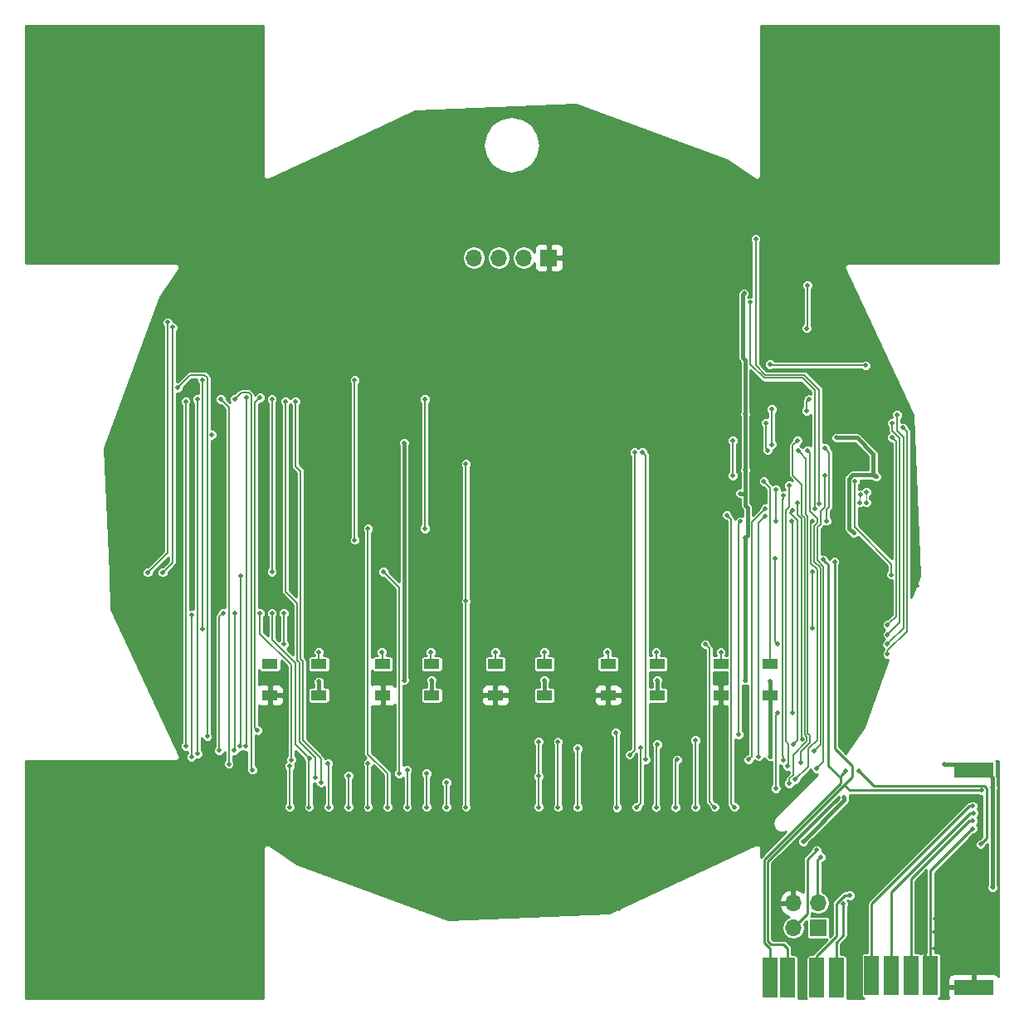
<source format=gtl>
G04 #@! TF.FileFunction,Copper,L1,Top,Signal*
%FSLAX46Y46*%
G04 Gerber Fmt 4.6, Leading zero omitted, Abs format (unit mm)*
G04 Created by KiCad (PCBNEW 4.0.7) date Thu Dec  7 16:12:30 2017*
%MOMM*%
%LPD*%
G01*
G04 APERTURE LIST*
%ADD10C,0.100000*%
%ADD11C,0.350000*%
%ADD12C,0.600000*%
%ADD13R,1.600000X1.000000*%
%ADD14R,1.700000X1.700000*%
%ADD15O,1.700000X1.700000*%
%ADD16C,0.500000*%
%ADD17C,0.400000*%
%ADD18C,0.200000*%
%ADD19C,0.250000*%
%ADD20C,0.125000*%
%ADD21C,0.254000*%
G04 APERTURE END LIST*
D10*
D11*
X173000000Y-121500000D03*
X173000000Y-119000000D03*
X175400000Y-119000000D03*
X178000000Y-116400000D03*
X175400000Y-116500000D03*
X173000000Y-116500000D03*
X176900000Y-114600000D03*
X182100000Y-123300000D03*
X177800000Y-127000000D03*
X177800000Y-127000000D03*
X177700000Y-128300000D03*
X177700000Y-130000000D03*
X176900000Y-130700000D03*
X176000000Y-131600000D03*
X175700000Y-133000000D03*
X175600000Y-134200000D03*
X182400000Y-134000000D03*
X182400000Y-132600000D03*
X171500000Y-123400000D03*
X164400000Y-133400000D03*
X164800000Y-129600000D03*
X159400000Y-77000000D03*
X156400000Y-80200000D03*
X157600000Y-82600000D03*
X161800000Y-82200000D03*
X171400000Y-86400000D03*
X173400000Y-88800000D03*
X167600000Y-89000000D03*
X167800000Y-80200000D03*
X162800000Y-77600000D03*
X153800000Y-77200000D03*
X159800000Y-80000000D03*
X150689999Y-80200000D03*
X161200000Y-73200000D03*
X156000000Y-72000000D03*
D12*
X156200000Y-88600000D03*
X156200000Y-87000000D03*
X170600000Y-73600000D03*
X167800000Y-75000000D03*
X167400000Y-76600000D03*
X167000000Y-71800000D03*
D13*
X161000000Y-104200000D03*
X161000000Y-101000000D03*
X156000000Y-104200000D03*
X156000000Y-101000000D03*
X149500000Y-104200000D03*
X149500000Y-101000000D03*
X144500000Y-104200000D03*
X144500000Y-101000000D03*
X138000000Y-104200000D03*
X138000000Y-101000000D03*
X133000000Y-104200000D03*
X133000000Y-101000000D03*
X126500000Y-104200000D03*
X126500000Y-101000000D03*
X121500000Y-104200000D03*
X121500000Y-101000000D03*
X115000000Y-104200000D03*
X115000000Y-101000000D03*
X110000000Y-104200000D03*
X110000000Y-101000000D03*
D14*
X165930000Y-127930000D03*
D15*
X163390000Y-127930000D03*
X165930000Y-125390000D03*
X163390000Y-125390000D03*
D14*
X138440000Y-59550000D03*
D15*
X135900000Y-59550000D03*
X133360000Y-59550000D03*
X130820000Y-59550000D03*
D10*
G36*
X179800000Y-112562000D02*
X179800000Y-111038000D01*
X183800000Y-111038000D01*
X183800000Y-112562000D01*
X179800000Y-112562000D01*
X179800000Y-112562000D01*
G37*
G36*
X179800000Y-134762000D02*
X179800000Y-133238000D01*
X183800000Y-133238000D01*
X183800000Y-134762000D01*
X179800000Y-134762000D01*
X179800000Y-134762000D01*
G37*
G36*
X172162000Y-134800000D02*
X170638000Y-134800000D01*
X170638000Y-130800000D01*
X172162000Y-130800000D01*
X172162000Y-134800000D01*
X172162000Y-134800000D01*
G37*
G36*
X174162000Y-134800000D02*
X172638000Y-134800000D01*
X172638000Y-130800000D01*
X174162000Y-130800000D01*
X174162000Y-134800000D01*
X174162000Y-134800000D01*
G37*
G36*
X166562000Y-135000000D02*
X165038000Y-135000000D01*
X165038000Y-131000000D01*
X166562000Y-131000000D01*
X166562000Y-135000000D01*
X166562000Y-135000000D01*
G37*
G36*
X168562000Y-135000000D02*
X167038000Y-135000000D01*
X167038000Y-131000000D01*
X168562000Y-131000000D01*
X168562000Y-135000000D01*
X168562000Y-135000000D01*
G37*
G36*
X163562000Y-135000000D02*
X162038000Y-135000000D01*
X162038000Y-131000000D01*
X163562000Y-131000000D01*
X163562000Y-135000000D01*
X163562000Y-135000000D01*
G37*
G36*
X161762000Y-135000000D02*
X160238000Y-135000000D01*
X160238000Y-131000000D01*
X161762000Y-131000000D01*
X161762000Y-135000000D01*
X161762000Y-135000000D01*
G37*
G36*
X176162000Y-134800000D02*
X174638000Y-134800000D01*
X174638000Y-130800000D01*
X176162000Y-130800000D01*
X176162000Y-134800000D01*
X176162000Y-134800000D01*
G37*
G36*
X178162000Y-134800000D02*
X176638000Y-134800000D01*
X176638000Y-130800000D01*
X178162000Y-130800000D01*
X178162000Y-134800000D01*
X178162000Y-134800000D01*
G37*
D11*
X87189999Y-37143611D03*
X89729999Y-37143611D03*
X92269999Y-37143611D03*
X94809999Y-37143611D03*
X97349999Y-37143611D03*
X99889999Y-37143611D03*
X102429999Y-37143611D03*
X104969999Y-37143611D03*
X107509999Y-37143611D03*
X160849999Y-37143611D03*
X163389999Y-37143611D03*
X165929999Y-37143611D03*
X168469999Y-37143611D03*
X171009999Y-37143611D03*
X173549999Y-37143611D03*
X176089999Y-37143611D03*
X178629999Y-37143611D03*
X181169999Y-37143611D03*
X183709999Y-37143611D03*
X87189999Y-39683611D03*
X89729999Y-39683611D03*
X92269999Y-39683611D03*
X94809999Y-39683611D03*
X97349999Y-39683611D03*
X99889999Y-39683611D03*
X102429999Y-39683611D03*
X104969999Y-39683611D03*
X107509999Y-39683611D03*
X160849999Y-39683611D03*
X163389999Y-39683611D03*
X165929999Y-39683611D03*
X168469999Y-39683611D03*
X171009999Y-39683611D03*
X173549999Y-39683611D03*
X176089999Y-39683611D03*
X178629999Y-39683611D03*
X181169999Y-39683611D03*
X183709999Y-39683611D03*
X87189999Y-42223611D03*
X89729999Y-42223611D03*
X92269999Y-42223611D03*
X94809999Y-42223611D03*
X97349999Y-42223611D03*
X99889999Y-42223611D03*
X102429999Y-42223611D03*
X104969999Y-42223611D03*
X107509999Y-42223611D03*
X160849999Y-42223611D03*
X163389999Y-42223611D03*
X165929999Y-42223611D03*
X168469999Y-42223611D03*
X171009999Y-42223611D03*
X173549999Y-42223611D03*
X176089999Y-42223611D03*
X178629999Y-42223611D03*
X181169999Y-42223611D03*
X183709999Y-42223611D03*
X87189999Y-44763611D03*
X89729999Y-44763611D03*
X92269999Y-44763611D03*
X94809999Y-44763611D03*
X97349999Y-44763611D03*
X99889999Y-44763611D03*
X102429999Y-44763611D03*
X104969999Y-44763611D03*
X107509999Y-44763611D03*
X132909999Y-44763611D03*
X135449999Y-44763611D03*
X137989999Y-44763611D03*
X140529999Y-44763611D03*
X160849999Y-44763611D03*
X163389999Y-44763611D03*
X165929999Y-44763611D03*
X168469999Y-44763611D03*
X171009999Y-44763611D03*
X173549999Y-44763611D03*
X176089999Y-44763611D03*
X178629999Y-44763611D03*
X181169999Y-44763611D03*
X183709999Y-44763611D03*
X87189999Y-47303611D03*
X89729999Y-47303611D03*
X92269999Y-47303611D03*
X94809999Y-47303611D03*
X97349999Y-47303611D03*
X99889999Y-47303611D03*
X102429999Y-47303611D03*
X104969999Y-47303611D03*
X107509999Y-47303611D03*
X122749999Y-47303611D03*
X125289999Y-47303611D03*
X127829999Y-47303611D03*
X130369999Y-47303611D03*
X137989999Y-47303611D03*
X140529999Y-47303611D03*
X143069999Y-47303611D03*
X145609999Y-47303611D03*
X148149999Y-47303611D03*
X160849999Y-47303611D03*
X163389999Y-47303611D03*
X165929999Y-47303611D03*
X168469999Y-47303611D03*
X171009999Y-47303611D03*
X173549999Y-47303611D03*
X176089999Y-47303611D03*
X178629999Y-47303611D03*
X181169999Y-47303611D03*
X183709999Y-47303611D03*
X87189999Y-49843611D03*
X89729999Y-49843611D03*
X92269999Y-49843611D03*
X94809999Y-49843611D03*
X97349999Y-49843611D03*
X99889999Y-49843611D03*
X102429999Y-49843611D03*
X104969999Y-49843611D03*
X107509999Y-49843611D03*
X115129999Y-49843611D03*
X117669999Y-49843611D03*
X120209999Y-49843611D03*
X122749999Y-49843611D03*
X125289999Y-49843611D03*
X127829999Y-49843611D03*
X130369999Y-49843611D03*
X137989999Y-49843611D03*
X140529999Y-49843611D03*
X143069999Y-49843611D03*
X145609999Y-49843611D03*
X148149999Y-49843611D03*
X150689999Y-49843611D03*
X153229999Y-49843611D03*
X155769999Y-49843611D03*
X160849999Y-49843611D03*
X163389999Y-49843611D03*
X165929999Y-49843611D03*
X168469999Y-49843611D03*
X171009999Y-49843611D03*
X173549999Y-49843611D03*
X176089999Y-49843611D03*
X178629999Y-49843611D03*
X181169999Y-49843611D03*
X183709999Y-49843611D03*
X87189999Y-52383611D03*
X89729999Y-52383611D03*
X92269999Y-52383611D03*
X94809999Y-52383611D03*
X97349999Y-52383611D03*
X99889999Y-52383611D03*
X102429999Y-52383611D03*
X104969999Y-52383611D03*
X107509999Y-52383611D03*
X110049999Y-52383611D03*
X112589999Y-52383611D03*
X115129999Y-52383611D03*
X117669999Y-52383611D03*
X120209999Y-52383611D03*
X122749999Y-52383611D03*
X125289999Y-52383611D03*
X127829999Y-52383611D03*
X130369999Y-52383611D03*
X132909999Y-52383611D03*
X135449999Y-52383611D03*
X137989999Y-52383611D03*
X140529999Y-52383611D03*
X143069999Y-52383611D03*
X145609999Y-52383611D03*
X148149999Y-52383611D03*
X150689999Y-52383611D03*
X153229999Y-52383611D03*
X155769999Y-52383611D03*
X158309999Y-52383611D03*
X160849999Y-52383611D03*
X163389999Y-52383611D03*
X165929999Y-52383611D03*
X168469999Y-52383611D03*
X171009999Y-52383611D03*
X173549999Y-52383611D03*
X176089999Y-52383611D03*
X178629999Y-52383611D03*
X181169999Y-52383611D03*
X183709999Y-52383611D03*
X87189999Y-54923611D03*
X89729999Y-54923611D03*
X92269999Y-54923611D03*
X94809999Y-54923611D03*
X97349999Y-54923611D03*
X99889999Y-54923611D03*
X102429999Y-54923611D03*
X104969999Y-54923611D03*
X107509999Y-54923611D03*
X110049999Y-54923611D03*
X112589999Y-54923611D03*
X115129999Y-54923611D03*
X117669999Y-54923611D03*
X120209999Y-54923611D03*
X122749999Y-54923611D03*
X125289999Y-54923611D03*
X127829999Y-54923611D03*
X130369999Y-54923611D03*
X132909999Y-54923611D03*
X135449999Y-54923611D03*
X137989999Y-54923611D03*
X140529999Y-54923611D03*
X143069999Y-54923611D03*
X145609999Y-54923611D03*
X148149999Y-54923611D03*
X150689999Y-54923611D03*
X153229999Y-54923611D03*
X155769999Y-54923611D03*
X158309999Y-54923611D03*
X160849999Y-54923611D03*
X163389999Y-54923611D03*
X165929999Y-54923611D03*
X168469999Y-54923611D03*
X171009999Y-54923611D03*
X173549999Y-54923611D03*
X176089999Y-54923611D03*
X178629999Y-54923611D03*
X181169999Y-54923611D03*
X183709999Y-54923611D03*
X87189999Y-57463611D03*
X89729999Y-57463611D03*
X92269999Y-57463611D03*
X94809999Y-57463611D03*
X97349999Y-57463611D03*
X99889999Y-57463611D03*
X102429999Y-57463611D03*
X104969999Y-57463611D03*
X107509999Y-57463611D03*
X110049999Y-57463611D03*
X112589999Y-57463611D03*
X115129999Y-57463611D03*
X117669999Y-57463611D03*
X120209999Y-57463611D03*
X122749999Y-57463611D03*
X125289999Y-57463611D03*
X127829999Y-57463611D03*
X130369999Y-57463611D03*
X160849999Y-57463611D03*
X163389999Y-57463611D03*
X165929999Y-57463611D03*
X168469999Y-57463611D03*
X171009999Y-57463611D03*
X173549999Y-57463611D03*
X176089999Y-57463611D03*
X178629999Y-57463611D03*
X181169999Y-57463611D03*
X183709999Y-57463611D03*
X87189999Y-60003611D03*
X89729999Y-60003611D03*
X92269999Y-60003611D03*
X94809999Y-60003611D03*
X97349999Y-60003611D03*
X99889999Y-60003611D03*
X102429999Y-60003611D03*
X104969999Y-60003611D03*
X107509999Y-60003611D03*
X110049999Y-60003611D03*
X112589999Y-60003611D03*
X115129999Y-60003611D03*
X117669999Y-60003611D03*
X120209999Y-60003611D03*
X122749999Y-60003611D03*
X125289999Y-60003611D03*
X127829999Y-60003611D03*
X140529999Y-60003611D03*
X143069999Y-60003611D03*
X145609999Y-60003611D03*
X148149999Y-60003611D03*
X150689999Y-60003611D03*
X153229999Y-60003611D03*
X155769999Y-60003611D03*
X158309999Y-60003611D03*
X165929999Y-60003611D03*
X168469999Y-60003611D03*
X171009999Y-60003611D03*
X173549999Y-60003611D03*
X176089999Y-60003611D03*
X178629999Y-60003611D03*
X181169999Y-60003611D03*
X183709999Y-60003611D03*
X102429999Y-62543611D03*
X107509999Y-62543611D03*
X110049999Y-62543611D03*
X112589999Y-62543611D03*
X115129999Y-62543611D03*
X117669999Y-62543611D03*
X120209999Y-62543611D03*
X122749999Y-62543611D03*
X125289999Y-62543611D03*
X127829999Y-62543611D03*
X140529999Y-62543611D03*
X143069999Y-62543611D03*
X145609999Y-62543611D03*
X148149999Y-62543611D03*
X150689999Y-62543611D03*
X153229999Y-62543611D03*
X155769999Y-62543611D03*
X165929999Y-62543611D03*
X168469999Y-62543611D03*
X99889999Y-65083611D03*
X102429999Y-65083611D03*
X104969999Y-65083611D03*
X107509999Y-65083611D03*
X110049999Y-65083611D03*
X112589999Y-65083611D03*
X115129999Y-65083611D03*
X117669999Y-65083611D03*
X120209999Y-65083611D03*
X122749999Y-65083611D03*
X125289999Y-65083611D03*
X127829999Y-65083611D03*
X135449999Y-65083611D03*
X137989999Y-65083611D03*
X140529999Y-65083611D03*
X143069999Y-65083611D03*
X145609999Y-65083611D03*
X148149999Y-65083611D03*
X150689999Y-65083611D03*
X153229999Y-65083611D03*
X155769999Y-65083611D03*
X160849999Y-65083611D03*
X102429999Y-67623611D03*
X104969999Y-67623611D03*
X107509999Y-67623611D03*
X110049999Y-67623611D03*
X112589999Y-67623611D03*
X115129999Y-67623611D03*
X117669999Y-67623611D03*
X120209999Y-67623611D03*
X122749999Y-67623611D03*
X125289999Y-67623611D03*
X127829999Y-67623611D03*
X137989999Y-67623611D03*
X140529999Y-67623611D03*
X143069999Y-67623611D03*
X150689999Y-67623611D03*
X153229999Y-67623611D03*
X155769999Y-67623611D03*
X160400000Y-67800000D03*
X171009999Y-67623611D03*
X97349999Y-70163611D03*
X102429999Y-70163611D03*
X110049999Y-70163611D03*
X112589999Y-70163611D03*
X115129999Y-70163611D03*
X117669999Y-70163611D03*
X120209999Y-70163611D03*
X122749999Y-70163611D03*
X125289999Y-70163611D03*
X127829999Y-70163611D03*
X132909999Y-70163611D03*
X135449999Y-70163611D03*
X137989999Y-70163611D03*
X140529999Y-70163611D03*
X143069999Y-70163611D03*
X145609999Y-70163611D03*
X148149999Y-70163611D03*
X150689999Y-70163611D03*
X153229999Y-70163611D03*
X110049999Y-72703611D03*
X117669999Y-72703611D03*
X120209999Y-72703611D03*
X122749999Y-72703611D03*
X130369999Y-72703611D03*
X132909999Y-72703611D03*
X140529999Y-72703611D03*
X143069999Y-72703611D03*
X145609999Y-72703611D03*
X148149999Y-72703611D03*
X153229999Y-72703611D03*
X173549999Y-72703611D03*
X115129999Y-75243611D03*
X117669999Y-75243611D03*
X120209999Y-75243611D03*
X122749999Y-75243611D03*
X125289999Y-75243611D03*
X148149999Y-75243611D03*
X163389999Y-75243611D03*
X94809999Y-77783611D03*
X97349999Y-77783611D03*
X115129999Y-77783611D03*
X117669999Y-77783611D03*
X120209999Y-77783611D03*
X122749999Y-77783611D03*
X125289999Y-77783611D03*
X127829999Y-77783611D03*
X130369999Y-77783611D03*
X135449999Y-77783611D03*
X137989999Y-77783611D03*
X143069999Y-77783611D03*
X145609999Y-77783611D03*
X94809999Y-80323611D03*
X97349999Y-80323611D03*
X104969999Y-80323611D03*
X132909999Y-80323611D03*
X135449999Y-80323611D03*
X137989999Y-80323611D03*
X140529999Y-80323611D03*
X143069999Y-80323611D03*
X145609999Y-80323611D03*
X94809999Y-82863611D03*
X97349999Y-82863611D03*
X112589999Y-82863611D03*
X117669999Y-82863611D03*
X120209999Y-82863611D03*
X122749999Y-82863611D03*
X125289999Y-82863611D03*
X127829999Y-82863611D03*
X132909999Y-82863611D03*
X135449999Y-82863611D03*
X137989999Y-82863611D03*
X140529999Y-82863611D03*
X143069999Y-82863611D03*
X145609999Y-82863611D03*
X150689999Y-82863611D03*
X94809999Y-85403611D03*
X97349999Y-85403611D03*
X112589999Y-85403611D03*
X117669999Y-85403611D03*
X120209999Y-85403611D03*
X122749999Y-85403611D03*
X125289999Y-85403611D03*
X127829999Y-85403611D03*
X132909999Y-85403611D03*
X135449999Y-85403611D03*
X137989999Y-85403611D03*
X140529999Y-85403611D03*
X143069999Y-85403611D03*
X145609999Y-85403611D03*
X150689999Y-85403611D03*
X94809999Y-87943611D03*
X97349999Y-87943611D03*
X112589999Y-87943611D03*
X122749999Y-87943611D03*
X127829999Y-87943611D03*
X132909999Y-87943611D03*
X135449999Y-87943611D03*
X137989999Y-87943611D03*
X140529999Y-87943611D03*
X143069999Y-87943611D03*
X145609999Y-87943611D03*
X150689999Y-87943611D03*
X94809999Y-90483611D03*
X97349999Y-90483611D03*
X104969999Y-90483611D03*
X112589999Y-90483611D03*
X117669999Y-90483611D03*
X127829999Y-90483611D03*
X132909999Y-90483611D03*
X135449999Y-90483611D03*
X137989999Y-90483611D03*
X140529999Y-90483611D03*
X143069999Y-90483611D03*
X145609999Y-90483611D03*
X150689999Y-90483611D03*
X153229999Y-90483611D03*
X155769999Y-90483611D03*
X176089999Y-90483611D03*
X94809999Y-93023611D03*
X115129999Y-93023611D03*
X117669999Y-93023611D03*
X127829999Y-93023611D03*
X132909999Y-93023611D03*
X135449999Y-93023611D03*
X137989999Y-93023611D03*
X140529999Y-93023611D03*
X143069999Y-93023611D03*
X145609999Y-93023611D03*
X150689999Y-93023611D03*
X153229999Y-93023611D03*
X155769999Y-93023611D03*
X173200000Y-95200000D03*
X94809999Y-95563611D03*
X117669999Y-95563611D03*
X125289999Y-95563611D03*
X97349999Y-98103611D03*
X99889999Y-98103611D03*
X115129999Y-98103611D03*
X117669999Y-98103611D03*
X125289999Y-98103611D03*
X127829999Y-98103611D03*
X132909999Y-98103611D03*
X135449999Y-98103611D03*
X137989999Y-98103611D03*
X140529999Y-98103611D03*
X143069999Y-98103611D03*
X145609999Y-98103611D03*
X150689999Y-98103611D03*
X153229999Y-98103611D03*
X155769999Y-98103611D03*
X168469999Y-98103611D03*
X171009999Y-98103611D03*
X97349999Y-100643611D03*
X99889999Y-100643611D03*
X117669999Y-100643611D03*
X125289999Y-100643611D03*
X127829999Y-100643611D03*
X135449999Y-100643611D03*
X140529999Y-100643611D03*
X143069999Y-100643611D03*
X150689999Y-100643611D03*
X153229999Y-100643611D03*
X168469999Y-100643611D03*
X171009999Y-100643611D03*
X99889999Y-103183611D03*
X110049999Y-103183611D03*
X168469999Y-103183611D03*
X171009999Y-103183611D03*
X99889999Y-105723611D03*
X110049999Y-105723611D03*
X115129999Y-105723611D03*
X117669999Y-105723611D03*
X125289999Y-105723611D03*
X127829999Y-105723611D03*
X132909999Y-105723611D03*
X135449999Y-105723611D03*
X137989999Y-105723611D03*
X140529999Y-105723611D03*
X143069999Y-105723611D03*
X145609999Y-105723611D03*
X150689999Y-105723611D03*
X153229999Y-105723611D03*
X155769999Y-105723611D03*
X158309999Y-105723611D03*
X168469999Y-105723611D03*
X171009999Y-105723611D03*
X155769999Y-108263611D03*
X168469999Y-108263611D03*
X87189999Y-113343611D03*
X89729999Y-113343611D03*
X92269999Y-113343611D03*
X94809999Y-113343611D03*
X97349999Y-113343611D03*
X99889999Y-113343611D03*
X102429999Y-113343611D03*
X104969999Y-113343611D03*
X107509999Y-113343611D03*
X110049999Y-113343611D03*
X112589999Y-113343611D03*
X87189999Y-115883611D03*
X89729999Y-115883611D03*
X92269999Y-115883611D03*
X94809999Y-115883611D03*
X97349999Y-115883611D03*
X99889999Y-115883611D03*
X102429999Y-115883611D03*
X104969999Y-115883611D03*
X107509999Y-115883611D03*
X110049999Y-115883611D03*
X132909999Y-115883611D03*
X135449999Y-115883611D03*
X143069999Y-115883611D03*
X87189999Y-118423611D03*
X89729999Y-118423611D03*
X92269999Y-118423611D03*
X94809999Y-118423611D03*
X97349999Y-118423611D03*
X99889999Y-118423611D03*
X102429999Y-118423611D03*
X104969999Y-118423611D03*
X107509999Y-118423611D03*
X110049999Y-118423611D03*
X132909999Y-118423611D03*
X135449999Y-118423611D03*
X143069999Y-118423611D03*
X87189999Y-120963611D03*
X89729999Y-120963611D03*
X92269999Y-120963611D03*
X94809999Y-120963611D03*
X97349999Y-120963611D03*
X99889999Y-120963611D03*
X102429999Y-120963611D03*
X104969999Y-120963611D03*
X107509999Y-120963611D03*
X112589999Y-120963611D03*
X115129999Y-120963611D03*
X117669999Y-120963611D03*
X120209999Y-120963611D03*
X122749999Y-120963611D03*
X125289999Y-120963611D03*
X127829999Y-120963611D03*
X130369999Y-120963611D03*
X132909999Y-120963611D03*
X135449999Y-120963611D03*
X137989999Y-120963611D03*
X140529999Y-120963611D03*
X143069999Y-120963611D03*
X145609999Y-120963611D03*
X148149999Y-120963611D03*
X150689999Y-120963611D03*
X153229999Y-120963611D03*
X155769999Y-120963611D03*
X87189999Y-123503611D03*
X89729999Y-123503611D03*
X92269999Y-123503611D03*
X94809999Y-123503611D03*
X97349999Y-123503611D03*
X99889999Y-123503611D03*
X102429999Y-123503611D03*
X104969999Y-123503611D03*
X107509999Y-123503611D03*
X120209999Y-123503611D03*
X122749999Y-123503611D03*
X125289999Y-123503611D03*
X127829999Y-123503611D03*
X130369999Y-123503611D03*
X132909999Y-123503611D03*
X135449999Y-123503611D03*
X137989999Y-123503611D03*
X140529999Y-123503611D03*
X143069999Y-123503611D03*
X145609999Y-123503611D03*
X148149999Y-123503611D03*
X150689999Y-123503611D03*
X87189999Y-126043611D03*
X89729999Y-126043611D03*
X92269999Y-126043611D03*
X94809999Y-126043611D03*
X97349999Y-126043611D03*
X99889999Y-126043611D03*
X102429999Y-126043611D03*
X104969999Y-126043611D03*
X107509999Y-126043611D03*
X125289999Y-126043611D03*
X127829999Y-126043611D03*
X130369999Y-126043611D03*
X132909999Y-126043611D03*
X135449999Y-126043611D03*
X137989999Y-126043611D03*
X140529999Y-126043611D03*
X143069999Y-126043611D03*
X145609999Y-126043611D03*
X87189999Y-128583611D03*
X89729999Y-128583611D03*
X92269999Y-128583611D03*
X94809999Y-128583611D03*
X97349999Y-128583611D03*
X99889999Y-128583611D03*
X102429999Y-128583611D03*
X104969999Y-128583611D03*
X107509999Y-128583611D03*
X87189999Y-131123611D03*
X89729999Y-131123611D03*
X92269999Y-131123611D03*
X94809999Y-131123611D03*
X97349999Y-131123611D03*
X99889999Y-131123611D03*
X102429999Y-131123611D03*
X104969999Y-131123611D03*
X107509999Y-131123611D03*
X87189999Y-133663611D03*
X89729999Y-133663611D03*
X92269999Y-133663611D03*
X94809999Y-133663611D03*
X97349999Y-133663611D03*
X99889999Y-133663611D03*
X102429999Y-133663611D03*
X104969999Y-133663611D03*
X107509999Y-133663611D03*
X176089999Y-93023611D03*
X160849999Y-115883611D03*
X160849999Y-118423611D03*
X168469999Y-120963611D03*
X176089999Y-123503611D03*
X178629999Y-123503611D03*
X176089999Y-126043611D03*
X181169999Y-126043611D03*
X183709999Y-126043611D03*
X176089999Y-128583611D03*
X179100000Y-114500000D03*
X181169999Y-128583611D03*
X183709999Y-128583611D03*
X181169999Y-131123611D03*
X183709999Y-131123611D03*
D16*
X168600000Y-114600000D03*
X164400000Y-119100000D03*
X183700000Y-123800000D03*
X183700000Y-113600000D03*
X178800000Y-111200000D03*
X158500000Y-81200000D03*
X158000000Y-83600000D03*
X161000000Y-110441691D03*
X123697490Y-78459341D03*
X161000000Y-102800000D03*
X115000000Y-102800000D03*
X123700000Y-102650000D03*
X126500000Y-102650000D03*
X138000000Y-102650000D03*
X149500000Y-102650000D03*
X158500000Y-102650000D03*
X158368020Y-63182223D03*
X158500000Y-88100000D03*
X158500000Y-75500000D03*
X158500000Y-70000000D03*
X171859164Y-81896229D03*
X169550000Y-87650000D03*
X167820000Y-77920000D03*
X157396650Y-115602288D03*
X156600000Y-85800000D03*
X182600000Y-113900000D03*
X167600000Y-90600000D03*
X168700000Y-111900000D03*
X170100000Y-111900000D03*
X182500000Y-119400000D03*
X166439921Y-90360079D03*
X166200000Y-120700000D03*
X165800000Y-120000000D03*
X165584705Y-85150000D03*
X159028140Y-64116947D03*
X99050000Y-91650000D03*
X100050000Y-66650000D03*
X159550903Y-57660979D03*
X166050000Y-84650000D03*
X99550000Y-66150000D03*
X97550000Y-91650000D03*
X145297746Y-107993882D03*
X145297746Y-107993881D03*
X108714055Y-107767217D03*
X145397455Y-115622336D03*
X109000000Y-73800000D03*
X157994060Y-86466547D03*
X157800000Y-108200000D03*
X157800000Y-108200000D03*
X157800000Y-108200000D03*
X147838658Y-109512885D03*
X159888455Y-110441691D03*
X107565260Y-109392272D03*
X147404422Y-115609304D03*
X107600000Y-73800000D03*
X160550000Y-85900000D03*
X158853984Y-110766700D03*
X151544784Y-110766700D03*
X102600000Y-110178451D03*
X151392291Y-115615820D03*
X102600000Y-74000000D03*
X160550001Y-85150000D03*
X163325474Y-85348265D03*
X149533244Y-109204637D03*
X163408755Y-109188727D03*
X149398357Y-115615820D03*
X101400000Y-74200000D03*
X101400000Y-109400000D03*
X164304146Y-108678578D03*
X163800484Y-84584465D03*
X153396986Y-115608834D03*
X153400000Y-108800000D03*
X103600000Y-108400000D03*
X100600000Y-72800000D03*
X160390568Y-82385916D03*
X160600000Y-76400000D03*
X160800000Y-79200000D03*
X148341634Y-110766700D03*
X112182859Y-110771867D03*
X115945367Y-111158676D03*
X148000000Y-79400000D03*
X116000000Y-115600000D03*
X109000000Y-95800000D03*
X146689629Y-110274939D03*
X114026778Y-110672140D03*
X110200000Y-95800000D03*
X114000000Y-115600000D03*
X147200000Y-79400000D03*
X163875010Y-79261678D03*
X164167154Y-111063678D03*
X141400000Y-109624917D03*
X106363569Y-109832834D03*
X141398836Y-115612930D03*
X106400000Y-95800000D03*
X163800000Y-78200000D03*
X137407806Y-108910133D03*
X137393619Y-112460233D03*
X163000000Y-113200000D03*
X106897093Y-109403740D03*
X137402017Y-115600215D03*
X107000000Y-92000000D03*
X164825022Y-79200000D03*
X165495938Y-109907002D03*
X139400000Y-108974895D03*
X104800000Y-109832834D03*
X139400164Y-115612930D03*
X105200000Y-95800000D03*
X164981105Y-74009338D03*
X164750000Y-75150000D03*
X118006347Y-112391105D03*
X165356592Y-86400000D03*
X166800000Y-86400000D03*
X163600000Y-112800000D03*
X118000000Y-115600000D03*
X114600000Y-112600000D03*
X111600000Y-74200000D03*
X166600000Y-79000000D03*
X123200000Y-112184049D03*
X126000000Y-112184049D03*
X166600000Y-81800000D03*
X165800000Y-111675000D03*
X126000000Y-115600000D03*
X121600000Y-91600000D03*
X110200000Y-91600000D03*
X110200000Y-74000000D03*
X130000000Y-80600000D03*
X130000000Y-115600000D03*
X130000000Y-94599990D03*
X173400000Y-91900000D03*
X169650000Y-82350000D03*
X163000000Y-82800000D03*
X162800000Y-111400000D03*
X124000000Y-115600000D03*
X124000000Y-111799900D03*
X108200000Y-111800000D03*
X106400000Y-74000000D03*
X161600000Y-83200000D03*
X161600000Y-86400000D03*
X163200000Y-86400000D03*
X163354136Y-106000000D03*
X161800000Y-106000000D03*
X161600000Y-113675000D03*
X128000000Y-115600000D03*
X128000000Y-113075000D03*
X115200000Y-113075000D03*
X112600000Y-74200000D03*
X120000000Y-111124990D03*
X162400000Y-83800000D03*
X162380519Y-110841527D03*
X120000000Y-115600000D03*
X105800000Y-111200000D03*
X105000000Y-74000000D03*
X170274751Y-83717248D03*
X170151375Y-84530897D03*
X170867963Y-83454976D03*
X170831375Y-84530897D03*
X165356594Y-97342634D03*
X165356594Y-91570777D03*
X103101724Y-97402791D03*
X103100000Y-72000000D03*
X118650000Y-72050000D03*
X118650000Y-88350000D03*
X161523276Y-90232563D03*
X155386999Y-115608834D03*
X111400000Y-95800000D03*
X111400000Y-99000000D03*
X154400000Y-99000000D03*
X161800000Y-99000000D03*
X149400000Y-99800000D03*
X156000000Y-99800000D03*
X138000000Y-99800000D03*
X144400000Y-99800000D03*
X126400000Y-99800000D03*
X133000000Y-99800000D03*
X115000000Y-99800000D03*
X121400000Y-99800000D03*
X161050000Y-70450000D03*
X170750000Y-70550000D03*
X164750000Y-66750000D03*
X164850580Y-62344905D03*
X112000000Y-115600000D03*
X112000000Y-111400000D03*
X101984008Y-110505747D03*
X102000000Y-96000000D03*
X161197428Y-75008769D03*
X161200000Y-78600000D03*
X173004877Y-97009033D03*
X173500000Y-77900000D03*
X172994708Y-98994708D03*
X174000000Y-75600000D03*
X173000000Y-100000000D03*
X174600000Y-76900000D03*
X173005509Y-97999223D03*
X173500000Y-76400000D03*
X181700000Y-115500000D03*
X181800000Y-116200000D03*
X181699984Y-117000000D03*
X181700030Y-117800000D03*
X168500000Y-125500000D03*
X169175010Y-124600000D03*
X157202858Y-81784325D03*
X157200000Y-78200000D03*
X122000000Y-115600000D03*
X120000000Y-87200000D03*
X125800000Y-87200000D03*
X125800000Y-74000000D03*
X104075000Y-77600000D03*
D17*
X164400000Y-119100000D02*
X168600000Y-114900000D01*
X168600000Y-114900000D02*
X168600000Y-114600000D01*
X183700000Y-113600000D02*
X183700000Y-123800000D01*
X183700000Y-113600000D02*
X183700000Y-112600000D01*
X183700000Y-112600000D02*
X183300000Y-112200000D01*
X183300000Y-112200000D02*
X182200000Y-112200000D01*
X182200000Y-112200000D02*
X181800000Y-111800000D01*
X178800000Y-111200000D02*
X181200000Y-111200000D01*
X181200000Y-111200000D02*
X181800000Y-111800000D01*
X158500000Y-83600000D02*
X158500000Y-81200000D01*
X158500000Y-81200000D02*
X158500000Y-75500000D01*
X158500000Y-84800000D02*
X158500000Y-83600000D01*
X158000000Y-83600000D02*
X158500000Y-83600000D01*
X158500000Y-84800000D02*
X158500000Y-84100000D01*
X161000000Y-104200000D02*
X161000000Y-110441691D01*
X123700000Y-78461851D02*
X123697490Y-78459341D01*
X123700000Y-102650000D02*
X123700000Y-78461851D01*
X161000000Y-102800000D02*
X161000000Y-104200000D01*
X158749999Y-85049999D02*
X158500000Y-84800000D01*
X158500000Y-88100000D02*
X158749999Y-87850001D01*
X158749999Y-87850001D02*
X158749999Y-85049999D01*
X115000000Y-102800000D02*
X115000000Y-104200000D01*
X158500000Y-88100000D02*
X158500000Y-102650000D01*
X158338049Y-63212194D02*
X158368020Y-63182223D01*
X158250001Y-63300242D02*
X158338049Y-63212194D01*
X158250001Y-69750001D02*
X158250001Y-63300242D01*
X158500000Y-70000000D02*
X158250001Y-69750001D01*
X149500000Y-104200000D02*
X149500000Y-103300000D01*
X149500000Y-103300000D02*
X149500000Y-102650000D01*
X138000000Y-104200000D02*
X138000000Y-102650000D01*
X126500000Y-104200000D02*
X126500000Y-103300000D01*
X126500000Y-103300000D02*
X126500000Y-102650000D01*
X158500000Y-75500000D02*
X158500000Y-70000000D01*
X161000000Y-104200000D02*
X160700000Y-104200000D01*
X171746229Y-81896229D02*
X171859164Y-81896229D01*
X171570001Y-81720001D02*
X171746229Y-81896229D01*
X169550000Y-87650000D02*
X169074999Y-87174999D01*
X169074999Y-87174999D02*
X169074999Y-82073999D01*
X169074999Y-82073999D02*
X169428997Y-81720001D01*
X169428997Y-81720001D02*
X171570001Y-81720001D01*
X169900000Y-77920000D02*
X167820000Y-77920000D01*
X171570001Y-79590001D02*
X169900000Y-77920000D01*
X171570001Y-81720001D02*
X171570001Y-79590001D01*
D18*
X157146651Y-115352289D02*
X157396650Y-115602288D01*
X157025001Y-115230639D02*
X157146651Y-115352289D01*
X157025001Y-86225001D02*
X157025001Y-115230639D01*
X156600000Y-85800000D02*
X157025001Y-86225001D01*
D19*
X167600000Y-90600000D02*
X167600000Y-109600000D01*
X169400000Y-112530344D02*
X168575009Y-113355335D01*
X167600000Y-109600000D02*
X169400000Y-111400000D01*
X169400000Y-111400000D02*
X169400000Y-112530344D01*
X182600000Y-113900000D02*
X169119674Y-113900000D01*
X169119674Y-113900000D02*
X168575009Y-113355335D01*
X168575009Y-113355335D02*
X160775010Y-121155334D01*
X161130344Y-129600000D02*
X162400000Y-129600000D01*
X160775010Y-129244666D02*
X161130344Y-129600000D01*
X160775010Y-121155334D02*
X160775010Y-129244666D01*
X162800000Y-130000000D02*
X162800000Y-133000000D01*
X162400000Y-129600000D02*
X162800000Y-130000000D01*
X168700000Y-111900000D02*
X168200000Y-112400000D01*
X168200000Y-112400000D02*
X168200000Y-112600000D01*
X170349999Y-112149999D02*
X170100000Y-111900000D01*
X171599999Y-113399999D02*
X170349999Y-112149999D01*
X182840001Y-113399999D02*
X171599999Y-113399999D01*
X183100001Y-113659999D02*
X182840001Y-113399999D01*
X183100001Y-118799999D02*
X183100001Y-113659999D01*
X182500000Y-119400000D02*
X183100001Y-118799999D01*
X166439921Y-90360079D02*
X167000000Y-90920158D01*
X167000000Y-90920158D02*
X167000000Y-111400000D01*
X167000000Y-111400000D02*
X168200000Y-112600000D01*
X168200000Y-112600000D02*
X168200000Y-113200000D01*
X168200000Y-113200000D02*
X160400000Y-121000000D01*
X161000000Y-130000000D02*
X161000000Y-133000000D01*
X160400000Y-121000000D02*
X160400000Y-129400000D01*
X160400000Y-129400000D02*
X161000000Y-130000000D01*
X166439921Y-90360079D02*
X166650995Y-90571153D01*
X166200000Y-120700000D02*
X165900000Y-121000000D01*
X165900000Y-121000000D02*
X165900000Y-125360000D01*
X165900000Y-125360000D02*
X165930000Y-125390000D01*
X165800000Y-120000000D02*
X164829999Y-120970001D01*
X164829999Y-120970001D02*
X164829999Y-126490001D01*
X164829999Y-126490001D02*
X164239999Y-127080001D01*
X164239999Y-127080001D02*
X163390000Y-127930000D01*
D18*
X165584705Y-84796447D02*
X165584705Y-85150000D01*
X165571092Y-84782834D02*
X165584705Y-84796447D01*
X159028140Y-70436870D02*
X160416280Y-71825010D01*
X165571092Y-73030724D02*
X165571092Y-84782834D01*
X159028140Y-64116947D02*
X159028140Y-70436870D01*
X164365378Y-71825010D02*
X165571092Y-73030724D01*
X160416280Y-71825010D02*
X164365378Y-71825010D01*
X100050000Y-90650000D02*
X99050000Y-91650000D01*
X100050000Y-66650000D02*
X100050000Y-90650000D01*
X159550903Y-70500000D02*
X159550903Y-58014532D01*
X164500000Y-71500000D02*
X160550903Y-71500000D01*
X160550903Y-71500000D02*
X159550903Y-70500000D01*
X166050000Y-73050000D02*
X164500000Y-71500000D01*
X166050000Y-84650000D02*
X166050000Y-73050000D01*
X159550903Y-58014532D02*
X159550903Y-57660979D01*
X99550000Y-89650000D02*
X99550000Y-66150000D01*
X97550000Y-91650000D02*
X99550000Y-89650000D01*
X145397455Y-108093591D02*
X145297746Y-107993882D01*
X145397455Y-115622336D02*
X145397455Y-108093591D01*
X145297746Y-107993882D02*
X145297746Y-107993881D01*
X108464056Y-74335944D02*
X108464056Y-107517218D01*
X109000000Y-73800000D02*
X108464056Y-74335944D01*
X108464056Y-107517218D02*
X108714055Y-107767217D01*
X157800000Y-108200000D02*
X157800000Y-86660607D01*
X157800000Y-86660607D02*
X157994060Y-86466547D01*
X147838658Y-109866438D02*
X147838658Y-109512885D01*
X147838658Y-115175068D02*
X147838658Y-109866438D01*
X159888455Y-86561545D02*
X159888455Y-110088138D01*
X147404422Y-115609304D02*
X147838658Y-115175068D01*
X159888455Y-110088138D02*
X159888455Y-110441691D01*
X160550000Y-85900000D02*
X159888455Y-86561545D01*
X107600000Y-109357532D02*
X107565260Y-109392272D01*
X107600000Y-73800000D02*
X107600000Y-109357532D01*
X159182891Y-86517110D02*
X159182891Y-110437793D01*
X159182891Y-110437793D02*
X159103983Y-110516701D01*
X160550001Y-85150000D02*
X159182891Y-86517110D01*
X151392291Y-110919193D02*
X151544784Y-110766700D01*
X159103983Y-110516701D02*
X158853984Y-110766700D01*
X151392291Y-115615820D02*
X151392291Y-110919193D01*
X102600000Y-74000000D02*
X102600000Y-110178451D01*
X163829136Y-108768346D02*
X163829136Y-86351925D01*
X163075475Y-85598264D02*
X163325474Y-85348265D01*
X163408755Y-109188727D02*
X163829136Y-108768346D01*
X163829136Y-86351925D02*
X163075475Y-85598264D01*
X149398357Y-115615820D02*
X149398357Y-109339524D01*
X149398357Y-109339524D02*
X149533244Y-109204637D01*
X101400000Y-109400000D02*
X101400000Y-74200000D01*
X164223662Y-86213203D02*
X164223662Y-108598094D01*
X163800484Y-85790025D02*
X164223662Y-86213203D01*
X163800484Y-84584465D02*
X163800484Y-85790025D01*
X164223662Y-108598094D02*
X164304146Y-108678578D01*
X153400000Y-115605820D02*
X153396986Y-115608834D01*
X153400000Y-108800000D02*
X153400000Y-115605820D01*
X103600000Y-71796998D02*
X103600000Y-108400000D01*
X100600000Y-72800000D02*
X101875001Y-71524999D01*
X101875001Y-71524999D02*
X103328001Y-71524999D01*
X103328001Y-71524999D02*
X103600000Y-71796998D01*
X161000000Y-101000000D02*
X161026495Y-100973505D01*
X161026495Y-100973505D02*
X161026495Y-83021843D01*
X161026495Y-83021843D02*
X160640567Y-82635915D01*
X160640567Y-82635915D02*
X160390568Y-82385916D01*
X160600000Y-79000000D02*
X160600000Y-76400000D01*
X160724999Y-79124999D02*
X160600000Y-79000000D01*
X160800000Y-79200000D02*
X160724999Y-79124999D01*
X148341634Y-79741634D02*
X148341634Y-110413147D01*
X148341634Y-110413147D02*
X148341634Y-110766700D01*
X148000000Y-79400000D02*
X148341634Y-79741634D01*
X109000000Y-95800000D02*
X109000000Y-97921167D01*
X112182859Y-101104026D02*
X112182859Y-110418314D01*
X109000000Y-97921167D02*
X112182859Y-101104026D01*
X112182859Y-110418314D02*
X112182859Y-110771867D01*
X116000000Y-115600000D02*
X116000000Y-111213309D01*
X116000000Y-111213309D02*
X115945367Y-111158676D01*
X110200000Y-95800000D02*
X110200000Y-98503002D01*
X110200000Y-98503002D02*
X112579531Y-100882533D01*
X112579531Y-100882533D02*
X112579531Y-109224893D01*
X112579531Y-109224893D02*
X113776779Y-110422141D01*
X113776779Y-110422141D02*
X114026778Y-110672140D01*
X147200000Y-79400000D02*
X147200000Y-109764568D01*
X147200000Y-109764568D02*
X146939628Y-110024940D01*
X146939628Y-110024940D02*
X146689629Y-110274939D01*
X114000000Y-110698918D02*
X114026778Y-110672140D01*
X114000000Y-115600000D02*
X114000000Y-110698918D01*
X164881582Y-85951855D02*
X164659540Y-85729813D01*
X165104158Y-109041202D02*
X165104158Y-108315954D01*
X164659540Y-80046208D02*
X164125009Y-79511677D01*
X164167154Y-111063678D02*
X164167154Y-109978206D01*
X164659540Y-85729813D02*
X164659540Y-80046208D01*
X164167154Y-109978206D02*
X165104158Y-109041202D01*
X164881582Y-108093378D02*
X164881582Y-85951855D01*
X165104158Y-108315954D02*
X164881582Y-108093378D01*
X164125009Y-79511677D02*
X163875010Y-79261678D01*
X141398836Y-109626081D02*
X141400000Y-109624917D01*
X141398836Y-115612930D02*
X141398836Y-109626081D01*
X106400000Y-109796403D02*
X106363569Y-109832834D01*
X106400000Y-95800000D02*
X106400000Y-109796403D01*
X163350001Y-78649999D02*
X163550001Y-78449999D01*
X164275485Y-82675485D02*
X163350001Y-81750001D01*
X163350001Y-81750001D02*
X163350001Y-78649999D01*
X164275485Y-85805392D02*
X164275485Y-82675485D01*
X163000000Y-113200000D02*
X163000000Y-112696998D01*
X164779147Y-108906579D02*
X164779147Y-108450577D01*
X164556571Y-108228001D02*
X164556571Y-86086478D01*
X163371999Y-110313727D02*
X164779147Y-108906579D01*
X163000000Y-112696998D02*
X163371999Y-112324999D01*
X164779147Y-108450577D02*
X164556571Y-108228001D01*
X163371999Y-112324999D02*
X163371999Y-110313727D01*
X164556571Y-86086478D02*
X164275485Y-85805392D01*
X163550001Y-78449999D02*
X163800000Y-78200000D01*
X137393619Y-108924320D02*
X137407806Y-108910133D01*
X137393619Y-112460233D02*
X137393619Y-108924320D01*
X137400000Y-115598198D02*
X137393619Y-115591817D01*
X137393619Y-115591817D02*
X137393619Y-112813786D01*
X137393619Y-112813786D02*
X137393619Y-112460233D01*
X107000000Y-109300833D02*
X106897093Y-109403740D01*
X107000000Y-92000000D02*
X107000000Y-109300833D01*
X137400000Y-115400000D02*
X137402017Y-115402017D01*
X165831594Y-86171998D02*
X165109695Y-85450099D01*
X165831594Y-86607881D02*
X165831594Y-86171998D01*
X166156607Y-91208152D02*
X165531604Y-90583149D01*
X165531604Y-86907871D02*
X165831594Y-86607881D01*
X165075021Y-79449999D02*
X164825022Y-79200000D01*
X165109695Y-79484673D02*
X165075021Y-79449999D01*
X165109695Y-85450099D02*
X165109695Y-79484673D01*
X165531604Y-90583149D02*
X165531604Y-86907871D01*
X166156607Y-109246333D02*
X166156607Y-91208152D01*
X165495938Y-109907002D02*
X166156607Y-109246333D01*
X139400164Y-115612930D02*
X139400164Y-108975059D01*
X139400164Y-108975059D02*
X139400000Y-108974895D01*
X104800000Y-96200000D02*
X104800000Y-109479281D01*
X105200000Y-95800000D02*
X104800000Y-96200000D01*
X104800000Y-109479281D02*
X104800000Y-109832834D01*
X164750000Y-75150000D02*
X164750000Y-74240443D01*
X164750000Y-74240443D02*
X164981105Y-74009338D01*
X118000000Y-112397452D02*
X118006347Y-112391105D01*
X118000000Y-115600000D02*
X118000000Y-112397452D01*
X165206593Y-86549999D02*
X165356592Y-86400000D01*
X165831596Y-91362896D02*
X165206593Y-90737893D01*
X165831596Y-108773398D02*
X165831596Y-91362896D01*
X165206593Y-90737893D02*
X165206593Y-86549999D01*
X164946092Y-109658902D02*
X165831596Y-108773398D01*
X163600000Y-112800000D02*
X164946092Y-111453908D01*
X164946092Y-111453908D02*
X164946092Y-109658902D01*
X166800000Y-86400000D02*
X166800000Y-85259633D01*
X166800000Y-85259633D02*
X167075001Y-84984632D01*
X167075001Y-84984632D02*
X167075001Y-79475001D01*
X167075001Y-79475001D02*
X166849999Y-79249999D01*
X166849999Y-79249999D02*
X166600000Y-79000000D01*
X113000000Y-100843369D02*
X113000000Y-108942360D01*
X113000000Y-108942360D02*
X114600000Y-110542360D01*
X114600000Y-110542360D02*
X114600000Y-112600000D01*
X112800000Y-94800000D02*
X112800000Y-100643369D01*
X112800000Y-100643369D02*
X113000000Y-100843369D01*
X111600000Y-93600000D02*
X112800000Y-94800000D01*
X111600000Y-90400000D02*
X111600000Y-93600000D01*
X111600000Y-89800000D02*
X111600000Y-90400000D01*
X111600000Y-82200000D02*
X111600000Y-89800000D01*
X111600000Y-74200000D02*
X111600000Y-82200000D01*
X121600000Y-91600000D02*
X123200000Y-93200000D01*
X123200000Y-111830496D02*
X123200000Y-112184049D01*
X123200000Y-93200000D02*
X123200000Y-111830496D01*
X126000000Y-115600000D02*
X126000000Y-112184049D01*
X166600000Y-82153553D02*
X166600000Y-81800000D01*
X166156605Y-86762625D02*
X166156605Y-85443395D01*
X165856615Y-90448526D02*
X165856615Y-87062615D01*
X166156605Y-85443395D02*
X166600000Y-85000000D01*
X165856615Y-87062615D02*
X166156605Y-86762625D01*
X166481618Y-91073529D02*
X165856615Y-90448526D01*
X166481618Y-110993382D02*
X166481618Y-91073529D01*
X165800000Y-111675000D02*
X166481618Y-110993382D01*
X166600000Y-85000000D02*
X166600000Y-82153553D01*
X110200000Y-84200000D02*
X110200000Y-91600000D01*
X110200000Y-74000000D02*
X110200000Y-84200000D01*
X130000000Y-94599990D02*
X130000000Y-80600000D01*
X130000000Y-94599990D02*
X130000000Y-115600000D01*
X169650000Y-87046998D02*
X173400000Y-90796998D01*
X173400000Y-90796998D02*
X173400000Y-91900000D01*
X169650000Y-82350000D02*
X169650000Y-87046998D01*
X163000000Y-84970737D02*
X163000000Y-83153553D01*
X162648230Y-85322507D02*
X163000000Y-84970737D01*
X162933754Y-111266246D02*
X162933754Y-109173360D01*
X163000000Y-83153553D02*
X163000000Y-82800000D01*
X162800000Y-111400000D02*
X162933754Y-111266246D01*
X162933754Y-109173360D02*
X162648230Y-108887836D01*
X162648230Y-108887836D02*
X162648230Y-85322507D01*
X124000000Y-111799900D02*
X124000000Y-115600000D01*
X106400000Y-74000000D02*
X107075001Y-73324999D01*
X107075001Y-73324999D02*
X107828001Y-73324999D01*
X107828001Y-73324999D02*
X108075001Y-73571999D01*
X108075001Y-73571999D02*
X108075001Y-111675001D01*
X108075001Y-111675001D02*
X108200000Y-111800000D01*
X161600000Y-86400000D02*
X161600000Y-83200000D01*
X163354136Y-106000000D02*
X163354136Y-86554136D01*
X163354136Y-86554136D02*
X163200000Y-86400000D01*
X161674719Y-106191156D02*
X161674719Y-106125281D01*
X161674719Y-106125281D02*
X161800000Y-106000000D01*
X161600000Y-113675000D02*
X161600000Y-106265875D01*
X161600000Y-106265875D02*
X161674719Y-106191156D01*
X128000000Y-113075000D02*
X128000000Y-115600000D01*
X115200000Y-110682728D02*
X115200000Y-113075000D01*
X113125010Y-94665377D02*
X113125010Y-100508747D01*
X113125010Y-100508747D02*
X113325010Y-100708746D01*
X113325010Y-100708746D02*
X113325010Y-108807738D01*
X113325010Y-108807738D02*
X115200000Y-110682728D01*
X112600000Y-80800000D02*
X113125010Y-81325010D01*
X113125010Y-81325010D02*
X113125010Y-94665377D01*
X112600000Y-74200000D02*
X112600000Y-80800000D01*
X120000000Y-115600000D02*
X120000000Y-111124990D01*
X162323219Y-84230334D02*
X162400000Y-84153553D01*
X162323219Y-110430674D02*
X162323219Y-84230334D01*
X162380519Y-110487974D02*
X162323219Y-110430674D01*
X162380519Y-110841527D02*
X162380519Y-110487974D01*
X162400000Y-84153553D02*
X162400000Y-83800000D01*
X105000000Y-74000000D02*
X105800000Y-74800000D01*
X105800000Y-74800000D02*
X105800000Y-111200000D01*
D20*
X170151375Y-84530897D02*
X170151375Y-83840624D01*
X170151375Y-83840624D02*
X170274751Y-83717248D01*
X170831375Y-83491564D02*
X170867963Y-83454976D01*
X170831375Y-84530897D02*
X170831375Y-83491564D01*
D18*
X165356594Y-97342634D02*
X165356594Y-96989081D01*
X165356594Y-96989081D02*
X165356594Y-91570777D01*
X103100000Y-72000000D02*
X103100000Y-97378338D01*
X103100000Y-97378338D02*
X103113512Y-97391850D01*
X118650000Y-88350000D02*
X118650000Y-72050000D01*
X161800000Y-99000000D02*
X161523276Y-98723276D01*
X161523276Y-98723276D02*
X161523276Y-90732561D01*
X161523276Y-90732561D02*
X161523276Y-90232563D01*
X154400000Y-99000000D02*
X154816379Y-99416379D01*
X154816379Y-99416379D02*
X154816379Y-115038214D01*
X154816379Y-115038214D02*
X155137000Y-115358835D01*
X155137000Y-115358835D02*
X155386999Y-115608834D01*
X111400000Y-99000000D02*
X111400000Y-95800000D01*
X149400000Y-99800000D02*
X149400000Y-100900000D01*
X149400000Y-100900000D02*
X149500000Y-101000000D01*
X156000000Y-101000000D02*
X156000000Y-99800000D01*
X138000000Y-99800000D02*
X138000000Y-101000000D01*
X144500000Y-101000000D02*
X144500000Y-99900000D01*
X144500000Y-99900000D02*
X144400000Y-99800000D01*
X126400000Y-99800000D02*
X126400000Y-100900000D01*
X126400000Y-100900000D02*
X126500000Y-101000000D01*
X133000000Y-101000000D02*
X133000000Y-99800000D01*
X121500000Y-101000000D02*
X121500000Y-99901316D01*
X121500000Y-99901316D02*
X121400000Y-99801316D01*
X121400000Y-99801316D02*
X121400000Y-99800000D01*
X115000000Y-99800000D02*
X115000000Y-101000000D01*
X170750000Y-70550000D02*
X161150000Y-70550000D01*
X161150000Y-70550000D02*
X161050000Y-70450000D01*
X164850580Y-62344905D02*
X164850580Y-66649420D01*
X164850580Y-66649420D02*
X164750000Y-66750000D01*
X112000000Y-111400000D02*
X112000000Y-115600000D01*
X102000000Y-96000000D02*
X101984008Y-110505747D01*
X102000000Y-110503002D02*
X101986753Y-110503002D01*
X101986753Y-110503002D02*
X101984008Y-110505747D01*
X161200000Y-75011341D02*
X161197428Y-75008769D01*
X161200000Y-78600000D02*
X161200000Y-75011341D01*
X173254876Y-96759034D02*
X173004877Y-97009033D01*
X173500000Y-77900000D02*
X173875001Y-78275001D01*
X173875001Y-96138909D02*
X173254876Y-96759034D01*
X173875001Y-78275001D02*
X173875001Y-96138909D01*
X173244707Y-98744709D02*
X172994708Y-98994708D01*
X174624273Y-97365143D02*
X173244707Y-98744709D01*
X174624273Y-77861637D02*
X174624273Y-97365143D01*
X174000000Y-75600000D02*
X174000000Y-77237364D01*
X174000000Y-77237364D02*
X174624273Y-77861637D01*
X173000000Y-99661182D02*
X173000000Y-100000000D01*
X174600000Y-76900000D02*
X175000000Y-77300000D01*
X175000000Y-77300000D02*
X175000000Y-97661182D01*
X175000000Y-97661182D02*
X173000000Y-99661182D01*
X174259615Y-77956613D02*
X174259615Y-96745117D01*
X173500000Y-77196998D02*
X174259615Y-77956613D01*
X174259615Y-96745117D02*
X173255508Y-97749224D01*
X173500000Y-76400000D02*
X173500000Y-77196998D01*
X173255508Y-97749224D02*
X173005509Y-97999223D01*
D19*
X181346447Y-115500000D02*
X181700000Y-115500000D01*
X171400000Y-125446447D02*
X181346447Y-115500000D01*
X171400000Y-132800000D02*
X171400000Y-125446447D01*
X181446447Y-116200000D02*
X181800000Y-116200000D01*
X173400000Y-124246447D02*
X181446447Y-116200000D01*
X173400000Y-132800000D02*
X173400000Y-124246447D01*
X175400000Y-132800000D02*
X175400000Y-122946431D01*
X175400000Y-122946431D02*
X181346431Y-117000000D01*
X181346431Y-117000000D02*
X181699984Y-117000000D01*
X181450031Y-118049999D02*
X181700030Y-117800000D01*
X177400000Y-122100030D02*
X181450031Y-118049999D01*
X177400000Y-132800000D02*
X177400000Y-122100030D01*
X168500000Y-128700000D02*
X167800000Y-129400000D01*
X167800000Y-129400000D02*
X167800000Y-133000000D01*
X168500000Y-125500000D02*
X168500000Y-128700000D01*
X169175010Y-124600000D02*
X168659998Y-124600000D01*
X168659998Y-124600000D02*
X167800000Y-125459998D01*
X167800000Y-125459998D02*
X167800000Y-128800000D01*
X167800000Y-128800000D02*
X165800000Y-130800000D01*
X165800000Y-130800000D02*
X165800000Y-133000000D01*
D18*
X157200000Y-78200000D02*
X157200000Y-81781467D01*
X157200000Y-81781467D02*
X157202858Y-81784325D01*
X120000000Y-110200000D02*
X122000000Y-112200000D01*
X122000000Y-112200000D02*
X122000000Y-115600000D01*
X120000000Y-87200000D02*
X120000000Y-110200000D01*
X125800000Y-74000000D02*
X125800000Y-87200000D01*
D21*
G36*
X184323000Y-132877755D02*
X184257809Y-132780191D01*
X184047765Y-132639843D01*
X183800000Y-132590560D01*
X181927000Y-132590560D01*
X181927000Y-133873000D01*
X181947000Y-133873000D01*
X181947000Y-134127000D01*
X181927000Y-134127000D01*
X181927000Y-134147000D01*
X181673000Y-134147000D01*
X181673000Y-134127000D01*
X179152560Y-134127000D01*
X179152560Y-134762000D01*
X179201843Y-135009765D01*
X179277505Y-135123000D01*
X178214315Y-135123000D01*
X178289589Y-135108027D01*
X178397754Y-135035754D01*
X178470027Y-134927589D01*
X178495406Y-134800000D01*
X178495406Y-133238000D01*
X179152560Y-133238000D01*
X179152560Y-133873000D01*
X181673000Y-133873000D01*
X181673000Y-132590560D01*
X179800000Y-132590560D01*
X179552235Y-132639843D01*
X179342191Y-132780191D01*
X179201843Y-132990235D01*
X179152560Y-133238000D01*
X178495406Y-133238000D01*
X178495406Y-130800000D01*
X178470027Y-130672411D01*
X178397754Y-130564246D01*
X178289589Y-130491973D01*
X178162000Y-130466594D01*
X177852000Y-130466594D01*
X177852000Y-122287254D01*
X181762199Y-118377055D01*
X181814299Y-118377100D01*
X182026447Y-118289442D01*
X182188901Y-118127271D01*
X182276930Y-117915276D01*
X182277130Y-117685731D01*
X182189472Y-117473583D01*
X182116008Y-117399991D01*
X182188855Y-117327271D01*
X182276884Y-117115276D01*
X182277084Y-116885731D01*
X182189426Y-116673583D01*
X182165906Y-116650022D01*
X182288871Y-116527271D01*
X182376900Y-116315276D01*
X182377100Y-116085731D01*
X182289442Y-115873583D01*
X182204834Y-115788828D01*
X182276900Y-115615276D01*
X182277100Y-115385731D01*
X182189442Y-115173583D01*
X182027271Y-115011129D01*
X181815276Y-114923100D01*
X181585731Y-114922900D01*
X181373583Y-115010558D01*
X181333495Y-115050576D01*
X181173474Y-115082406D01*
X181026835Y-115180388D01*
X171080388Y-125126835D01*
X170982406Y-125273474D01*
X170948000Y-125446447D01*
X170948000Y-130466594D01*
X170638000Y-130466594D01*
X170510411Y-130491973D01*
X170402246Y-130564246D01*
X170329973Y-130672411D01*
X170304594Y-130800000D01*
X170304594Y-134800000D01*
X170329973Y-134927589D01*
X170402246Y-135035754D01*
X170510411Y-135108027D01*
X170585685Y-135123000D01*
X168870940Y-135123000D01*
X168895406Y-135000000D01*
X168895406Y-131000000D01*
X168870027Y-130872411D01*
X168797754Y-130764246D01*
X168689589Y-130691973D01*
X168562000Y-130666594D01*
X168252000Y-130666594D01*
X168252000Y-129587224D01*
X168819612Y-129019613D01*
X168917594Y-128872974D01*
X168932109Y-128800000D01*
X168952000Y-128700000D01*
X168952000Y-125864078D01*
X168988871Y-125827271D01*
X169076900Y-125615276D01*
X169077100Y-125385731D01*
X168989442Y-125173583D01*
X168945331Y-125129395D01*
X169059734Y-125176900D01*
X169289279Y-125177100D01*
X169501427Y-125089442D01*
X169663881Y-124927271D01*
X169751910Y-124715276D01*
X169752110Y-124485731D01*
X169664452Y-124273583D01*
X169502281Y-124111129D01*
X169290286Y-124023100D01*
X169060741Y-124022900D01*
X168848593Y-124110558D01*
X168811086Y-124148000D01*
X168659998Y-124148000D01*
X168487025Y-124182406D01*
X168340386Y-124280388D01*
X167480388Y-125140386D01*
X167382406Y-125287025D01*
X167348000Y-125459998D01*
X167348000Y-128612776D01*
X167096678Y-128864098D01*
X167113406Y-128780000D01*
X167113406Y-127080000D01*
X167088027Y-126952411D01*
X167015754Y-126844246D01*
X166907589Y-126771973D01*
X166780000Y-126746594D01*
X165191719Y-126746594D01*
X165247593Y-126662974D01*
X165281999Y-126490001D01*
X165281999Y-126360793D01*
X165456523Y-126477406D01*
X165906941Y-126567000D01*
X165953059Y-126567000D01*
X166403477Y-126477406D01*
X166785324Y-126222265D01*
X167040465Y-125840418D01*
X167130059Y-125390000D01*
X167040465Y-124939582D01*
X166785324Y-124557735D01*
X166403477Y-124302594D01*
X166352000Y-124292355D01*
X166352000Y-121261510D01*
X166526417Y-121189442D01*
X166688871Y-121027271D01*
X166776900Y-120815276D01*
X166777100Y-120585731D01*
X166689442Y-120373583D01*
X166527271Y-120211129D01*
X166365066Y-120143775D01*
X166376900Y-120115276D01*
X166377100Y-119885731D01*
X166289442Y-119673583D01*
X166127271Y-119511129D01*
X165915276Y-119423100D01*
X165685731Y-119422900D01*
X165473583Y-119510558D01*
X165311129Y-119672729D01*
X165223100Y-119884724D01*
X165223054Y-119937721D01*
X164510387Y-120650389D01*
X164412405Y-120797028D01*
X164377999Y-120970001D01*
X164377999Y-124311833D01*
X164271358Y-124194817D01*
X163746892Y-123948514D01*
X163517000Y-124069181D01*
X163517000Y-125263000D01*
X163537000Y-125263000D01*
X163537000Y-125517000D01*
X163517000Y-125517000D01*
X163517000Y-125537000D01*
X163263000Y-125537000D01*
X163263000Y-125517000D01*
X162069845Y-125517000D01*
X161948524Y-125746890D01*
X162118355Y-126156924D01*
X162508642Y-126585183D01*
X163015035Y-126822999D01*
X162916523Y-126842594D01*
X162534676Y-127097735D01*
X162279535Y-127479582D01*
X162189941Y-127930000D01*
X162279535Y-128380418D01*
X162534676Y-128762265D01*
X162916523Y-129017406D01*
X163366941Y-129107000D01*
X163413059Y-129107000D01*
X163863477Y-129017406D01*
X164245324Y-128762265D01*
X164500465Y-128380418D01*
X164590059Y-127930000D01*
X164500465Y-127479582D01*
X164492124Y-127467100D01*
X164746594Y-127212630D01*
X164746594Y-128780000D01*
X164771973Y-128907589D01*
X164844246Y-129015754D01*
X164952411Y-129088027D01*
X165080000Y-129113406D01*
X166780000Y-129113406D01*
X166864098Y-129096678D01*
X165480388Y-130480388D01*
X165382406Y-130627027D01*
X165374536Y-130666594D01*
X165038000Y-130666594D01*
X164910411Y-130691973D01*
X164802246Y-130764246D01*
X164729973Y-130872411D01*
X164704594Y-131000000D01*
X164704594Y-135000000D01*
X164729060Y-135123000D01*
X163870940Y-135123000D01*
X163895406Y-135000000D01*
X163895406Y-131000000D01*
X163870027Y-130872411D01*
X163797754Y-130764246D01*
X163689589Y-130691973D01*
X163562000Y-130666594D01*
X163252000Y-130666594D01*
X163252000Y-130000000D01*
X163217594Y-129827027D01*
X163130489Y-129696666D01*
X163119612Y-129680387D01*
X162719612Y-129280388D01*
X162572973Y-129182406D01*
X162400000Y-129148000D01*
X161317568Y-129148000D01*
X161227010Y-129057442D01*
X161227010Y-125033110D01*
X161948524Y-125033110D01*
X162069845Y-125263000D01*
X163263000Y-125263000D01*
X163263000Y-124069181D01*
X163033108Y-123948514D01*
X162508642Y-124194817D01*
X162118355Y-124623076D01*
X161948524Y-125033110D01*
X161227010Y-125033110D01*
X161227010Y-121342558D01*
X168023046Y-114546523D01*
X168022900Y-114714269D01*
X168028029Y-114726681D01*
X164193842Y-118560868D01*
X164073583Y-118610558D01*
X163911129Y-118772729D01*
X163823100Y-118984724D01*
X163822900Y-119214269D01*
X163910558Y-119426417D01*
X164072729Y-119588871D01*
X164284724Y-119676900D01*
X164514269Y-119677100D01*
X164726417Y-119589442D01*
X164888871Y-119427271D01*
X164939183Y-119306107D01*
X168972645Y-115272645D01*
X169086885Y-115101675D01*
X169127000Y-114900000D01*
X169127000Y-114835447D01*
X169176900Y-114715276D01*
X169177100Y-114485731D01*
X169121843Y-114352000D01*
X182235922Y-114352000D01*
X182272729Y-114388871D01*
X182484724Y-114476900D01*
X182648001Y-114477042D01*
X182648001Y-118612774D01*
X182437830Y-118822945D01*
X182385731Y-118822900D01*
X182173583Y-118910558D01*
X182011129Y-119072729D01*
X181923100Y-119284724D01*
X181922900Y-119514269D01*
X182010558Y-119726417D01*
X182172729Y-119888871D01*
X182384724Y-119976900D01*
X182614269Y-119977100D01*
X182826417Y-119889442D01*
X182988871Y-119727271D01*
X183076900Y-119515276D01*
X183076946Y-119462278D01*
X183173000Y-119366225D01*
X183173000Y-123564553D01*
X183123100Y-123684724D01*
X183122900Y-123914269D01*
X183210558Y-124126417D01*
X183372729Y-124288871D01*
X183584724Y-124376900D01*
X183814269Y-124377100D01*
X184026417Y-124289442D01*
X184188871Y-124127271D01*
X184276900Y-123915276D01*
X184277100Y-123685731D01*
X184227000Y-123564480D01*
X184227000Y-113835447D01*
X184276900Y-113715276D01*
X184277100Y-113485731D01*
X184227000Y-113364480D01*
X184227000Y-112600000D01*
X184186885Y-112398326D01*
X184136535Y-112322972D01*
X184133406Y-112318289D01*
X184133406Y-111038000D01*
X184108027Y-110910411D01*
X184085703Y-110877000D01*
X184323000Y-110877000D01*
X184323000Y-132877755D01*
X184323000Y-132877755D01*
G37*
X184323000Y-132877755D02*
X184257809Y-132780191D01*
X184047765Y-132639843D01*
X183800000Y-132590560D01*
X181927000Y-132590560D01*
X181927000Y-133873000D01*
X181947000Y-133873000D01*
X181947000Y-134127000D01*
X181927000Y-134127000D01*
X181927000Y-134147000D01*
X181673000Y-134147000D01*
X181673000Y-134127000D01*
X179152560Y-134127000D01*
X179152560Y-134762000D01*
X179201843Y-135009765D01*
X179277505Y-135123000D01*
X178214315Y-135123000D01*
X178289589Y-135108027D01*
X178397754Y-135035754D01*
X178470027Y-134927589D01*
X178495406Y-134800000D01*
X178495406Y-133238000D01*
X179152560Y-133238000D01*
X179152560Y-133873000D01*
X181673000Y-133873000D01*
X181673000Y-132590560D01*
X179800000Y-132590560D01*
X179552235Y-132639843D01*
X179342191Y-132780191D01*
X179201843Y-132990235D01*
X179152560Y-133238000D01*
X178495406Y-133238000D01*
X178495406Y-130800000D01*
X178470027Y-130672411D01*
X178397754Y-130564246D01*
X178289589Y-130491973D01*
X178162000Y-130466594D01*
X177852000Y-130466594D01*
X177852000Y-122287254D01*
X181762199Y-118377055D01*
X181814299Y-118377100D01*
X182026447Y-118289442D01*
X182188901Y-118127271D01*
X182276930Y-117915276D01*
X182277130Y-117685731D01*
X182189472Y-117473583D01*
X182116008Y-117399991D01*
X182188855Y-117327271D01*
X182276884Y-117115276D01*
X182277084Y-116885731D01*
X182189426Y-116673583D01*
X182165906Y-116650022D01*
X182288871Y-116527271D01*
X182376900Y-116315276D01*
X182377100Y-116085731D01*
X182289442Y-115873583D01*
X182204834Y-115788828D01*
X182276900Y-115615276D01*
X182277100Y-115385731D01*
X182189442Y-115173583D01*
X182027271Y-115011129D01*
X181815276Y-114923100D01*
X181585731Y-114922900D01*
X181373583Y-115010558D01*
X181333495Y-115050576D01*
X181173474Y-115082406D01*
X181026835Y-115180388D01*
X171080388Y-125126835D01*
X170982406Y-125273474D01*
X170948000Y-125446447D01*
X170948000Y-130466594D01*
X170638000Y-130466594D01*
X170510411Y-130491973D01*
X170402246Y-130564246D01*
X170329973Y-130672411D01*
X170304594Y-130800000D01*
X170304594Y-134800000D01*
X170329973Y-134927589D01*
X170402246Y-135035754D01*
X170510411Y-135108027D01*
X170585685Y-135123000D01*
X168870940Y-135123000D01*
X168895406Y-135000000D01*
X168895406Y-131000000D01*
X168870027Y-130872411D01*
X168797754Y-130764246D01*
X168689589Y-130691973D01*
X168562000Y-130666594D01*
X168252000Y-130666594D01*
X168252000Y-129587224D01*
X168819612Y-129019613D01*
X168917594Y-128872974D01*
X168932109Y-128800000D01*
X168952000Y-128700000D01*
X168952000Y-125864078D01*
X168988871Y-125827271D01*
X169076900Y-125615276D01*
X169077100Y-125385731D01*
X168989442Y-125173583D01*
X168945331Y-125129395D01*
X169059734Y-125176900D01*
X169289279Y-125177100D01*
X169501427Y-125089442D01*
X169663881Y-124927271D01*
X169751910Y-124715276D01*
X169752110Y-124485731D01*
X169664452Y-124273583D01*
X169502281Y-124111129D01*
X169290286Y-124023100D01*
X169060741Y-124022900D01*
X168848593Y-124110558D01*
X168811086Y-124148000D01*
X168659998Y-124148000D01*
X168487025Y-124182406D01*
X168340386Y-124280388D01*
X167480388Y-125140386D01*
X167382406Y-125287025D01*
X167348000Y-125459998D01*
X167348000Y-128612776D01*
X167096678Y-128864098D01*
X167113406Y-128780000D01*
X167113406Y-127080000D01*
X167088027Y-126952411D01*
X167015754Y-126844246D01*
X166907589Y-126771973D01*
X166780000Y-126746594D01*
X165191719Y-126746594D01*
X165247593Y-126662974D01*
X165281999Y-126490001D01*
X165281999Y-126360793D01*
X165456523Y-126477406D01*
X165906941Y-126567000D01*
X165953059Y-126567000D01*
X166403477Y-126477406D01*
X166785324Y-126222265D01*
X167040465Y-125840418D01*
X167130059Y-125390000D01*
X167040465Y-124939582D01*
X166785324Y-124557735D01*
X166403477Y-124302594D01*
X166352000Y-124292355D01*
X166352000Y-121261510D01*
X166526417Y-121189442D01*
X166688871Y-121027271D01*
X166776900Y-120815276D01*
X166777100Y-120585731D01*
X166689442Y-120373583D01*
X166527271Y-120211129D01*
X166365066Y-120143775D01*
X166376900Y-120115276D01*
X166377100Y-119885731D01*
X166289442Y-119673583D01*
X166127271Y-119511129D01*
X165915276Y-119423100D01*
X165685731Y-119422900D01*
X165473583Y-119510558D01*
X165311129Y-119672729D01*
X165223100Y-119884724D01*
X165223054Y-119937721D01*
X164510387Y-120650389D01*
X164412405Y-120797028D01*
X164377999Y-120970001D01*
X164377999Y-124311833D01*
X164271358Y-124194817D01*
X163746892Y-123948514D01*
X163517000Y-124069181D01*
X163517000Y-125263000D01*
X163537000Y-125263000D01*
X163537000Y-125517000D01*
X163517000Y-125517000D01*
X163517000Y-125537000D01*
X163263000Y-125537000D01*
X163263000Y-125517000D01*
X162069845Y-125517000D01*
X161948524Y-125746890D01*
X162118355Y-126156924D01*
X162508642Y-126585183D01*
X163015035Y-126822999D01*
X162916523Y-126842594D01*
X162534676Y-127097735D01*
X162279535Y-127479582D01*
X162189941Y-127930000D01*
X162279535Y-128380418D01*
X162534676Y-128762265D01*
X162916523Y-129017406D01*
X163366941Y-129107000D01*
X163413059Y-129107000D01*
X163863477Y-129017406D01*
X164245324Y-128762265D01*
X164500465Y-128380418D01*
X164590059Y-127930000D01*
X164500465Y-127479582D01*
X164492124Y-127467100D01*
X164746594Y-127212630D01*
X164746594Y-128780000D01*
X164771973Y-128907589D01*
X164844246Y-129015754D01*
X164952411Y-129088027D01*
X165080000Y-129113406D01*
X166780000Y-129113406D01*
X166864098Y-129096678D01*
X165480388Y-130480388D01*
X165382406Y-130627027D01*
X165374536Y-130666594D01*
X165038000Y-130666594D01*
X164910411Y-130691973D01*
X164802246Y-130764246D01*
X164729973Y-130872411D01*
X164704594Y-131000000D01*
X164704594Y-135000000D01*
X164729060Y-135123000D01*
X163870940Y-135123000D01*
X163895406Y-135000000D01*
X163895406Y-131000000D01*
X163870027Y-130872411D01*
X163797754Y-130764246D01*
X163689589Y-130691973D01*
X163562000Y-130666594D01*
X163252000Y-130666594D01*
X163252000Y-130000000D01*
X163217594Y-129827027D01*
X163130489Y-129696666D01*
X163119612Y-129680387D01*
X162719612Y-129280388D01*
X162572973Y-129182406D01*
X162400000Y-129148000D01*
X161317568Y-129148000D01*
X161227010Y-129057442D01*
X161227010Y-125033110D01*
X161948524Y-125033110D01*
X162069845Y-125263000D01*
X163263000Y-125263000D01*
X163263000Y-124069181D01*
X163033108Y-123948514D01*
X162508642Y-124194817D01*
X162118355Y-124623076D01*
X161948524Y-125033110D01*
X161227010Y-125033110D01*
X161227010Y-121342558D01*
X168023046Y-114546523D01*
X168022900Y-114714269D01*
X168028029Y-114726681D01*
X164193842Y-118560868D01*
X164073583Y-118610558D01*
X163911129Y-118772729D01*
X163823100Y-118984724D01*
X163822900Y-119214269D01*
X163910558Y-119426417D01*
X164072729Y-119588871D01*
X164284724Y-119676900D01*
X164514269Y-119677100D01*
X164726417Y-119589442D01*
X164888871Y-119427271D01*
X164939183Y-119306107D01*
X168972645Y-115272645D01*
X169086885Y-115101675D01*
X169127000Y-114900000D01*
X169127000Y-114835447D01*
X169176900Y-114715276D01*
X169177100Y-114485731D01*
X169121843Y-114352000D01*
X182235922Y-114352000D01*
X182272729Y-114388871D01*
X182484724Y-114476900D01*
X182648001Y-114477042D01*
X182648001Y-118612774D01*
X182437830Y-118822945D01*
X182385731Y-118822900D01*
X182173583Y-118910558D01*
X182011129Y-119072729D01*
X181923100Y-119284724D01*
X181922900Y-119514269D01*
X182010558Y-119726417D01*
X182172729Y-119888871D01*
X182384724Y-119976900D01*
X182614269Y-119977100D01*
X182826417Y-119889442D01*
X182988871Y-119727271D01*
X183076900Y-119515276D01*
X183076946Y-119462278D01*
X183173000Y-119366225D01*
X183173000Y-123564553D01*
X183123100Y-123684724D01*
X183122900Y-123914269D01*
X183210558Y-124126417D01*
X183372729Y-124288871D01*
X183584724Y-124376900D01*
X183814269Y-124377100D01*
X184026417Y-124289442D01*
X184188871Y-124127271D01*
X184276900Y-123915276D01*
X184277100Y-123685731D01*
X184227000Y-123564480D01*
X184227000Y-113835447D01*
X184276900Y-113715276D01*
X184277100Y-113485731D01*
X184227000Y-113364480D01*
X184227000Y-112600000D01*
X184186885Y-112398326D01*
X184136535Y-112322972D01*
X184133406Y-112318289D01*
X184133406Y-111038000D01*
X184108027Y-110910411D01*
X184085703Y-110877000D01*
X184323000Y-110877000D01*
X184323000Y-132877755D01*
G36*
X109323000Y-51221727D02*
X109324534Y-51229441D01*
X109323318Y-51237213D01*
X109338829Y-51301306D01*
X109351697Y-51365999D01*
X109356068Y-51372541D01*
X109357918Y-51380184D01*
X109396778Y-51433467D01*
X109433421Y-51488306D01*
X109439960Y-51492675D01*
X109444596Y-51499032D01*
X109500896Y-51533392D01*
X109555728Y-51570030D01*
X109563443Y-51571565D01*
X109570157Y-51575662D01*
X109635315Y-51585861D01*
X109700000Y-51598727D01*
X109707714Y-51597193D01*
X109715486Y-51598409D01*
X109779579Y-51582898D01*
X109844272Y-51570030D01*
X109850814Y-51565659D01*
X109858457Y-51563809D01*
X117444180Y-48050000D01*
X131748000Y-48050000D01*
X131968902Y-49160547D01*
X132597976Y-50102024D01*
X133539453Y-50731098D01*
X134650000Y-50952000D01*
X135760547Y-50731098D01*
X136702024Y-50102024D01*
X137331098Y-49160547D01*
X137552000Y-48050000D01*
X137331098Y-46939453D01*
X136702024Y-45997976D01*
X135760547Y-45368902D01*
X134650000Y-45148000D01*
X133539453Y-45368902D01*
X132597976Y-45997976D01*
X131968902Y-46939453D01*
X131748000Y-48050000D01*
X117444180Y-48050000D01*
X124811150Y-44637521D01*
X141201289Y-43963693D01*
X156629849Y-49623732D01*
X159490550Y-51535191D01*
X159524854Y-51549400D01*
X159555728Y-51570030D01*
X159592145Y-51577274D01*
X159626451Y-51591484D01*
X159663585Y-51591484D01*
X159700000Y-51598727D01*
X159736417Y-51591483D01*
X159773549Y-51591483D01*
X159807852Y-51577274D01*
X159844272Y-51570030D01*
X159875147Y-51549400D01*
X159909450Y-51535191D01*
X159935706Y-51508935D01*
X159966579Y-51488306D01*
X159987208Y-51457433D01*
X160013464Y-51431177D01*
X160027673Y-51396874D01*
X160048303Y-51365999D01*
X160055547Y-51329579D01*
X160069756Y-51295276D01*
X160069756Y-51258146D01*
X160077000Y-51221727D01*
X160077000Y-35877000D01*
X184323000Y-35877000D01*
X184323000Y-60123000D01*
X168978273Y-60123000D01*
X168970559Y-60124534D01*
X168962787Y-60123318D01*
X168898694Y-60138829D01*
X168834001Y-60151697D01*
X168827459Y-60156068D01*
X168819816Y-60157918D01*
X168766533Y-60196778D01*
X168711694Y-60233421D01*
X168707325Y-60239960D01*
X168700968Y-60244596D01*
X168666608Y-60300896D01*
X168629970Y-60355728D01*
X168628435Y-60363443D01*
X168624338Y-60370157D01*
X168614139Y-60435315D01*
X168601273Y-60500000D01*
X168602807Y-60507714D01*
X168601591Y-60515486D01*
X168617102Y-60579579D01*
X168629970Y-60644272D01*
X168634341Y-60650814D01*
X168636191Y-60658457D01*
X175562479Y-75611150D01*
X176236307Y-92001289D01*
X175427000Y-94207358D01*
X175427000Y-77300000D01*
X175394497Y-77136594D01*
X175301935Y-76998065D01*
X175301932Y-76998063D01*
X175177024Y-76873155D01*
X175177100Y-76785731D01*
X175089442Y-76573583D01*
X174927271Y-76411129D01*
X174715276Y-76323100D01*
X174485731Y-76322900D01*
X174427000Y-76347167D01*
X174427000Y-75989034D01*
X174488871Y-75927271D01*
X174576900Y-75715276D01*
X174577100Y-75485731D01*
X174489442Y-75273583D01*
X174327271Y-75111129D01*
X174115276Y-75023100D01*
X173885731Y-75022900D01*
X173673583Y-75110558D01*
X173511129Y-75272729D01*
X173423100Y-75484724D01*
X173422900Y-75714269D01*
X173467815Y-75822972D01*
X173385731Y-75822900D01*
X173173583Y-75910558D01*
X173011129Y-76072729D01*
X172923100Y-76284724D01*
X172922900Y-76514269D01*
X173010558Y-76726417D01*
X173073000Y-76788968D01*
X173073000Y-77196993D01*
X173072999Y-77196998D01*
X173105503Y-77360404D01*
X173152846Y-77431258D01*
X173011129Y-77572729D01*
X172923100Y-77784724D01*
X172922900Y-78014269D01*
X173010558Y-78226417D01*
X173172729Y-78388871D01*
X173384724Y-78476900D01*
X173448001Y-78476955D01*
X173448001Y-90241130D01*
X170077000Y-86870128D01*
X170077000Y-85107833D01*
X170265644Y-85107997D01*
X170477792Y-85020339D01*
X170491256Y-85006898D01*
X170504104Y-85019768D01*
X170716099Y-85107797D01*
X170945644Y-85107997D01*
X171157792Y-85020339D01*
X171320246Y-84858168D01*
X171408275Y-84646173D01*
X171408475Y-84416628D01*
X171320817Y-84204480D01*
X171220875Y-84104364D01*
X171220875Y-83917969D01*
X171356834Y-83782247D01*
X171444863Y-83570252D01*
X171445063Y-83340707D01*
X171357405Y-83128559D01*
X171195234Y-82966105D01*
X170983239Y-82878076D01*
X170753694Y-82877876D01*
X170541546Y-82965534D01*
X170379092Y-83127705D01*
X170373848Y-83140334D01*
X170160482Y-83140148D01*
X170077000Y-83174642D01*
X170077000Y-82739034D01*
X170138871Y-82677271D01*
X170226900Y-82465276D01*
X170227090Y-82247001D01*
X171351711Y-82247001D01*
X171373584Y-82268874D01*
X171500576Y-82353729D01*
X171531893Y-82385100D01*
X171743888Y-82473129D01*
X171973433Y-82473329D01*
X172185581Y-82385671D01*
X172348035Y-82223500D01*
X172436064Y-82011505D01*
X172436264Y-81781960D01*
X172348606Y-81569812D01*
X172186435Y-81407358D01*
X172097001Y-81370221D01*
X172097001Y-79590001D01*
X172084523Y-79527271D01*
X172056886Y-79388326D01*
X171942646Y-79217356D01*
X170272645Y-77547355D01*
X170101675Y-77433115D01*
X169900000Y-77393000D01*
X168055447Y-77393000D01*
X167935276Y-77343100D01*
X167705731Y-77342900D01*
X167493583Y-77430558D01*
X167331129Y-77592729D01*
X167243100Y-77804724D01*
X167242900Y-78034269D01*
X167330558Y-78246417D01*
X167492729Y-78408871D01*
X167704724Y-78496900D01*
X167934269Y-78497100D01*
X168055520Y-78447000D01*
X169681710Y-78447000D01*
X171043001Y-79808291D01*
X171043001Y-81193001D01*
X169428997Y-81193001D01*
X169227323Y-81233116D01*
X169056352Y-81347356D01*
X168702354Y-81701354D01*
X168588114Y-81872324D01*
X168578034Y-81923000D01*
X168547999Y-82073999D01*
X168547999Y-87174999D01*
X168588114Y-87376674D01*
X168702354Y-87547644D01*
X169010868Y-87856158D01*
X169060558Y-87976417D01*
X169222729Y-88138871D01*
X169434724Y-88226900D01*
X169664269Y-88227100D01*
X169876417Y-88139442D01*
X170007610Y-88008478D01*
X172973000Y-90973867D01*
X172973000Y-91510966D01*
X172911129Y-91572729D01*
X172823100Y-91784724D01*
X172822900Y-92014269D01*
X172910558Y-92226417D01*
X173072729Y-92388871D01*
X173284724Y-92476900D01*
X173448001Y-92477042D01*
X173448001Y-95962040D01*
X172978031Y-96432009D01*
X172890608Y-96431933D01*
X172678460Y-96519591D01*
X172516006Y-96681762D01*
X172427977Y-96893757D01*
X172427777Y-97123302D01*
X172515435Y-97335450D01*
X172677606Y-97497904D01*
X172692684Y-97504165D01*
X172679092Y-97509781D01*
X172516638Y-97671952D01*
X172428609Y-97883947D01*
X172428409Y-98113492D01*
X172516067Y-98325640D01*
X172678238Y-98488094D01*
X172694005Y-98494641D01*
X172668291Y-98505266D01*
X172505837Y-98667437D01*
X172417808Y-98879432D01*
X172417608Y-99108977D01*
X172505266Y-99321125D01*
X172636019Y-99452106D01*
X172605503Y-99497776D01*
X172585462Y-99598525D01*
X172511129Y-99672729D01*
X172423100Y-99884724D01*
X172422900Y-100114269D01*
X172510558Y-100326417D01*
X172672729Y-100488871D01*
X172884724Y-100576900D01*
X173090238Y-100577079D01*
X170576267Y-107429850D01*
X168770939Y-110131715D01*
X168052000Y-109412776D01*
X168052000Y-90964078D01*
X168088871Y-90927271D01*
X168176900Y-90715276D01*
X168177100Y-90485731D01*
X168089442Y-90273583D01*
X167927271Y-90111129D01*
X167715276Y-90023100D01*
X167485731Y-90022900D01*
X167273583Y-90110558D01*
X167111129Y-90272729D01*
X167076116Y-90357050D01*
X167016976Y-90297910D01*
X167017021Y-90245810D01*
X166929363Y-90033662D01*
X166767192Y-89871208D01*
X166555197Y-89783179D01*
X166325652Y-89782979D01*
X166283615Y-89800348D01*
X166283615Y-87239485D01*
X166458540Y-87064560D01*
X166551102Y-86926031D01*
X166551950Y-86921767D01*
X166684724Y-86976900D01*
X166914269Y-86977100D01*
X167126417Y-86889442D01*
X167288871Y-86727271D01*
X167376900Y-86515276D01*
X167377100Y-86285731D01*
X167289442Y-86073583D01*
X167227000Y-86011032D01*
X167227000Y-85436503D01*
X167376933Y-85286569D01*
X167376936Y-85286567D01*
X167469498Y-85148038D01*
X167502001Y-84984632D01*
X167502001Y-79475006D01*
X167502002Y-79475001D01*
X167469498Y-79311595D01*
X167376936Y-79173066D01*
X167177024Y-78973154D01*
X167177100Y-78885731D01*
X167089442Y-78673583D01*
X166927271Y-78511129D01*
X166715276Y-78423100D01*
X166485731Y-78422900D01*
X166477000Y-78426508D01*
X166477000Y-73050005D01*
X166477001Y-73050000D01*
X166444497Y-72886594D01*
X166351935Y-72748065D01*
X164801935Y-71198065D01*
X164663406Y-71105503D01*
X164500000Y-71072999D01*
X164499995Y-71073000D01*
X160727772Y-71073000D01*
X160219042Y-70564269D01*
X160472900Y-70564269D01*
X160560558Y-70776417D01*
X160722729Y-70938871D01*
X160934724Y-71026900D01*
X161164269Y-71027100D01*
X161285520Y-70977000D01*
X170360966Y-70977000D01*
X170422729Y-71038871D01*
X170634724Y-71126900D01*
X170864269Y-71127100D01*
X171076417Y-71039442D01*
X171238871Y-70877271D01*
X171326900Y-70665276D01*
X171327100Y-70435731D01*
X171239442Y-70223583D01*
X171077271Y-70061129D01*
X170865276Y-69973100D01*
X170635731Y-69972900D01*
X170423583Y-70060558D01*
X170361032Y-70123000D01*
X161538860Y-70123000D01*
X161377271Y-69961129D01*
X161165276Y-69873100D01*
X160935731Y-69872900D01*
X160723583Y-69960558D01*
X160561129Y-70122729D01*
X160473100Y-70334724D01*
X160472900Y-70564269D01*
X160219042Y-70564269D01*
X159977903Y-70323130D01*
X159977903Y-66864269D01*
X164172900Y-66864269D01*
X164260558Y-67076417D01*
X164422729Y-67238871D01*
X164634724Y-67326900D01*
X164864269Y-67327100D01*
X165076417Y-67239442D01*
X165238871Y-67077271D01*
X165326900Y-66865276D01*
X165327100Y-66635731D01*
X165277580Y-66515884D01*
X165277580Y-62733939D01*
X165339451Y-62672176D01*
X165427480Y-62460181D01*
X165427680Y-62230636D01*
X165340022Y-62018488D01*
X165177851Y-61856034D01*
X164965856Y-61768005D01*
X164736311Y-61767805D01*
X164524163Y-61855463D01*
X164361709Y-62017634D01*
X164273680Y-62229629D01*
X164273480Y-62459174D01*
X164361138Y-62671322D01*
X164423580Y-62733873D01*
X164423580Y-66260561D01*
X164261129Y-66422729D01*
X164173100Y-66634724D01*
X164172900Y-66864269D01*
X159977903Y-66864269D01*
X159977903Y-58050013D01*
X160039774Y-57988250D01*
X160127803Y-57776255D01*
X160128003Y-57546710D01*
X160040345Y-57334562D01*
X159878174Y-57172108D01*
X159666179Y-57084079D01*
X159436634Y-57083879D01*
X159224486Y-57171537D01*
X159062032Y-57333708D01*
X158974003Y-57545703D01*
X158973803Y-57775248D01*
X159061461Y-57987396D01*
X159123903Y-58049947D01*
X159123903Y-63540030D01*
X158913871Y-63539847D01*
X158777001Y-63596401D01*
X158777001Y-63589245D01*
X158856891Y-63509494D01*
X158944920Y-63297499D01*
X158945120Y-63067954D01*
X158857462Y-62855806D01*
X158695291Y-62693352D01*
X158483296Y-62605323D01*
X158253751Y-62605123D01*
X158041603Y-62692781D01*
X157879149Y-62854952D01*
X157802408Y-63039764D01*
X157763116Y-63098567D01*
X157729365Y-63268248D01*
X157723001Y-63300242D01*
X157723001Y-69750001D01*
X157763116Y-69951676D01*
X157877356Y-70122646D01*
X157960868Y-70206158D01*
X157973000Y-70235520D01*
X157973000Y-75264553D01*
X157923100Y-75384724D01*
X157922900Y-75614269D01*
X157973000Y-75735520D01*
X157973000Y-80964553D01*
X157923100Y-81084724D01*
X157922900Y-81314269D01*
X157973000Y-81435520D01*
X157973000Y-83022976D01*
X157885731Y-83022900D01*
X157673583Y-83110558D01*
X157511129Y-83272729D01*
X157423100Y-83484724D01*
X157422900Y-83714269D01*
X157510558Y-83926417D01*
X157672729Y-84088871D01*
X157884724Y-84176900D01*
X157973000Y-84176977D01*
X157973000Y-84800000D01*
X158013115Y-85001675D01*
X158127355Y-85172645D01*
X158222999Y-85268289D01*
X158222999Y-85936845D01*
X158109336Y-85889647D01*
X157879791Y-85889447D01*
X157667643Y-85977105D01*
X157505189Y-86139276D01*
X157452001Y-86267365D01*
X157452001Y-86225001D01*
X157419498Y-86061595D01*
X157326936Y-85923066D01*
X157326933Y-85923064D01*
X157177024Y-85773154D01*
X157177100Y-85685731D01*
X157089442Y-85473583D01*
X156927271Y-85311129D01*
X156715276Y-85223100D01*
X156485731Y-85222900D01*
X156273583Y-85310558D01*
X156111129Y-85472729D01*
X156023100Y-85684724D01*
X156022900Y-85914269D01*
X156110558Y-86126417D01*
X156272729Y-86288871D01*
X156484724Y-86376900D01*
X156573108Y-86376977D01*
X156598001Y-86401870D01*
X156598001Y-100166594D01*
X156449479Y-100166594D01*
X156488871Y-100127271D01*
X156576900Y-99915276D01*
X156577100Y-99685731D01*
X156489442Y-99473583D01*
X156327271Y-99311129D01*
X156115276Y-99223100D01*
X155885731Y-99222900D01*
X155673583Y-99310558D01*
X155511129Y-99472729D01*
X155423100Y-99684724D01*
X155422900Y-99914269D01*
X155510558Y-100126417D01*
X155550665Y-100166594D01*
X155243379Y-100166594D01*
X155243379Y-99416384D01*
X155243380Y-99416379D01*
X155210876Y-99252973D01*
X155198320Y-99234182D01*
X155118314Y-99114444D01*
X155118311Y-99114442D01*
X154977024Y-98973154D01*
X154977100Y-98885731D01*
X154889442Y-98673583D01*
X154727271Y-98511129D01*
X154515276Y-98423100D01*
X154285731Y-98422900D01*
X154073583Y-98510558D01*
X153911129Y-98672729D01*
X153823100Y-98884724D01*
X153822900Y-99114269D01*
X153910558Y-99326417D01*
X154072729Y-99488871D01*
X154284724Y-99576900D01*
X154373108Y-99576977D01*
X154389379Y-99593248D01*
X154389379Y-115038209D01*
X154389378Y-115038214D01*
X154421882Y-115201620D01*
X154514444Y-115340149D01*
X154809975Y-115635679D01*
X154809899Y-115723103D01*
X154897557Y-115935251D01*
X155059728Y-116097705D01*
X155271723Y-116185734D01*
X155501268Y-116185934D01*
X155713416Y-116098276D01*
X155875870Y-115936105D01*
X155963899Y-115724110D01*
X155964099Y-115494565D01*
X155876441Y-115282417D01*
X155714270Y-115119963D01*
X155502275Y-115031934D01*
X155413891Y-115031857D01*
X155243379Y-114861344D01*
X155243379Y-105335000D01*
X155714250Y-105335000D01*
X155873000Y-105176250D01*
X155873000Y-104327000D01*
X155853000Y-104327000D01*
X155853000Y-104073000D01*
X155873000Y-104073000D01*
X155873000Y-103223750D01*
X155714250Y-103065000D01*
X155243379Y-103065000D01*
X155243379Y-101833406D01*
X156598001Y-101833406D01*
X156598001Y-103065000D01*
X156285750Y-103065000D01*
X156127000Y-103223750D01*
X156127000Y-104073000D01*
X156147000Y-104073000D01*
X156147000Y-104327000D01*
X156127000Y-104327000D01*
X156127000Y-105176250D01*
X156285750Y-105335000D01*
X156598001Y-105335000D01*
X156598001Y-115230634D01*
X156598000Y-115230639D01*
X156630504Y-115394045D01*
X156723066Y-115532574D01*
X156819626Y-115629134D01*
X156819550Y-115716557D01*
X156907208Y-115928705D01*
X157069379Y-116091159D01*
X157281374Y-116179188D01*
X157510919Y-116179388D01*
X157723067Y-116091730D01*
X157885521Y-115929559D01*
X157973550Y-115717564D01*
X157973750Y-115488019D01*
X157886092Y-115275871D01*
X157723921Y-115113417D01*
X157511926Y-115025388D01*
X157452001Y-115025336D01*
X157452001Y-108668107D01*
X157472729Y-108688871D01*
X157684724Y-108776900D01*
X157914269Y-108777100D01*
X158126417Y-108689442D01*
X158288871Y-108527271D01*
X158376900Y-108315276D01*
X158377100Y-108085731D01*
X158289442Y-107873583D01*
X158227000Y-107811032D01*
X158227000Y-103161407D01*
X158384724Y-103226900D01*
X158614269Y-103227100D01*
X158755891Y-103168583D01*
X158755891Y-110189614D01*
X158739715Y-110189600D01*
X158527567Y-110277258D01*
X158365113Y-110439429D01*
X158277084Y-110651424D01*
X158276884Y-110880969D01*
X158364542Y-111093117D01*
X158526713Y-111255571D01*
X158738708Y-111343600D01*
X158968253Y-111343800D01*
X159180401Y-111256142D01*
X159342855Y-111093971D01*
X159430884Y-110881976D01*
X159430955Y-110800106D01*
X159561184Y-110930562D01*
X159773179Y-111018591D01*
X160002724Y-111018791D01*
X160214872Y-110931133D01*
X160377326Y-110768962D01*
X160444284Y-110607712D01*
X160510558Y-110768108D01*
X160672729Y-110930562D01*
X160884724Y-111018591D01*
X161114269Y-111018791D01*
X161173000Y-110994524D01*
X161173000Y-113285966D01*
X161111129Y-113347729D01*
X161023100Y-113559724D01*
X161022900Y-113789269D01*
X161110558Y-114001417D01*
X161272729Y-114163871D01*
X161484724Y-114251900D01*
X161714269Y-114252100D01*
X161926417Y-114164442D01*
X162088871Y-114002271D01*
X162176900Y-113790276D01*
X162177100Y-113560731D01*
X162089442Y-113348583D01*
X162027000Y-113286032D01*
X162027000Y-111304104D01*
X162053248Y-111330398D01*
X162222999Y-111400885D01*
X162222900Y-111514269D01*
X162310558Y-111726417D01*
X162472729Y-111888871D01*
X162684724Y-111976900D01*
X162914269Y-111977100D01*
X162944999Y-111964403D01*
X162944999Y-112148129D01*
X162698065Y-112395063D01*
X162605503Y-112533592D01*
X162572999Y-112696998D01*
X162573000Y-112697003D01*
X162573000Y-112810966D01*
X162511129Y-112872729D01*
X162423100Y-113084724D01*
X162422900Y-113314269D01*
X162510558Y-113526417D01*
X162672729Y-113688871D01*
X162884724Y-113776900D01*
X163114269Y-113777100D01*
X163326417Y-113689442D01*
X163488871Y-113527271D01*
X163551287Y-113376958D01*
X163714269Y-113377100D01*
X163926417Y-113289442D01*
X164088871Y-113127271D01*
X164176900Y-112915276D01*
X164176977Y-112826893D01*
X165222907Y-111780962D01*
X165222900Y-111789269D01*
X165310558Y-112001417D01*
X165472729Y-112163871D01*
X165684724Y-112251900D01*
X165879416Y-112252070D01*
X161565743Y-116565743D01*
X161543746Y-116598664D01*
X161515749Y-116626661D01*
X161393124Y-116810183D01*
X161333099Y-116955096D01*
X161290039Y-117171572D01*
X161290039Y-117328426D01*
X161333099Y-117544904D01*
X161393124Y-117689817D01*
X161515748Y-117873337D01*
X161515749Y-117873340D01*
X161571205Y-117928795D01*
X161626660Y-117984251D01*
X161626663Y-117984252D01*
X161810181Y-118106874D01*
X161810183Y-118106876D01*
X161955096Y-118166901D01*
X162171572Y-118209961D01*
X162328428Y-118209961D01*
X162544904Y-118166901D01*
X162628503Y-118132273D01*
X160080388Y-120680388D01*
X160077000Y-120685458D01*
X160077000Y-119778273D01*
X160075466Y-119770559D01*
X160076682Y-119762787D01*
X160061171Y-119698694D01*
X160048303Y-119634001D01*
X160043932Y-119627459D01*
X160042082Y-119619816D01*
X160003222Y-119566533D01*
X159966579Y-119511694D01*
X159960040Y-119507325D01*
X159955404Y-119500968D01*
X159899109Y-119466611D01*
X159844272Y-119429970D01*
X159836555Y-119428435D01*
X159829842Y-119424338D01*
X159764687Y-119414140D01*
X159700000Y-119401273D01*
X159692286Y-119402807D01*
X159684514Y-119401591D01*
X159620421Y-119417102D01*
X159555728Y-119429970D01*
X159549186Y-119434341D01*
X159541543Y-119436191D01*
X144588850Y-126362479D01*
X128198711Y-127036307D01*
X112770150Y-121376267D01*
X109909450Y-119464809D01*
X109875146Y-119450600D01*
X109844272Y-119429970D01*
X109807855Y-119422726D01*
X109773549Y-119408516D01*
X109736415Y-119408516D01*
X109700000Y-119401273D01*
X109663583Y-119408517D01*
X109626451Y-119408517D01*
X109592147Y-119422726D01*
X109555728Y-119429970D01*
X109524856Y-119450598D01*
X109490550Y-119464808D01*
X109464292Y-119491067D01*
X109433421Y-119511694D01*
X109412793Y-119542566D01*
X109386536Y-119568823D01*
X109372327Y-119603127D01*
X109351697Y-119634001D01*
X109344453Y-119670418D01*
X109330243Y-119704724D01*
X109330243Y-119741858D01*
X109323000Y-119778273D01*
X109323000Y-135123000D01*
X85077000Y-135123000D01*
X85077000Y-110877000D01*
X100421727Y-110877000D01*
X100429441Y-110875466D01*
X100437213Y-110876682D01*
X100501306Y-110861171D01*
X100565999Y-110848303D01*
X100572541Y-110843932D01*
X100580184Y-110842082D01*
X100633467Y-110803222D01*
X100688306Y-110766579D01*
X100692675Y-110760040D01*
X100699032Y-110755404D01*
X100733389Y-110699109D01*
X100770030Y-110644272D01*
X100771565Y-110636555D01*
X100775662Y-110629842D01*
X100785860Y-110564687D01*
X100798727Y-110500000D01*
X100797193Y-110492286D01*
X100798409Y-110484514D01*
X100782898Y-110420421D01*
X100770030Y-110355728D01*
X100765659Y-110349186D01*
X100763809Y-110341543D01*
X93837521Y-95388850D01*
X93688508Y-91764269D01*
X96972900Y-91764269D01*
X97060558Y-91976417D01*
X97222729Y-92138871D01*
X97434724Y-92226900D01*
X97664269Y-92227100D01*
X97876417Y-92139442D01*
X98038871Y-91977271D01*
X98126900Y-91765276D01*
X98126977Y-91676893D01*
X99623000Y-90180870D01*
X99623000Y-90473131D01*
X99023154Y-91072976D01*
X98935731Y-91072900D01*
X98723583Y-91160558D01*
X98561129Y-91322729D01*
X98473100Y-91534724D01*
X98472900Y-91764269D01*
X98560558Y-91976417D01*
X98722729Y-92138871D01*
X98934724Y-92226900D01*
X99164269Y-92227100D01*
X99376417Y-92139442D01*
X99538871Y-91977271D01*
X99626900Y-91765276D01*
X99626977Y-91676893D01*
X100351932Y-90951937D01*
X100351935Y-90951935D01*
X100444497Y-90813406D01*
X100452814Y-90771594D01*
X100477001Y-90650000D01*
X100477000Y-90649995D01*
X100477000Y-73373693D01*
X100484724Y-73376900D01*
X100714269Y-73377100D01*
X100926417Y-73289442D01*
X101088871Y-73127271D01*
X101176900Y-72915276D01*
X101176977Y-72826893D01*
X102051870Y-71951999D01*
X102523041Y-71951999D01*
X102522900Y-72114269D01*
X102610558Y-72326417D01*
X102673000Y-72388968D01*
X102673000Y-73423063D01*
X102485731Y-73422900D01*
X102273583Y-73510558D01*
X102111129Y-73672729D01*
X102023100Y-73884724D01*
X102022900Y-74114269D01*
X102110558Y-74326417D01*
X102173000Y-74388968D01*
X102173000Y-95447069D01*
X102115276Y-95423100D01*
X101885731Y-95422900D01*
X101827000Y-95447167D01*
X101827000Y-74589034D01*
X101888871Y-74527271D01*
X101976900Y-74315276D01*
X101977100Y-74085731D01*
X101889442Y-73873583D01*
X101727271Y-73711129D01*
X101515276Y-73623100D01*
X101285731Y-73622900D01*
X101073583Y-73710558D01*
X100911129Y-73872729D01*
X100823100Y-74084724D01*
X100822900Y-74314269D01*
X100910558Y-74526417D01*
X100973000Y-74588968D01*
X100973000Y-109010966D01*
X100911129Y-109072729D01*
X100823100Y-109284724D01*
X100822900Y-109514269D01*
X100910558Y-109726417D01*
X101072729Y-109888871D01*
X101284724Y-109976900D01*
X101514269Y-109977100D01*
X101557610Y-109959192D01*
X101557437Y-110116285D01*
X101495137Y-110178476D01*
X101407108Y-110390471D01*
X101406908Y-110620016D01*
X101494566Y-110832164D01*
X101656737Y-110994618D01*
X101868732Y-111082647D01*
X102098277Y-111082847D01*
X102310425Y-110995189D01*
X102472879Y-110833018D01*
X102505122Y-110755369D01*
X102714269Y-110755551D01*
X102926417Y-110667893D01*
X103088871Y-110505722D01*
X103176900Y-110293727D01*
X103177100Y-110064182D01*
X103128724Y-109947103D01*
X104222900Y-109947103D01*
X104310558Y-110159251D01*
X104472729Y-110321705D01*
X104684724Y-110409734D01*
X104914269Y-110409934D01*
X105126417Y-110322276D01*
X105288871Y-110160105D01*
X105373000Y-109957502D01*
X105373000Y-110810966D01*
X105311129Y-110872729D01*
X105223100Y-111084724D01*
X105222900Y-111314269D01*
X105310558Y-111526417D01*
X105472729Y-111688871D01*
X105684724Y-111776900D01*
X105914269Y-111777100D01*
X106126417Y-111689442D01*
X106288871Y-111527271D01*
X106376900Y-111315276D01*
X106377100Y-111085731D01*
X106289442Y-110873583D01*
X106227000Y-110811032D01*
X106227000Y-110400892D01*
X106248293Y-110409734D01*
X106477838Y-110409934D01*
X106689986Y-110322276D01*
X106852440Y-110160105D01*
X106926909Y-109980766D01*
X107011362Y-109980840D01*
X107223510Y-109893182D01*
X107236782Y-109879934D01*
X107237989Y-109881143D01*
X107449984Y-109969172D01*
X107648001Y-109969345D01*
X107648001Y-111624756D01*
X107623100Y-111684724D01*
X107622900Y-111914269D01*
X107710558Y-112126417D01*
X107872729Y-112288871D01*
X108084724Y-112376900D01*
X108314269Y-112377100D01*
X108526417Y-112289442D01*
X108688871Y-112127271D01*
X108776900Y-111915276D01*
X108777100Y-111685731D01*
X108689442Y-111473583D01*
X108527271Y-111311129D01*
X108502001Y-111300636D01*
X108502001Y-108303931D01*
X108598779Y-108344117D01*
X108828324Y-108344317D01*
X109040472Y-108256659D01*
X109202926Y-108094488D01*
X109290955Y-107882493D01*
X109291155Y-107652948D01*
X109203497Y-107440800D01*
X109041326Y-107278346D01*
X108891056Y-107215948D01*
X108891056Y-105259350D01*
X109073691Y-105335000D01*
X109714250Y-105335000D01*
X109873000Y-105176250D01*
X109873000Y-104327000D01*
X110127000Y-104327000D01*
X110127000Y-105176250D01*
X110285750Y-105335000D01*
X110926309Y-105335000D01*
X111159698Y-105238327D01*
X111338327Y-105059699D01*
X111435000Y-104826310D01*
X111435000Y-104485750D01*
X111276250Y-104327000D01*
X110127000Y-104327000D01*
X109873000Y-104327000D01*
X109853000Y-104327000D01*
X109853000Y-104073000D01*
X109873000Y-104073000D01*
X109873000Y-103223750D01*
X110127000Y-103223750D01*
X110127000Y-104073000D01*
X111276250Y-104073000D01*
X111435000Y-103914250D01*
X111435000Y-103573690D01*
X111338327Y-103340301D01*
X111159698Y-103161673D01*
X110926309Y-103065000D01*
X110285750Y-103065000D01*
X110127000Y-103223750D01*
X109873000Y-103223750D01*
X109714250Y-103065000D01*
X109073691Y-103065000D01*
X108891056Y-103140650D01*
X108891056Y-101622979D01*
X108891973Y-101627589D01*
X108964246Y-101735754D01*
X109072411Y-101808027D01*
X109200000Y-101833406D01*
X110800000Y-101833406D01*
X110927589Y-101808027D01*
X111035754Y-101735754D01*
X111108027Y-101627589D01*
X111133406Y-101500000D01*
X111133406Y-100658442D01*
X111755859Y-101280895D01*
X111755859Y-110382833D01*
X111693988Y-110444596D01*
X111605959Y-110656591D01*
X111605759Y-110886136D01*
X111632709Y-110951361D01*
X111511129Y-111072729D01*
X111423100Y-111284724D01*
X111422900Y-111514269D01*
X111510558Y-111726417D01*
X111573000Y-111788968D01*
X111573000Y-115210966D01*
X111511129Y-115272729D01*
X111423100Y-115484724D01*
X111422900Y-115714269D01*
X111510558Y-115926417D01*
X111672729Y-116088871D01*
X111884724Y-116176900D01*
X112114269Y-116177100D01*
X112326417Y-116089442D01*
X112488871Y-115927271D01*
X112576900Y-115715276D01*
X112577100Y-115485731D01*
X112489442Y-115273583D01*
X112427000Y-115211032D01*
X112427000Y-111789034D01*
X112488871Y-111727271D01*
X112576900Y-111515276D01*
X112577100Y-111285731D01*
X112550150Y-111220506D01*
X112671730Y-111099138D01*
X112759759Y-110887143D01*
X112759959Y-110657598D01*
X112672301Y-110445450D01*
X112609859Y-110382899D01*
X112609859Y-109859091D01*
X113449754Y-110698985D01*
X113449678Y-110786409D01*
X113537336Y-110998557D01*
X113573000Y-111034283D01*
X113573000Y-115210966D01*
X113511129Y-115272729D01*
X113423100Y-115484724D01*
X113422900Y-115714269D01*
X113510558Y-115926417D01*
X113672729Y-116088871D01*
X113884724Y-116176900D01*
X114114269Y-116177100D01*
X114326417Y-116089442D01*
X114488871Y-115927271D01*
X114576900Y-115715276D01*
X114577100Y-115485731D01*
X114489442Y-115273583D01*
X114427000Y-115211032D01*
X114427000Y-113152931D01*
X114484724Y-113176900D01*
X114622911Y-113177020D01*
X114622900Y-113189269D01*
X114710558Y-113401417D01*
X114872729Y-113563871D01*
X115084724Y-113651900D01*
X115314269Y-113652100D01*
X115526417Y-113564442D01*
X115573000Y-113517940D01*
X115573000Y-115210966D01*
X115511129Y-115272729D01*
X115423100Y-115484724D01*
X115422900Y-115714269D01*
X115510558Y-115926417D01*
X115672729Y-116088871D01*
X115884724Y-116176900D01*
X116114269Y-116177100D01*
X116326417Y-116089442D01*
X116488871Y-115927271D01*
X116576900Y-115715276D01*
X116576900Y-115714269D01*
X117422900Y-115714269D01*
X117510558Y-115926417D01*
X117672729Y-116088871D01*
X117884724Y-116176900D01*
X118114269Y-116177100D01*
X118326417Y-116089442D01*
X118488871Y-115927271D01*
X118576900Y-115715276D01*
X118577100Y-115485731D01*
X118489442Y-115273583D01*
X118427000Y-115211032D01*
X118427000Y-112786475D01*
X118495218Y-112718376D01*
X118583247Y-112506381D01*
X118583447Y-112276836D01*
X118495789Y-112064688D01*
X118333618Y-111902234D01*
X118121623Y-111814205D01*
X117892078Y-111814005D01*
X117679930Y-111901663D01*
X117517476Y-112063834D01*
X117429447Y-112275829D01*
X117429247Y-112505374D01*
X117516905Y-112717522D01*
X117573000Y-112773715D01*
X117573000Y-115210966D01*
X117511129Y-115272729D01*
X117423100Y-115484724D01*
X117422900Y-115714269D01*
X116576900Y-115714269D01*
X116577100Y-115485731D01*
X116489442Y-115273583D01*
X116427000Y-115211032D01*
X116427000Y-111493172D01*
X116434238Y-111485947D01*
X116522267Y-111273952D01*
X116522467Y-111044407D01*
X116434809Y-110832259D01*
X116272638Y-110669805D01*
X116060643Y-110581776D01*
X115831098Y-110581576D01*
X115623908Y-110667185D01*
X115594497Y-110519322D01*
X115501935Y-110380793D01*
X115501932Y-110380791D01*
X113752010Y-108630868D01*
X113752010Y-103700000D01*
X113866594Y-103700000D01*
X113866594Y-104700000D01*
X113891973Y-104827589D01*
X113964246Y-104935754D01*
X114072411Y-105008027D01*
X114200000Y-105033406D01*
X115800000Y-105033406D01*
X115927589Y-105008027D01*
X116035754Y-104935754D01*
X116108027Y-104827589D01*
X116133406Y-104700000D01*
X116133406Y-103700000D01*
X116108027Y-103572411D01*
X116035754Y-103464246D01*
X115927589Y-103391973D01*
X115800000Y-103366594D01*
X115527000Y-103366594D01*
X115527000Y-103035447D01*
X115576900Y-102915276D01*
X115577100Y-102685731D01*
X115489442Y-102473583D01*
X115327271Y-102311129D01*
X115115276Y-102223100D01*
X114885731Y-102222900D01*
X114673583Y-102310558D01*
X114511129Y-102472729D01*
X114423100Y-102684724D01*
X114422900Y-102914269D01*
X114473000Y-103035520D01*
X114473000Y-103366594D01*
X114200000Y-103366594D01*
X114072411Y-103391973D01*
X113964246Y-103464246D01*
X113891973Y-103572411D01*
X113866594Y-103700000D01*
X113752010Y-103700000D01*
X113752010Y-100708750D01*
X113752011Y-100708745D01*
X113719507Y-100545339D01*
X113689213Y-100500000D01*
X113866594Y-100500000D01*
X113866594Y-101500000D01*
X113891973Y-101627589D01*
X113964246Y-101735754D01*
X114072411Y-101808027D01*
X114200000Y-101833406D01*
X115800000Y-101833406D01*
X115927589Y-101808027D01*
X116035754Y-101735754D01*
X116108027Y-101627589D01*
X116133406Y-101500000D01*
X116133406Y-100500000D01*
X116108027Y-100372411D01*
X116035754Y-100264246D01*
X115927589Y-100191973D01*
X115800000Y-100166594D01*
X115449479Y-100166594D01*
X115488871Y-100127271D01*
X115576900Y-99915276D01*
X115577100Y-99685731D01*
X115489442Y-99473583D01*
X115327271Y-99311129D01*
X115115276Y-99223100D01*
X114885731Y-99222900D01*
X114673583Y-99310558D01*
X114511129Y-99472729D01*
X114423100Y-99684724D01*
X114422900Y-99914269D01*
X114510558Y-100126417D01*
X114550665Y-100166594D01*
X114200000Y-100166594D01*
X114072411Y-100191973D01*
X113964246Y-100264246D01*
X113891973Y-100372411D01*
X113866594Y-100500000D01*
X113689213Y-100500000D01*
X113681218Y-100488036D01*
X113626945Y-100406811D01*
X113626942Y-100406809D01*
X113552010Y-100331877D01*
X113552010Y-81325010D01*
X113519507Y-81161604D01*
X113426945Y-81023075D01*
X113426942Y-81023073D01*
X113027000Y-80623130D01*
X113027000Y-74589034D01*
X113088871Y-74527271D01*
X113176900Y-74315276D01*
X113177100Y-74085731D01*
X113089442Y-73873583D01*
X112927271Y-73711129D01*
X112715276Y-73623100D01*
X112485731Y-73622900D01*
X112273583Y-73710558D01*
X112111129Y-73872729D01*
X112100082Y-73899333D01*
X112089442Y-73873583D01*
X111927271Y-73711129D01*
X111715276Y-73623100D01*
X111485731Y-73622900D01*
X111273583Y-73710558D01*
X111111129Y-73872729D01*
X111023100Y-74084724D01*
X111022900Y-74314269D01*
X111110558Y-74526417D01*
X111173000Y-74588968D01*
X111173000Y-93599995D01*
X111172999Y-93600000D01*
X111205503Y-93763406D01*
X111298065Y-93901935D01*
X112373000Y-94976869D01*
X112373000Y-100072132D01*
X111758391Y-99457523D01*
X111888871Y-99327271D01*
X111976900Y-99115276D01*
X111977100Y-98885731D01*
X111889442Y-98673583D01*
X111827000Y-98611032D01*
X111827000Y-96189034D01*
X111888871Y-96127271D01*
X111976900Y-95915276D01*
X111977100Y-95685731D01*
X111889442Y-95473583D01*
X111727271Y-95311129D01*
X111515276Y-95223100D01*
X111285731Y-95222900D01*
X111073583Y-95310558D01*
X110911129Y-95472729D01*
X110823100Y-95684724D01*
X110822900Y-95914269D01*
X110910558Y-96126417D01*
X110973000Y-96188968D01*
X110973000Y-98610966D01*
X110942390Y-98641522D01*
X110627000Y-98326132D01*
X110627000Y-96189034D01*
X110688871Y-96127271D01*
X110776900Y-95915276D01*
X110777100Y-95685731D01*
X110689442Y-95473583D01*
X110527271Y-95311129D01*
X110315276Y-95223100D01*
X110085731Y-95222900D01*
X109873583Y-95310558D01*
X109711129Y-95472729D01*
X109623100Y-95684724D01*
X109622900Y-95914269D01*
X109710558Y-96126417D01*
X109773000Y-96188968D01*
X109773000Y-98090297D01*
X109427000Y-97744297D01*
X109427000Y-96189034D01*
X109488871Y-96127271D01*
X109576900Y-95915276D01*
X109577100Y-95685731D01*
X109489442Y-95473583D01*
X109327271Y-95311129D01*
X109115276Y-95223100D01*
X108891056Y-95222905D01*
X108891056Y-74512814D01*
X109026846Y-74377024D01*
X109114269Y-74377100D01*
X109326417Y-74289442D01*
X109488871Y-74127271D01*
X109494269Y-74114269D01*
X109622900Y-74114269D01*
X109710558Y-74326417D01*
X109773000Y-74388968D01*
X109773000Y-91210966D01*
X109711129Y-91272729D01*
X109623100Y-91484724D01*
X109622900Y-91714269D01*
X109710558Y-91926417D01*
X109872729Y-92088871D01*
X110084724Y-92176900D01*
X110314269Y-92177100D01*
X110526417Y-92089442D01*
X110688871Y-91927271D01*
X110776900Y-91715276D01*
X110777100Y-91485731D01*
X110689442Y-91273583D01*
X110627000Y-91211032D01*
X110627000Y-74389034D01*
X110688871Y-74327271D01*
X110776900Y-74115276D01*
X110777100Y-73885731D01*
X110689442Y-73673583D01*
X110527271Y-73511129D01*
X110315276Y-73423100D01*
X110085731Y-73422900D01*
X109873583Y-73510558D01*
X109711129Y-73672729D01*
X109623100Y-73884724D01*
X109622900Y-74114269D01*
X109494269Y-74114269D01*
X109576900Y-73915276D01*
X109577100Y-73685731D01*
X109489442Y-73473583D01*
X109327271Y-73311129D01*
X109115276Y-73223100D01*
X108885731Y-73222900D01*
X108673583Y-73310558D01*
X108511129Y-73472729D01*
X108491607Y-73519742D01*
X108469498Y-73408593D01*
X108448321Y-73376900D01*
X108376936Y-73270064D01*
X108376933Y-73270062D01*
X108129936Y-73023064D01*
X107991407Y-72930502D01*
X107828001Y-72897998D01*
X107827996Y-72897999D01*
X107075006Y-72897999D01*
X107075001Y-72897998D01*
X106911595Y-72930502D01*
X106773066Y-73023064D01*
X106773064Y-73023067D01*
X106373154Y-73422976D01*
X106285731Y-73422900D01*
X106073583Y-73510558D01*
X105911129Y-73672729D01*
X105823100Y-73884724D01*
X105822900Y-74114269D01*
X105896667Y-74292797D01*
X105577024Y-73973154D01*
X105577100Y-73885731D01*
X105489442Y-73673583D01*
X105327271Y-73511129D01*
X105115276Y-73423100D01*
X104885731Y-73422900D01*
X104673583Y-73510558D01*
X104511129Y-73672729D01*
X104423100Y-73884724D01*
X104422900Y-74114269D01*
X104510558Y-74326417D01*
X104672729Y-74488871D01*
X104884724Y-74576900D01*
X104973107Y-74576977D01*
X105373000Y-74976869D01*
X105373000Y-95247069D01*
X105315276Y-95223100D01*
X105085731Y-95222900D01*
X104873583Y-95310558D01*
X104711129Y-95472729D01*
X104623100Y-95684724D01*
X104623023Y-95773107D01*
X104498065Y-95898065D01*
X104405503Y-96036594D01*
X104372999Y-96200000D01*
X104373000Y-96200005D01*
X104373000Y-109443800D01*
X104311129Y-109505563D01*
X104223100Y-109717558D01*
X104222900Y-109947103D01*
X103128724Y-109947103D01*
X103089442Y-109852034D01*
X103027000Y-109789483D01*
X103027000Y-108524192D01*
X103110558Y-108726417D01*
X103272729Y-108888871D01*
X103484724Y-108976900D01*
X103714269Y-108977100D01*
X103926417Y-108889442D01*
X104088871Y-108727271D01*
X104176900Y-108515276D01*
X104177100Y-108285731D01*
X104089442Y-108073583D01*
X104027000Y-108011032D01*
X104027000Y-78176959D01*
X104189269Y-78177100D01*
X104401417Y-78089442D01*
X104563871Y-77927271D01*
X104651900Y-77715276D01*
X104652100Y-77485731D01*
X104564442Y-77273583D01*
X104402271Y-77111129D01*
X104190276Y-77023100D01*
X104027000Y-77022958D01*
X104027000Y-72164269D01*
X118072900Y-72164269D01*
X118160558Y-72376417D01*
X118223000Y-72438968D01*
X118223000Y-87960966D01*
X118161129Y-88022729D01*
X118073100Y-88234724D01*
X118072900Y-88464269D01*
X118160558Y-88676417D01*
X118322729Y-88838871D01*
X118534724Y-88926900D01*
X118764269Y-88927100D01*
X118976417Y-88839442D01*
X119138871Y-88677271D01*
X119226900Y-88465276D01*
X119227100Y-88235731D01*
X119139442Y-88023583D01*
X119077000Y-87961032D01*
X119077000Y-87314269D01*
X119422900Y-87314269D01*
X119510558Y-87526417D01*
X119573000Y-87588968D01*
X119573000Y-110199995D01*
X119572999Y-110200000D01*
X119605503Y-110363406D01*
X119698065Y-110501935D01*
X119785454Y-110589324D01*
X119673583Y-110635548D01*
X119511129Y-110797719D01*
X119423100Y-111009714D01*
X119422900Y-111239259D01*
X119510558Y-111451407D01*
X119573000Y-111513958D01*
X119573000Y-115210966D01*
X119511129Y-115272729D01*
X119423100Y-115484724D01*
X119422900Y-115714269D01*
X119510558Y-115926417D01*
X119672729Y-116088871D01*
X119884724Y-116176900D01*
X120114269Y-116177100D01*
X120326417Y-116089442D01*
X120488871Y-115927271D01*
X120576900Y-115715276D01*
X120577100Y-115485731D01*
X120489442Y-115273583D01*
X120427000Y-115211032D01*
X120427000Y-111514024D01*
X120488871Y-111452261D01*
X120535675Y-111339545D01*
X121573000Y-112376870D01*
X121573000Y-115210966D01*
X121511129Y-115272729D01*
X121423100Y-115484724D01*
X121422900Y-115714269D01*
X121510558Y-115926417D01*
X121672729Y-116088871D01*
X121884724Y-116176900D01*
X122114269Y-116177100D01*
X122326417Y-116089442D01*
X122488871Y-115927271D01*
X122576900Y-115715276D01*
X122577100Y-115485731D01*
X122489442Y-115273583D01*
X122427000Y-115211032D01*
X122427000Y-112200000D01*
X122394497Y-112036594D01*
X122301935Y-111898065D01*
X120427000Y-110023130D01*
X120427000Y-105274239D01*
X120573691Y-105335000D01*
X121214250Y-105335000D01*
X121373000Y-105176250D01*
X121373000Y-104327000D01*
X121353000Y-104327000D01*
X121353000Y-104073000D01*
X121373000Y-104073000D01*
X121373000Y-103223750D01*
X121214250Y-103065000D01*
X120573691Y-103065000D01*
X120427000Y-103125761D01*
X120427000Y-101680011D01*
X120464246Y-101735754D01*
X120572411Y-101808027D01*
X120700000Y-101833406D01*
X122300000Y-101833406D01*
X122427589Y-101808027D01*
X122535754Y-101735754D01*
X122608027Y-101627589D01*
X122633406Y-101500000D01*
X122633406Y-100500000D01*
X122608027Y-100372411D01*
X122535754Y-100264246D01*
X122427589Y-100191973D01*
X122300000Y-100166594D01*
X121927000Y-100166594D01*
X121927000Y-100035447D01*
X121976900Y-99915276D01*
X121977100Y-99685731D01*
X121889442Y-99473583D01*
X121727271Y-99311129D01*
X121515276Y-99223100D01*
X121285731Y-99222900D01*
X121073583Y-99310558D01*
X120911129Y-99472729D01*
X120823100Y-99684724D01*
X120822900Y-99914269D01*
X120910558Y-100126417D01*
X120950665Y-100166594D01*
X120700000Y-100166594D01*
X120572411Y-100191973D01*
X120464246Y-100264246D01*
X120427000Y-100319989D01*
X120427000Y-91714269D01*
X121022900Y-91714269D01*
X121110558Y-91926417D01*
X121272729Y-92088871D01*
X121484724Y-92176900D01*
X121573107Y-92176977D01*
X122773000Y-93376869D01*
X122773000Y-103274974D01*
X122659698Y-103161673D01*
X122426309Y-103065000D01*
X121785750Y-103065000D01*
X121627000Y-103223750D01*
X121627000Y-104073000D01*
X121647000Y-104073000D01*
X121647000Y-104327000D01*
X121627000Y-104327000D01*
X121627000Y-105176250D01*
X121785750Y-105335000D01*
X122426309Y-105335000D01*
X122659698Y-105238327D01*
X122773000Y-105125026D01*
X122773000Y-111795015D01*
X122711129Y-111856778D01*
X122623100Y-112068773D01*
X122622900Y-112298318D01*
X122710558Y-112510466D01*
X122872729Y-112672920D01*
X123084724Y-112760949D01*
X123314269Y-112761149D01*
X123526417Y-112673491D01*
X123573000Y-112626989D01*
X123573000Y-115210966D01*
X123511129Y-115272729D01*
X123423100Y-115484724D01*
X123422900Y-115714269D01*
X123510558Y-115926417D01*
X123672729Y-116088871D01*
X123884724Y-116176900D01*
X124114269Y-116177100D01*
X124326417Y-116089442D01*
X124488871Y-115927271D01*
X124576900Y-115715276D01*
X124577100Y-115485731D01*
X124489442Y-115273583D01*
X124427000Y-115211032D01*
X124427000Y-112298318D01*
X125422900Y-112298318D01*
X125510558Y-112510466D01*
X125573000Y-112573017D01*
X125573000Y-115210966D01*
X125511129Y-115272729D01*
X125423100Y-115484724D01*
X125422900Y-115714269D01*
X125510558Y-115926417D01*
X125672729Y-116088871D01*
X125884724Y-116176900D01*
X126114269Y-116177100D01*
X126326417Y-116089442D01*
X126488871Y-115927271D01*
X126576900Y-115715276D01*
X126577100Y-115485731D01*
X126489442Y-115273583D01*
X126427000Y-115211032D01*
X126427000Y-113189269D01*
X127422900Y-113189269D01*
X127510558Y-113401417D01*
X127573000Y-113463968D01*
X127573000Y-115210966D01*
X127511129Y-115272729D01*
X127423100Y-115484724D01*
X127422900Y-115714269D01*
X127510558Y-115926417D01*
X127672729Y-116088871D01*
X127884724Y-116176900D01*
X128114269Y-116177100D01*
X128326417Y-116089442D01*
X128488871Y-115927271D01*
X128576900Y-115715276D01*
X128577100Y-115485731D01*
X128489442Y-115273583D01*
X128427000Y-115211032D01*
X128427000Y-113464034D01*
X128488871Y-113402271D01*
X128576900Y-113190276D01*
X128577100Y-112960731D01*
X128489442Y-112748583D01*
X128327271Y-112586129D01*
X128115276Y-112498100D01*
X127885731Y-112497900D01*
X127673583Y-112585558D01*
X127511129Y-112747729D01*
X127423100Y-112959724D01*
X127422900Y-113189269D01*
X126427000Y-113189269D01*
X126427000Y-112573083D01*
X126488871Y-112511320D01*
X126576900Y-112299325D01*
X126577100Y-112069780D01*
X126489442Y-111857632D01*
X126327271Y-111695178D01*
X126115276Y-111607149D01*
X125885731Y-111606949D01*
X125673583Y-111694607D01*
X125511129Y-111856778D01*
X125423100Y-112068773D01*
X125422900Y-112298318D01*
X124427000Y-112298318D01*
X124427000Y-112188934D01*
X124488871Y-112127171D01*
X124576900Y-111915176D01*
X124577100Y-111685631D01*
X124489442Y-111473483D01*
X124327271Y-111311029D01*
X124115276Y-111223000D01*
X123885731Y-111222800D01*
X123673583Y-111310458D01*
X123627000Y-111356960D01*
X123627000Y-103700000D01*
X125366594Y-103700000D01*
X125366594Y-104700000D01*
X125391973Y-104827589D01*
X125464246Y-104935754D01*
X125572411Y-105008027D01*
X125700000Y-105033406D01*
X127300000Y-105033406D01*
X127427589Y-105008027D01*
X127535754Y-104935754D01*
X127608027Y-104827589D01*
X127633406Y-104700000D01*
X127633406Y-103700000D01*
X127608027Y-103572411D01*
X127535754Y-103464246D01*
X127427589Y-103391973D01*
X127300000Y-103366594D01*
X127027000Y-103366594D01*
X127027000Y-102885447D01*
X127076900Y-102765276D01*
X127077100Y-102535731D01*
X126989442Y-102323583D01*
X126827271Y-102161129D01*
X126615276Y-102073100D01*
X126385731Y-102072900D01*
X126173583Y-102160558D01*
X126011129Y-102322729D01*
X125923100Y-102534724D01*
X125922900Y-102764269D01*
X125973000Y-102885520D01*
X125973000Y-103366594D01*
X125700000Y-103366594D01*
X125572411Y-103391973D01*
X125464246Y-103464246D01*
X125391973Y-103572411D01*
X125366594Y-103700000D01*
X123627000Y-103700000D01*
X123627000Y-103226937D01*
X123814269Y-103227100D01*
X124026417Y-103139442D01*
X124188871Y-102977271D01*
X124276900Y-102765276D01*
X124277100Y-102535731D01*
X124227000Y-102414480D01*
X124227000Y-100500000D01*
X125366594Y-100500000D01*
X125366594Y-101500000D01*
X125391973Y-101627589D01*
X125464246Y-101735754D01*
X125572411Y-101808027D01*
X125700000Y-101833406D01*
X127300000Y-101833406D01*
X127427589Y-101808027D01*
X127535754Y-101735754D01*
X127608027Y-101627589D01*
X127633406Y-101500000D01*
X127633406Y-100500000D01*
X127608027Y-100372411D01*
X127535754Y-100264246D01*
X127427589Y-100191973D01*
X127300000Y-100166594D01*
X126849479Y-100166594D01*
X126888871Y-100127271D01*
X126976900Y-99915276D01*
X126977100Y-99685731D01*
X126889442Y-99473583D01*
X126727271Y-99311129D01*
X126515276Y-99223100D01*
X126285731Y-99222900D01*
X126073583Y-99310558D01*
X125911129Y-99472729D01*
X125823100Y-99684724D01*
X125822900Y-99914269D01*
X125910558Y-100126417D01*
X125950665Y-100166594D01*
X125700000Y-100166594D01*
X125572411Y-100191973D01*
X125464246Y-100264246D01*
X125391973Y-100372411D01*
X125366594Y-100500000D01*
X124227000Y-100500000D01*
X124227000Y-78688744D01*
X124274390Y-78574617D01*
X124274590Y-78345072D01*
X124186932Y-78132924D01*
X124024761Y-77970470D01*
X123812766Y-77882441D01*
X123583221Y-77882241D01*
X123371073Y-77969899D01*
X123208619Y-78132070D01*
X123120590Y-78344065D01*
X123120390Y-78573610D01*
X123173000Y-78700936D01*
X123173000Y-92569131D01*
X122177024Y-91573154D01*
X122177100Y-91485731D01*
X122089442Y-91273583D01*
X121927271Y-91111129D01*
X121715276Y-91023100D01*
X121485731Y-91022900D01*
X121273583Y-91110558D01*
X121111129Y-91272729D01*
X121023100Y-91484724D01*
X121022900Y-91714269D01*
X120427000Y-91714269D01*
X120427000Y-87589034D01*
X120488871Y-87527271D01*
X120576900Y-87315276D01*
X120577100Y-87085731D01*
X120489442Y-86873583D01*
X120327271Y-86711129D01*
X120115276Y-86623100D01*
X119885731Y-86622900D01*
X119673583Y-86710558D01*
X119511129Y-86872729D01*
X119423100Y-87084724D01*
X119422900Y-87314269D01*
X119077000Y-87314269D01*
X119077000Y-74114269D01*
X125222900Y-74114269D01*
X125310558Y-74326417D01*
X125373000Y-74388968D01*
X125373000Y-86810966D01*
X125311129Y-86872729D01*
X125223100Y-87084724D01*
X125222900Y-87314269D01*
X125310558Y-87526417D01*
X125472729Y-87688871D01*
X125684724Y-87776900D01*
X125914269Y-87777100D01*
X126126417Y-87689442D01*
X126288871Y-87527271D01*
X126376900Y-87315276D01*
X126377100Y-87085731D01*
X126289442Y-86873583D01*
X126227000Y-86811032D01*
X126227000Y-80714269D01*
X129422900Y-80714269D01*
X129510558Y-80926417D01*
X129573000Y-80988968D01*
X129573000Y-94210956D01*
X129511129Y-94272719D01*
X129423100Y-94484714D01*
X129422900Y-94714259D01*
X129510558Y-94926407D01*
X129573000Y-94988958D01*
X129573000Y-115210966D01*
X129511129Y-115272729D01*
X129423100Y-115484724D01*
X129422900Y-115714269D01*
X129510558Y-115926417D01*
X129672729Y-116088871D01*
X129884724Y-116176900D01*
X130114269Y-116177100D01*
X130326417Y-116089442D01*
X130488871Y-115927271D01*
X130576900Y-115715276D01*
X130577100Y-115485731D01*
X130489442Y-115273583D01*
X130427000Y-115211032D01*
X130427000Y-112574502D01*
X136816519Y-112574502D01*
X136904177Y-112786650D01*
X136966619Y-112849201D01*
X136966619Y-115219564D01*
X136913146Y-115272944D01*
X136825117Y-115484939D01*
X136824917Y-115714484D01*
X136912575Y-115926632D01*
X137074746Y-116089086D01*
X137286741Y-116177115D01*
X137516286Y-116177315D01*
X137728434Y-116089657D01*
X137890888Y-115927486D01*
X137978917Y-115715491D01*
X137979117Y-115485946D01*
X137891459Y-115273798D01*
X137820619Y-115202834D01*
X137820619Y-112849267D01*
X137882490Y-112787504D01*
X137970519Y-112575509D01*
X137970719Y-112345964D01*
X137883061Y-112133816D01*
X137820619Y-112071265D01*
X137820619Y-109313330D01*
X137896677Y-109237404D01*
X137958232Y-109089164D01*
X138822900Y-109089164D01*
X138910558Y-109301312D01*
X138973164Y-109364027D01*
X138973164Y-115223896D01*
X138911293Y-115285659D01*
X138823264Y-115497654D01*
X138823064Y-115727199D01*
X138910722Y-115939347D01*
X139072893Y-116101801D01*
X139284888Y-116189830D01*
X139514433Y-116190030D01*
X139726581Y-116102372D01*
X139889035Y-115940201D01*
X139977064Y-115728206D01*
X139977064Y-115727199D01*
X140821736Y-115727199D01*
X140909394Y-115939347D01*
X141071565Y-116101801D01*
X141283560Y-116189830D01*
X141513105Y-116190030D01*
X141725253Y-116102372D01*
X141887707Y-115940201D01*
X141975736Y-115728206D01*
X141975936Y-115498661D01*
X141888278Y-115286513D01*
X141825836Y-115223962D01*
X141825836Y-110015113D01*
X141888871Y-109952188D01*
X141976900Y-109740193D01*
X141977100Y-109510648D01*
X141889442Y-109298500D01*
X141727271Y-109136046D01*
X141515276Y-109048017D01*
X141285731Y-109047817D01*
X141073583Y-109135475D01*
X140911129Y-109297646D01*
X140823100Y-109509641D01*
X140822900Y-109739186D01*
X140910558Y-109951334D01*
X140971836Y-110012719D01*
X140971836Y-115223896D01*
X140909965Y-115285659D01*
X140821936Y-115497654D01*
X140821736Y-115727199D01*
X139977064Y-115727199D01*
X139977264Y-115498661D01*
X139889606Y-115286513D01*
X139827164Y-115223962D01*
X139827164Y-109363766D01*
X139888871Y-109302166D01*
X139976900Y-109090171D01*
X139977100Y-108860626D01*
X139889442Y-108648478D01*
X139727271Y-108486024D01*
X139515276Y-108397995D01*
X139285731Y-108397795D01*
X139073583Y-108485453D01*
X138911129Y-108647624D01*
X138823100Y-108859619D01*
X138822900Y-109089164D01*
X137958232Y-109089164D01*
X137984706Y-109025409D01*
X137984906Y-108795864D01*
X137897248Y-108583716D01*
X137735077Y-108421262D01*
X137523082Y-108333233D01*
X137293537Y-108333033D01*
X137081389Y-108420691D01*
X136918935Y-108582862D01*
X136830906Y-108794857D01*
X136830706Y-109024402D01*
X136918364Y-109236550D01*
X136966619Y-109284889D01*
X136966619Y-112071199D01*
X136904748Y-112132962D01*
X136816719Y-112344957D01*
X136816519Y-112574502D01*
X130427000Y-112574502D01*
X130427000Y-108108151D01*
X144720646Y-108108151D01*
X144808304Y-108320299D01*
X144970455Y-108482733D01*
X144970455Y-115233302D01*
X144908584Y-115295065D01*
X144820555Y-115507060D01*
X144820355Y-115736605D01*
X144908013Y-115948753D01*
X145070184Y-116111207D01*
X145282179Y-116199236D01*
X145511724Y-116199436D01*
X145723872Y-116111778D01*
X145886326Y-115949607D01*
X145974355Y-115737612D01*
X145974555Y-115508067D01*
X145886897Y-115295919D01*
X145824455Y-115233368D01*
X145824455Y-110389208D01*
X146112529Y-110389208D01*
X146200187Y-110601356D01*
X146362358Y-110763810D01*
X146574353Y-110851839D01*
X146803898Y-110852039D01*
X147016046Y-110764381D01*
X147178500Y-110602210D01*
X147266529Y-110390215D01*
X147266606Y-110301832D01*
X147411658Y-110156779D01*
X147411658Y-114998199D01*
X147377576Y-115032280D01*
X147290153Y-115032204D01*
X147078005Y-115119862D01*
X146915551Y-115282033D01*
X146827522Y-115494028D01*
X146827322Y-115723573D01*
X146914980Y-115935721D01*
X147077151Y-116098175D01*
X147289146Y-116186204D01*
X147518691Y-116186404D01*
X147730839Y-116098746D01*
X147893293Y-115936575D01*
X147979034Y-115730089D01*
X148821257Y-115730089D01*
X148908915Y-115942237D01*
X149071086Y-116104691D01*
X149283081Y-116192720D01*
X149512626Y-116192920D01*
X149724774Y-116105262D01*
X149887228Y-115943091D01*
X149975257Y-115731096D01*
X149975257Y-115730089D01*
X150815191Y-115730089D01*
X150902849Y-115942237D01*
X151065020Y-116104691D01*
X151277015Y-116192720D01*
X151506560Y-116192920D01*
X151718708Y-116105262D01*
X151881162Y-115943091D01*
X151969191Y-115731096D01*
X151969197Y-115723103D01*
X152819886Y-115723103D01*
X152907544Y-115935251D01*
X153069715Y-116097705D01*
X153281710Y-116185734D01*
X153511255Y-116185934D01*
X153723403Y-116098276D01*
X153885857Y-115936105D01*
X153973886Y-115724110D01*
X153974086Y-115494565D01*
X153886428Y-115282417D01*
X153827000Y-115222885D01*
X153827000Y-109189034D01*
X153888871Y-109127271D01*
X153976900Y-108915276D01*
X153977100Y-108685731D01*
X153889442Y-108473583D01*
X153727271Y-108311129D01*
X153515276Y-108223100D01*
X153285731Y-108222900D01*
X153073583Y-108310558D01*
X152911129Y-108472729D01*
X152823100Y-108684724D01*
X152822900Y-108914269D01*
X152910558Y-109126417D01*
X152973000Y-109188968D01*
X152973000Y-115216791D01*
X152908115Y-115281563D01*
X152820086Y-115493558D01*
X152819886Y-115723103D01*
X151969197Y-115723103D01*
X151969391Y-115501551D01*
X151881733Y-115289403D01*
X151819291Y-115226852D01*
X151819291Y-111277591D01*
X151871201Y-111256142D01*
X152033655Y-111093971D01*
X152121684Y-110881976D01*
X152121884Y-110652431D01*
X152034226Y-110440283D01*
X151872055Y-110277829D01*
X151660060Y-110189800D01*
X151430515Y-110189600D01*
X151218367Y-110277258D01*
X151055913Y-110439429D01*
X150967884Y-110651424D01*
X150967684Y-110880969D01*
X150971200Y-110889480D01*
X150965290Y-110919193D01*
X150965291Y-110919198D01*
X150965291Y-115226786D01*
X150903420Y-115288549D01*
X150815391Y-115500544D01*
X150815191Y-115730089D01*
X149975257Y-115730089D01*
X149975457Y-115501551D01*
X149887799Y-115289403D01*
X149825357Y-115226852D01*
X149825357Y-109708253D01*
X149859661Y-109694079D01*
X150022115Y-109531908D01*
X150110144Y-109319913D01*
X150110344Y-109090368D01*
X150022686Y-108878220D01*
X149860515Y-108715766D01*
X149648520Y-108627737D01*
X149418975Y-108627537D01*
X149206827Y-108715195D01*
X149044373Y-108877366D01*
X148956344Y-109089361D01*
X148956144Y-109318906D01*
X148971357Y-109355724D01*
X148971357Y-115226786D01*
X148909486Y-115288549D01*
X148821457Y-115500544D01*
X148821257Y-115730089D01*
X147979034Y-115730089D01*
X147981322Y-115724580D01*
X147981399Y-115636196D01*
X148140590Y-115477005D01*
X148140593Y-115477003D01*
X148233155Y-115338474D01*
X148265658Y-115175068D01*
X148265658Y-111343634D01*
X148455903Y-111343800D01*
X148668051Y-111256142D01*
X148830505Y-111093971D01*
X148918534Y-110881976D01*
X148918734Y-110652431D01*
X148831076Y-110440283D01*
X148768634Y-110377732D01*
X148768634Y-105033406D01*
X150300000Y-105033406D01*
X150427589Y-105008027D01*
X150535754Y-104935754D01*
X150608027Y-104827589D01*
X150633406Y-104700000D01*
X150633406Y-103700000D01*
X150608027Y-103572411D01*
X150535754Y-103464246D01*
X150427589Y-103391973D01*
X150300000Y-103366594D01*
X150027000Y-103366594D01*
X150027000Y-102885447D01*
X150076900Y-102765276D01*
X150077100Y-102535731D01*
X149989442Y-102323583D01*
X149827271Y-102161129D01*
X149615276Y-102073100D01*
X149385731Y-102072900D01*
X149173583Y-102160558D01*
X149011129Y-102322729D01*
X148923100Y-102534724D01*
X148922900Y-102764269D01*
X148973000Y-102885520D01*
X148973000Y-103366594D01*
X148768634Y-103366594D01*
X148768634Y-101833406D01*
X150300000Y-101833406D01*
X150427589Y-101808027D01*
X150535754Y-101735754D01*
X150608027Y-101627589D01*
X150633406Y-101500000D01*
X150633406Y-100500000D01*
X150608027Y-100372411D01*
X150535754Y-100264246D01*
X150427589Y-100191973D01*
X150300000Y-100166594D01*
X149849479Y-100166594D01*
X149888871Y-100127271D01*
X149976900Y-99915276D01*
X149977100Y-99685731D01*
X149889442Y-99473583D01*
X149727271Y-99311129D01*
X149515276Y-99223100D01*
X149285731Y-99222900D01*
X149073583Y-99310558D01*
X148911129Y-99472729D01*
X148823100Y-99684724D01*
X148822900Y-99914269D01*
X148910558Y-100126417D01*
X148950665Y-100166594D01*
X148768634Y-100166594D01*
X148768634Y-79741634D01*
X148736131Y-79578228D01*
X148643569Y-79439699D01*
X148643566Y-79439697D01*
X148577024Y-79373155D01*
X148577100Y-79285731D01*
X148489442Y-79073583D01*
X148327271Y-78911129D01*
X148115276Y-78823100D01*
X147885731Y-78822900D01*
X147673583Y-78910558D01*
X147600014Y-78983999D01*
X147527271Y-78911129D01*
X147315276Y-78823100D01*
X147085731Y-78822900D01*
X146873583Y-78910558D01*
X146711129Y-79072729D01*
X146623100Y-79284724D01*
X146622900Y-79514269D01*
X146710558Y-79726417D01*
X146773000Y-79788968D01*
X146773000Y-109587699D01*
X146662783Y-109697915D01*
X146575360Y-109697839D01*
X146363212Y-109785497D01*
X146200758Y-109947668D01*
X146112729Y-110159663D01*
X146112529Y-110389208D01*
X145824455Y-110389208D01*
X145824455Y-108230030D01*
X145874646Y-108109158D01*
X145874846Y-107879613D01*
X145874846Y-107879612D01*
X145787188Y-107667464D01*
X145625017Y-107505010D01*
X145413022Y-107416981D01*
X145183477Y-107416781D01*
X144971329Y-107504439D01*
X144808875Y-107666610D01*
X144720846Y-107878605D01*
X144720846Y-107878606D01*
X144720646Y-108108151D01*
X130427000Y-108108151D01*
X130427000Y-104485750D01*
X131565000Y-104485750D01*
X131565000Y-104826310D01*
X131661673Y-105059699D01*
X131840302Y-105238327D01*
X132073691Y-105335000D01*
X132714250Y-105335000D01*
X132873000Y-105176250D01*
X132873000Y-104327000D01*
X133127000Y-104327000D01*
X133127000Y-105176250D01*
X133285750Y-105335000D01*
X133926309Y-105335000D01*
X134159698Y-105238327D01*
X134338327Y-105059699D01*
X134435000Y-104826310D01*
X134435000Y-104485750D01*
X134276250Y-104327000D01*
X133127000Y-104327000D01*
X132873000Y-104327000D01*
X131723750Y-104327000D01*
X131565000Y-104485750D01*
X130427000Y-104485750D01*
X130427000Y-103573690D01*
X131565000Y-103573690D01*
X131565000Y-103914250D01*
X131723750Y-104073000D01*
X132873000Y-104073000D01*
X132873000Y-103223750D01*
X133127000Y-103223750D01*
X133127000Y-104073000D01*
X134276250Y-104073000D01*
X134435000Y-103914250D01*
X134435000Y-103700000D01*
X136866594Y-103700000D01*
X136866594Y-104700000D01*
X136891973Y-104827589D01*
X136964246Y-104935754D01*
X137072411Y-105008027D01*
X137200000Y-105033406D01*
X138800000Y-105033406D01*
X138927589Y-105008027D01*
X139035754Y-104935754D01*
X139108027Y-104827589D01*
X139133406Y-104700000D01*
X139133406Y-104485750D01*
X143065000Y-104485750D01*
X143065000Y-104826310D01*
X143161673Y-105059699D01*
X143340302Y-105238327D01*
X143573691Y-105335000D01*
X144214250Y-105335000D01*
X144373000Y-105176250D01*
X144373000Y-104327000D01*
X144627000Y-104327000D01*
X144627000Y-105176250D01*
X144785750Y-105335000D01*
X145426309Y-105335000D01*
X145659698Y-105238327D01*
X145838327Y-105059699D01*
X145935000Y-104826310D01*
X145935000Y-104485750D01*
X145776250Y-104327000D01*
X144627000Y-104327000D01*
X144373000Y-104327000D01*
X143223750Y-104327000D01*
X143065000Y-104485750D01*
X139133406Y-104485750D01*
X139133406Y-103700000D01*
X139108282Y-103573690D01*
X143065000Y-103573690D01*
X143065000Y-103914250D01*
X143223750Y-104073000D01*
X144373000Y-104073000D01*
X144373000Y-103223750D01*
X144627000Y-103223750D01*
X144627000Y-104073000D01*
X145776250Y-104073000D01*
X145935000Y-103914250D01*
X145935000Y-103573690D01*
X145838327Y-103340301D01*
X145659698Y-103161673D01*
X145426309Y-103065000D01*
X144785750Y-103065000D01*
X144627000Y-103223750D01*
X144373000Y-103223750D01*
X144214250Y-103065000D01*
X143573691Y-103065000D01*
X143340302Y-103161673D01*
X143161673Y-103340301D01*
X143065000Y-103573690D01*
X139108282Y-103573690D01*
X139108027Y-103572411D01*
X139035754Y-103464246D01*
X138927589Y-103391973D01*
X138800000Y-103366594D01*
X138527000Y-103366594D01*
X138527000Y-102885447D01*
X138576900Y-102765276D01*
X138577100Y-102535731D01*
X138489442Y-102323583D01*
X138327271Y-102161129D01*
X138115276Y-102073100D01*
X137885731Y-102072900D01*
X137673583Y-102160558D01*
X137511129Y-102322729D01*
X137423100Y-102534724D01*
X137422900Y-102764269D01*
X137473000Y-102885520D01*
X137473000Y-103366594D01*
X137200000Y-103366594D01*
X137072411Y-103391973D01*
X136964246Y-103464246D01*
X136891973Y-103572411D01*
X136866594Y-103700000D01*
X134435000Y-103700000D01*
X134435000Y-103573690D01*
X134338327Y-103340301D01*
X134159698Y-103161673D01*
X133926309Y-103065000D01*
X133285750Y-103065000D01*
X133127000Y-103223750D01*
X132873000Y-103223750D01*
X132714250Y-103065000D01*
X132073691Y-103065000D01*
X131840302Y-103161673D01*
X131661673Y-103340301D01*
X131565000Y-103573690D01*
X130427000Y-103573690D01*
X130427000Y-100500000D01*
X131866594Y-100500000D01*
X131866594Y-101500000D01*
X131891973Y-101627589D01*
X131964246Y-101735754D01*
X132072411Y-101808027D01*
X132200000Y-101833406D01*
X133800000Y-101833406D01*
X133927589Y-101808027D01*
X134035754Y-101735754D01*
X134108027Y-101627589D01*
X134133406Y-101500000D01*
X134133406Y-100500000D01*
X136866594Y-100500000D01*
X136866594Y-101500000D01*
X136891973Y-101627589D01*
X136964246Y-101735754D01*
X137072411Y-101808027D01*
X137200000Y-101833406D01*
X138800000Y-101833406D01*
X138927589Y-101808027D01*
X139035754Y-101735754D01*
X139108027Y-101627589D01*
X139133406Y-101500000D01*
X139133406Y-100500000D01*
X143366594Y-100500000D01*
X143366594Y-101500000D01*
X143391973Y-101627589D01*
X143464246Y-101735754D01*
X143572411Y-101808027D01*
X143700000Y-101833406D01*
X145300000Y-101833406D01*
X145427589Y-101808027D01*
X145535754Y-101735754D01*
X145608027Y-101627589D01*
X145633406Y-101500000D01*
X145633406Y-100500000D01*
X145608027Y-100372411D01*
X145535754Y-100264246D01*
X145427589Y-100191973D01*
X145300000Y-100166594D01*
X144927000Y-100166594D01*
X144927000Y-100035447D01*
X144976900Y-99915276D01*
X144977100Y-99685731D01*
X144889442Y-99473583D01*
X144727271Y-99311129D01*
X144515276Y-99223100D01*
X144285731Y-99222900D01*
X144073583Y-99310558D01*
X143911129Y-99472729D01*
X143823100Y-99684724D01*
X143822900Y-99914269D01*
X143910558Y-100126417D01*
X143950665Y-100166594D01*
X143700000Y-100166594D01*
X143572411Y-100191973D01*
X143464246Y-100264246D01*
X143391973Y-100372411D01*
X143366594Y-100500000D01*
X139133406Y-100500000D01*
X139108027Y-100372411D01*
X139035754Y-100264246D01*
X138927589Y-100191973D01*
X138800000Y-100166594D01*
X138449479Y-100166594D01*
X138488871Y-100127271D01*
X138576900Y-99915276D01*
X138577100Y-99685731D01*
X138489442Y-99473583D01*
X138327271Y-99311129D01*
X138115276Y-99223100D01*
X137885731Y-99222900D01*
X137673583Y-99310558D01*
X137511129Y-99472729D01*
X137423100Y-99684724D01*
X137422900Y-99914269D01*
X137510558Y-100126417D01*
X137550665Y-100166594D01*
X137200000Y-100166594D01*
X137072411Y-100191973D01*
X136964246Y-100264246D01*
X136891973Y-100372411D01*
X136866594Y-100500000D01*
X134133406Y-100500000D01*
X134108027Y-100372411D01*
X134035754Y-100264246D01*
X133927589Y-100191973D01*
X133800000Y-100166594D01*
X133449479Y-100166594D01*
X133488871Y-100127271D01*
X133576900Y-99915276D01*
X133577100Y-99685731D01*
X133489442Y-99473583D01*
X133327271Y-99311129D01*
X133115276Y-99223100D01*
X132885731Y-99222900D01*
X132673583Y-99310558D01*
X132511129Y-99472729D01*
X132423100Y-99684724D01*
X132422900Y-99914269D01*
X132510558Y-100126417D01*
X132550665Y-100166594D01*
X132200000Y-100166594D01*
X132072411Y-100191973D01*
X131964246Y-100264246D01*
X131891973Y-100372411D01*
X131866594Y-100500000D01*
X130427000Y-100500000D01*
X130427000Y-94989024D01*
X130488871Y-94927261D01*
X130576900Y-94715266D01*
X130577100Y-94485721D01*
X130489442Y-94273573D01*
X130427000Y-94211022D01*
X130427000Y-80989034D01*
X130488871Y-80927271D01*
X130576900Y-80715276D01*
X130577100Y-80485731D01*
X130489442Y-80273583D01*
X130327271Y-80111129D01*
X130115276Y-80023100D01*
X129885731Y-80022900D01*
X129673583Y-80110558D01*
X129511129Y-80272729D01*
X129423100Y-80484724D01*
X129422900Y-80714269D01*
X126227000Y-80714269D01*
X126227000Y-78314269D01*
X156622900Y-78314269D01*
X156710558Y-78526417D01*
X156773000Y-78588968D01*
X156773000Y-81398144D01*
X156713987Y-81457054D01*
X156625958Y-81669049D01*
X156625758Y-81898594D01*
X156713416Y-82110742D01*
X156875587Y-82273196D01*
X157087582Y-82361225D01*
X157317127Y-82361425D01*
X157529275Y-82273767D01*
X157691729Y-82111596D01*
X157779758Y-81899601D01*
X157779958Y-81670056D01*
X157692300Y-81457908D01*
X157627000Y-81392494D01*
X157627000Y-78589034D01*
X157688871Y-78527271D01*
X157776900Y-78315276D01*
X157777100Y-78085731D01*
X157689442Y-77873583D01*
X157527271Y-77711129D01*
X157315276Y-77623100D01*
X157085731Y-77622900D01*
X156873583Y-77710558D01*
X156711129Y-77872729D01*
X156623100Y-78084724D01*
X156622900Y-78314269D01*
X126227000Y-78314269D01*
X126227000Y-74389034D01*
X126288871Y-74327271D01*
X126376900Y-74115276D01*
X126377100Y-73885731D01*
X126289442Y-73673583D01*
X126127271Y-73511129D01*
X125915276Y-73423100D01*
X125685731Y-73422900D01*
X125473583Y-73510558D01*
X125311129Y-73672729D01*
X125223100Y-73884724D01*
X125222900Y-74114269D01*
X119077000Y-74114269D01*
X119077000Y-72439034D01*
X119138871Y-72377271D01*
X119226900Y-72165276D01*
X119227100Y-71935731D01*
X119139442Y-71723583D01*
X118977271Y-71561129D01*
X118765276Y-71473100D01*
X118535731Y-71472900D01*
X118323583Y-71560558D01*
X118161129Y-71722729D01*
X118073100Y-71934724D01*
X118072900Y-72164269D01*
X104027000Y-72164269D01*
X104027000Y-71797003D01*
X104027001Y-71796998D01*
X103994497Y-71633592D01*
X103987420Y-71623000D01*
X103901935Y-71495063D01*
X103901932Y-71495061D01*
X103629936Y-71223064D01*
X103491407Y-71130502D01*
X103328001Y-71097998D01*
X103327996Y-71097999D01*
X101875006Y-71097999D01*
X101875001Y-71097998D01*
X101728698Y-71127100D01*
X101711595Y-71130502D01*
X101573066Y-71223064D01*
X101573064Y-71223067D01*
X100573154Y-72222976D01*
X100485731Y-72222900D01*
X100477000Y-72226508D01*
X100477000Y-67039034D01*
X100538871Y-66977271D01*
X100626900Y-66765276D01*
X100627100Y-66535731D01*
X100539442Y-66323583D01*
X100377271Y-66161129D01*
X100165276Y-66073100D01*
X100127067Y-66073067D01*
X100127100Y-66035731D01*
X100039442Y-65823583D01*
X99877271Y-65661129D01*
X99665276Y-65573100D01*
X99435731Y-65572900D01*
X99223583Y-65660558D01*
X99061129Y-65822729D01*
X98973100Y-66034724D01*
X98972900Y-66264269D01*
X99060558Y-66476417D01*
X99123000Y-66538968D01*
X99123000Y-89473130D01*
X97523154Y-91072976D01*
X97435731Y-91072900D01*
X97223583Y-91160558D01*
X97061129Y-91322729D01*
X96973100Y-91534724D01*
X96972900Y-91764269D01*
X93688508Y-91764269D01*
X93163693Y-78998711D01*
X98823732Y-63570151D01*
X100735191Y-60709450D01*
X100749400Y-60675146D01*
X100770030Y-60644272D01*
X100777274Y-60607855D01*
X100791484Y-60573549D01*
X100791484Y-60536415D01*
X100798727Y-60500000D01*
X100791483Y-60463583D01*
X100791483Y-60426451D01*
X100777274Y-60392148D01*
X100770030Y-60355728D01*
X100749400Y-60324853D01*
X100735191Y-60290550D01*
X100708935Y-60264294D01*
X100688306Y-60233421D01*
X100657433Y-60212792D01*
X100631177Y-60186536D01*
X100596874Y-60172327D01*
X100565999Y-60151697D01*
X100529579Y-60144453D01*
X100495276Y-60130244D01*
X100458146Y-60130244D01*
X100421727Y-60123000D01*
X85077000Y-60123000D01*
X85077000Y-59526941D01*
X129643000Y-59526941D01*
X129643000Y-59573059D01*
X129732594Y-60023477D01*
X129987735Y-60405324D01*
X130369582Y-60660465D01*
X130820000Y-60750059D01*
X131270418Y-60660465D01*
X131652265Y-60405324D01*
X131907406Y-60023477D01*
X131997000Y-59573059D01*
X131997000Y-59526941D01*
X132183000Y-59526941D01*
X132183000Y-59573059D01*
X132272594Y-60023477D01*
X132527735Y-60405324D01*
X132909582Y-60660465D01*
X133360000Y-60750059D01*
X133810418Y-60660465D01*
X134192265Y-60405324D01*
X134447406Y-60023477D01*
X134537000Y-59573059D01*
X134537000Y-59526941D01*
X134723000Y-59526941D01*
X134723000Y-59573059D01*
X134812594Y-60023477D01*
X135067735Y-60405324D01*
X135449582Y-60660465D01*
X135900000Y-60750059D01*
X136350418Y-60660465D01*
X136732265Y-60405324D01*
X136955000Y-60071976D01*
X136955000Y-60526309D01*
X137051673Y-60759698D01*
X137230301Y-60938327D01*
X137463690Y-61035000D01*
X138154250Y-61035000D01*
X138313000Y-60876250D01*
X138313000Y-59677000D01*
X138567000Y-59677000D01*
X138567000Y-60876250D01*
X138725750Y-61035000D01*
X139416310Y-61035000D01*
X139649699Y-60938327D01*
X139828327Y-60759698D01*
X139925000Y-60526309D01*
X139925000Y-59835750D01*
X139766250Y-59677000D01*
X138567000Y-59677000D01*
X138313000Y-59677000D01*
X138293000Y-59677000D01*
X138293000Y-59423000D01*
X138313000Y-59423000D01*
X138313000Y-58223750D01*
X138567000Y-58223750D01*
X138567000Y-59423000D01*
X139766250Y-59423000D01*
X139925000Y-59264250D01*
X139925000Y-58573691D01*
X139828327Y-58340302D01*
X139649699Y-58161673D01*
X139416310Y-58065000D01*
X138725750Y-58065000D01*
X138567000Y-58223750D01*
X138313000Y-58223750D01*
X138154250Y-58065000D01*
X137463690Y-58065000D01*
X137230301Y-58161673D01*
X137051673Y-58340302D01*
X136955000Y-58573691D01*
X136955000Y-59028024D01*
X136732265Y-58694676D01*
X136350418Y-58439535D01*
X135900000Y-58349941D01*
X135449582Y-58439535D01*
X135067735Y-58694676D01*
X134812594Y-59076523D01*
X134723000Y-59526941D01*
X134537000Y-59526941D01*
X134447406Y-59076523D01*
X134192265Y-58694676D01*
X133810418Y-58439535D01*
X133360000Y-58349941D01*
X132909582Y-58439535D01*
X132527735Y-58694676D01*
X132272594Y-59076523D01*
X132183000Y-59526941D01*
X131997000Y-59526941D01*
X131907406Y-59076523D01*
X131652265Y-58694676D01*
X131270418Y-58439535D01*
X130820000Y-58349941D01*
X130369582Y-58439535D01*
X129987735Y-58694676D01*
X129732594Y-59076523D01*
X129643000Y-59526941D01*
X85077000Y-59526941D01*
X85077000Y-35877000D01*
X109323000Y-35877000D01*
X109323000Y-51221727D01*
X109323000Y-51221727D01*
G37*
X109323000Y-51221727D02*
X109324534Y-51229441D01*
X109323318Y-51237213D01*
X109338829Y-51301306D01*
X109351697Y-51365999D01*
X109356068Y-51372541D01*
X109357918Y-51380184D01*
X109396778Y-51433467D01*
X109433421Y-51488306D01*
X109439960Y-51492675D01*
X109444596Y-51499032D01*
X109500896Y-51533392D01*
X109555728Y-51570030D01*
X109563443Y-51571565D01*
X109570157Y-51575662D01*
X109635315Y-51585861D01*
X109700000Y-51598727D01*
X109707714Y-51597193D01*
X109715486Y-51598409D01*
X109779579Y-51582898D01*
X109844272Y-51570030D01*
X109850814Y-51565659D01*
X109858457Y-51563809D01*
X117444180Y-48050000D01*
X131748000Y-48050000D01*
X131968902Y-49160547D01*
X132597976Y-50102024D01*
X133539453Y-50731098D01*
X134650000Y-50952000D01*
X135760547Y-50731098D01*
X136702024Y-50102024D01*
X137331098Y-49160547D01*
X137552000Y-48050000D01*
X137331098Y-46939453D01*
X136702024Y-45997976D01*
X135760547Y-45368902D01*
X134650000Y-45148000D01*
X133539453Y-45368902D01*
X132597976Y-45997976D01*
X131968902Y-46939453D01*
X131748000Y-48050000D01*
X117444180Y-48050000D01*
X124811150Y-44637521D01*
X141201289Y-43963693D01*
X156629849Y-49623732D01*
X159490550Y-51535191D01*
X159524854Y-51549400D01*
X159555728Y-51570030D01*
X159592145Y-51577274D01*
X159626451Y-51591484D01*
X159663585Y-51591484D01*
X159700000Y-51598727D01*
X159736417Y-51591483D01*
X159773549Y-51591483D01*
X159807852Y-51577274D01*
X159844272Y-51570030D01*
X159875147Y-51549400D01*
X159909450Y-51535191D01*
X159935706Y-51508935D01*
X159966579Y-51488306D01*
X159987208Y-51457433D01*
X160013464Y-51431177D01*
X160027673Y-51396874D01*
X160048303Y-51365999D01*
X160055547Y-51329579D01*
X160069756Y-51295276D01*
X160069756Y-51258146D01*
X160077000Y-51221727D01*
X160077000Y-35877000D01*
X184323000Y-35877000D01*
X184323000Y-60123000D01*
X168978273Y-60123000D01*
X168970559Y-60124534D01*
X168962787Y-60123318D01*
X168898694Y-60138829D01*
X168834001Y-60151697D01*
X168827459Y-60156068D01*
X168819816Y-60157918D01*
X168766533Y-60196778D01*
X168711694Y-60233421D01*
X168707325Y-60239960D01*
X168700968Y-60244596D01*
X168666608Y-60300896D01*
X168629970Y-60355728D01*
X168628435Y-60363443D01*
X168624338Y-60370157D01*
X168614139Y-60435315D01*
X168601273Y-60500000D01*
X168602807Y-60507714D01*
X168601591Y-60515486D01*
X168617102Y-60579579D01*
X168629970Y-60644272D01*
X168634341Y-60650814D01*
X168636191Y-60658457D01*
X175562479Y-75611150D01*
X176236307Y-92001289D01*
X175427000Y-94207358D01*
X175427000Y-77300000D01*
X175394497Y-77136594D01*
X175301935Y-76998065D01*
X175301932Y-76998063D01*
X175177024Y-76873155D01*
X175177100Y-76785731D01*
X175089442Y-76573583D01*
X174927271Y-76411129D01*
X174715276Y-76323100D01*
X174485731Y-76322900D01*
X174427000Y-76347167D01*
X174427000Y-75989034D01*
X174488871Y-75927271D01*
X174576900Y-75715276D01*
X174577100Y-75485731D01*
X174489442Y-75273583D01*
X174327271Y-75111129D01*
X174115276Y-75023100D01*
X173885731Y-75022900D01*
X173673583Y-75110558D01*
X173511129Y-75272729D01*
X173423100Y-75484724D01*
X173422900Y-75714269D01*
X173467815Y-75822972D01*
X173385731Y-75822900D01*
X173173583Y-75910558D01*
X173011129Y-76072729D01*
X172923100Y-76284724D01*
X172922900Y-76514269D01*
X173010558Y-76726417D01*
X173073000Y-76788968D01*
X173073000Y-77196993D01*
X173072999Y-77196998D01*
X173105503Y-77360404D01*
X173152846Y-77431258D01*
X173011129Y-77572729D01*
X172923100Y-77784724D01*
X172922900Y-78014269D01*
X173010558Y-78226417D01*
X173172729Y-78388871D01*
X173384724Y-78476900D01*
X173448001Y-78476955D01*
X173448001Y-90241130D01*
X170077000Y-86870128D01*
X170077000Y-85107833D01*
X170265644Y-85107997D01*
X170477792Y-85020339D01*
X170491256Y-85006898D01*
X170504104Y-85019768D01*
X170716099Y-85107797D01*
X170945644Y-85107997D01*
X171157792Y-85020339D01*
X171320246Y-84858168D01*
X171408275Y-84646173D01*
X171408475Y-84416628D01*
X171320817Y-84204480D01*
X171220875Y-84104364D01*
X171220875Y-83917969D01*
X171356834Y-83782247D01*
X171444863Y-83570252D01*
X171445063Y-83340707D01*
X171357405Y-83128559D01*
X171195234Y-82966105D01*
X170983239Y-82878076D01*
X170753694Y-82877876D01*
X170541546Y-82965534D01*
X170379092Y-83127705D01*
X170373848Y-83140334D01*
X170160482Y-83140148D01*
X170077000Y-83174642D01*
X170077000Y-82739034D01*
X170138871Y-82677271D01*
X170226900Y-82465276D01*
X170227090Y-82247001D01*
X171351711Y-82247001D01*
X171373584Y-82268874D01*
X171500576Y-82353729D01*
X171531893Y-82385100D01*
X171743888Y-82473129D01*
X171973433Y-82473329D01*
X172185581Y-82385671D01*
X172348035Y-82223500D01*
X172436064Y-82011505D01*
X172436264Y-81781960D01*
X172348606Y-81569812D01*
X172186435Y-81407358D01*
X172097001Y-81370221D01*
X172097001Y-79590001D01*
X172084523Y-79527271D01*
X172056886Y-79388326D01*
X171942646Y-79217356D01*
X170272645Y-77547355D01*
X170101675Y-77433115D01*
X169900000Y-77393000D01*
X168055447Y-77393000D01*
X167935276Y-77343100D01*
X167705731Y-77342900D01*
X167493583Y-77430558D01*
X167331129Y-77592729D01*
X167243100Y-77804724D01*
X167242900Y-78034269D01*
X167330558Y-78246417D01*
X167492729Y-78408871D01*
X167704724Y-78496900D01*
X167934269Y-78497100D01*
X168055520Y-78447000D01*
X169681710Y-78447000D01*
X171043001Y-79808291D01*
X171043001Y-81193001D01*
X169428997Y-81193001D01*
X169227323Y-81233116D01*
X169056352Y-81347356D01*
X168702354Y-81701354D01*
X168588114Y-81872324D01*
X168578034Y-81923000D01*
X168547999Y-82073999D01*
X168547999Y-87174999D01*
X168588114Y-87376674D01*
X168702354Y-87547644D01*
X169010868Y-87856158D01*
X169060558Y-87976417D01*
X169222729Y-88138871D01*
X169434724Y-88226900D01*
X169664269Y-88227100D01*
X169876417Y-88139442D01*
X170007610Y-88008478D01*
X172973000Y-90973867D01*
X172973000Y-91510966D01*
X172911129Y-91572729D01*
X172823100Y-91784724D01*
X172822900Y-92014269D01*
X172910558Y-92226417D01*
X173072729Y-92388871D01*
X173284724Y-92476900D01*
X173448001Y-92477042D01*
X173448001Y-95962040D01*
X172978031Y-96432009D01*
X172890608Y-96431933D01*
X172678460Y-96519591D01*
X172516006Y-96681762D01*
X172427977Y-96893757D01*
X172427777Y-97123302D01*
X172515435Y-97335450D01*
X172677606Y-97497904D01*
X172692684Y-97504165D01*
X172679092Y-97509781D01*
X172516638Y-97671952D01*
X172428609Y-97883947D01*
X172428409Y-98113492D01*
X172516067Y-98325640D01*
X172678238Y-98488094D01*
X172694005Y-98494641D01*
X172668291Y-98505266D01*
X172505837Y-98667437D01*
X172417808Y-98879432D01*
X172417608Y-99108977D01*
X172505266Y-99321125D01*
X172636019Y-99452106D01*
X172605503Y-99497776D01*
X172585462Y-99598525D01*
X172511129Y-99672729D01*
X172423100Y-99884724D01*
X172422900Y-100114269D01*
X172510558Y-100326417D01*
X172672729Y-100488871D01*
X172884724Y-100576900D01*
X173090238Y-100577079D01*
X170576267Y-107429850D01*
X168770939Y-110131715D01*
X168052000Y-109412776D01*
X168052000Y-90964078D01*
X168088871Y-90927271D01*
X168176900Y-90715276D01*
X168177100Y-90485731D01*
X168089442Y-90273583D01*
X167927271Y-90111129D01*
X167715276Y-90023100D01*
X167485731Y-90022900D01*
X167273583Y-90110558D01*
X167111129Y-90272729D01*
X167076116Y-90357050D01*
X167016976Y-90297910D01*
X167017021Y-90245810D01*
X166929363Y-90033662D01*
X166767192Y-89871208D01*
X166555197Y-89783179D01*
X166325652Y-89782979D01*
X166283615Y-89800348D01*
X166283615Y-87239485D01*
X166458540Y-87064560D01*
X166551102Y-86926031D01*
X166551950Y-86921767D01*
X166684724Y-86976900D01*
X166914269Y-86977100D01*
X167126417Y-86889442D01*
X167288871Y-86727271D01*
X167376900Y-86515276D01*
X167377100Y-86285731D01*
X167289442Y-86073583D01*
X167227000Y-86011032D01*
X167227000Y-85436503D01*
X167376933Y-85286569D01*
X167376936Y-85286567D01*
X167469498Y-85148038D01*
X167502001Y-84984632D01*
X167502001Y-79475006D01*
X167502002Y-79475001D01*
X167469498Y-79311595D01*
X167376936Y-79173066D01*
X167177024Y-78973154D01*
X167177100Y-78885731D01*
X167089442Y-78673583D01*
X166927271Y-78511129D01*
X166715276Y-78423100D01*
X166485731Y-78422900D01*
X166477000Y-78426508D01*
X166477000Y-73050005D01*
X166477001Y-73050000D01*
X166444497Y-72886594D01*
X166351935Y-72748065D01*
X164801935Y-71198065D01*
X164663406Y-71105503D01*
X164500000Y-71072999D01*
X164499995Y-71073000D01*
X160727772Y-71073000D01*
X160219042Y-70564269D01*
X160472900Y-70564269D01*
X160560558Y-70776417D01*
X160722729Y-70938871D01*
X160934724Y-71026900D01*
X161164269Y-71027100D01*
X161285520Y-70977000D01*
X170360966Y-70977000D01*
X170422729Y-71038871D01*
X170634724Y-71126900D01*
X170864269Y-71127100D01*
X171076417Y-71039442D01*
X171238871Y-70877271D01*
X171326900Y-70665276D01*
X171327100Y-70435731D01*
X171239442Y-70223583D01*
X171077271Y-70061129D01*
X170865276Y-69973100D01*
X170635731Y-69972900D01*
X170423583Y-70060558D01*
X170361032Y-70123000D01*
X161538860Y-70123000D01*
X161377271Y-69961129D01*
X161165276Y-69873100D01*
X160935731Y-69872900D01*
X160723583Y-69960558D01*
X160561129Y-70122729D01*
X160473100Y-70334724D01*
X160472900Y-70564269D01*
X160219042Y-70564269D01*
X159977903Y-70323130D01*
X159977903Y-66864269D01*
X164172900Y-66864269D01*
X164260558Y-67076417D01*
X164422729Y-67238871D01*
X164634724Y-67326900D01*
X164864269Y-67327100D01*
X165076417Y-67239442D01*
X165238871Y-67077271D01*
X165326900Y-66865276D01*
X165327100Y-66635731D01*
X165277580Y-66515884D01*
X165277580Y-62733939D01*
X165339451Y-62672176D01*
X165427480Y-62460181D01*
X165427680Y-62230636D01*
X165340022Y-62018488D01*
X165177851Y-61856034D01*
X164965856Y-61768005D01*
X164736311Y-61767805D01*
X164524163Y-61855463D01*
X164361709Y-62017634D01*
X164273680Y-62229629D01*
X164273480Y-62459174D01*
X164361138Y-62671322D01*
X164423580Y-62733873D01*
X164423580Y-66260561D01*
X164261129Y-66422729D01*
X164173100Y-66634724D01*
X164172900Y-66864269D01*
X159977903Y-66864269D01*
X159977903Y-58050013D01*
X160039774Y-57988250D01*
X160127803Y-57776255D01*
X160128003Y-57546710D01*
X160040345Y-57334562D01*
X159878174Y-57172108D01*
X159666179Y-57084079D01*
X159436634Y-57083879D01*
X159224486Y-57171537D01*
X159062032Y-57333708D01*
X158974003Y-57545703D01*
X158973803Y-57775248D01*
X159061461Y-57987396D01*
X159123903Y-58049947D01*
X159123903Y-63540030D01*
X158913871Y-63539847D01*
X158777001Y-63596401D01*
X158777001Y-63589245D01*
X158856891Y-63509494D01*
X158944920Y-63297499D01*
X158945120Y-63067954D01*
X158857462Y-62855806D01*
X158695291Y-62693352D01*
X158483296Y-62605323D01*
X158253751Y-62605123D01*
X158041603Y-62692781D01*
X157879149Y-62854952D01*
X157802408Y-63039764D01*
X157763116Y-63098567D01*
X157729365Y-63268248D01*
X157723001Y-63300242D01*
X157723001Y-69750001D01*
X157763116Y-69951676D01*
X157877356Y-70122646D01*
X157960868Y-70206158D01*
X157973000Y-70235520D01*
X157973000Y-75264553D01*
X157923100Y-75384724D01*
X157922900Y-75614269D01*
X157973000Y-75735520D01*
X157973000Y-80964553D01*
X157923100Y-81084724D01*
X157922900Y-81314269D01*
X157973000Y-81435520D01*
X157973000Y-83022976D01*
X157885731Y-83022900D01*
X157673583Y-83110558D01*
X157511129Y-83272729D01*
X157423100Y-83484724D01*
X157422900Y-83714269D01*
X157510558Y-83926417D01*
X157672729Y-84088871D01*
X157884724Y-84176900D01*
X157973000Y-84176977D01*
X157973000Y-84800000D01*
X158013115Y-85001675D01*
X158127355Y-85172645D01*
X158222999Y-85268289D01*
X158222999Y-85936845D01*
X158109336Y-85889647D01*
X157879791Y-85889447D01*
X157667643Y-85977105D01*
X157505189Y-86139276D01*
X157452001Y-86267365D01*
X157452001Y-86225001D01*
X157419498Y-86061595D01*
X157326936Y-85923066D01*
X157326933Y-85923064D01*
X157177024Y-85773154D01*
X157177100Y-85685731D01*
X157089442Y-85473583D01*
X156927271Y-85311129D01*
X156715276Y-85223100D01*
X156485731Y-85222900D01*
X156273583Y-85310558D01*
X156111129Y-85472729D01*
X156023100Y-85684724D01*
X156022900Y-85914269D01*
X156110558Y-86126417D01*
X156272729Y-86288871D01*
X156484724Y-86376900D01*
X156573108Y-86376977D01*
X156598001Y-86401870D01*
X156598001Y-100166594D01*
X156449479Y-100166594D01*
X156488871Y-100127271D01*
X156576900Y-99915276D01*
X156577100Y-99685731D01*
X156489442Y-99473583D01*
X156327271Y-99311129D01*
X156115276Y-99223100D01*
X155885731Y-99222900D01*
X155673583Y-99310558D01*
X155511129Y-99472729D01*
X155423100Y-99684724D01*
X155422900Y-99914269D01*
X155510558Y-100126417D01*
X155550665Y-100166594D01*
X155243379Y-100166594D01*
X155243379Y-99416384D01*
X155243380Y-99416379D01*
X155210876Y-99252973D01*
X155198320Y-99234182D01*
X155118314Y-99114444D01*
X155118311Y-99114442D01*
X154977024Y-98973154D01*
X154977100Y-98885731D01*
X154889442Y-98673583D01*
X154727271Y-98511129D01*
X154515276Y-98423100D01*
X154285731Y-98422900D01*
X154073583Y-98510558D01*
X153911129Y-98672729D01*
X153823100Y-98884724D01*
X153822900Y-99114269D01*
X153910558Y-99326417D01*
X154072729Y-99488871D01*
X154284724Y-99576900D01*
X154373108Y-99576977D01*
X154389379Y-99593248D01*
X154389379Y-115038209D01*
X154389378Y-115038214D01*
X154421882Y-115201620D01*
X154514444Y-115340149D01*
X154809975Y-115635679D01*
X154809899Y-115723103D01*
X154897557Y-115935251D01*
X155059728Y-116097705D01*
X155271723Y-116185734D01*
X155501268Y-116185934D01*
X155713416Y-116098276D01*
X155875870Y-115936105D01*
X155963899Y-115724110D01*
X155964099Y-115494565D01*
X155876441Y-115282417D01*
X155714270Y-115119963D01*
X155502275Y-115031934D01*
X155413891Y-115031857D01*
X155243379Y-114861344D01*
X155243379Y-105335000D01*
X155714250Y-105335000D01*
X155873000Y-105176250D01*
X155873000Y-104327000D01*
X155853000Y-104327000D01*
X155853000Y-104073000D01*
X155873000Y-104073000D01*
X155873000Y-103223750D01*
X155714250Y-103065000D01*
X155243379Y-103065000D01*
X155243379Y-101833406D01*
X156598001Y-101833406D01*
X156598001Y-103065000D01*
X156285750Y-103065000D01*
X156127000Y-103223750D01*
X156127000Y-104073000D01*
X156147000Y-104073000D01*
X156147000Y-104327000D01*
X156127000Y-104327000D01*
X156127000Y-105176250D01*
X156285750Y-105335000D01*
X156598001Y-105335000D01*
X156598001Y-115230634D01*
X156598000Y-115230639D01*
X156630504Y-115394045D01*
X156723066Y-115532574D01*
X156819626Y-115629134D01*
X156819550Y-115716557D01*
X156907208Y-115928705D01*
X157069379Y-116091159D01*
X157281374Y-116179188D01*
X157510919Y-116179388D01*
X157723067Y-116091730D01*
X157885521Y-115929559D01*
X157973550Y-115717564D01*
X157973750Y-115488019D01*
X157886092Y-115275871D01*
X157723921Y-115113417D01*
X157511926Y-115025388D01*
X157452001Y-115025336D01*
X157452001Y-108668107D01*
X157472729Y-108688871D01*
X157684724Y-108776900D01*
X157914269Y-108777100D01*
X158126417Y-108689442D01*
X158288871Y-108527271D01*
X158376900Y-108315276D01*
X158377100Y-108085731D01*
X158289442Y-107873583D01*
X158227000Y-107811032D01*
X158227000Y-103161407D01*
X158384724Y-103226900D01*
X158614269Y-103227100D01*
X158755891Y-103168583D01*
X158755891Y-110189614D01*
X158739715Y-110189600D01*
X158527567Y-110277258D01*
X158365113Y-110439429D01*
X158277084Y-110651424D01*
X158276884Y-110880969D01*
X158364542Y-111093117D01*
X158526713Y-111255571D01*
X158738708Y-111343600D01*
X158968253Y-111343800D01*
X159180401Y-111256142D01*
X159342855Y-111093971D01*
X159430884Y-110881976D01*
X159430955Y-110800106D01*
X159561184Y-110930562D01*
X159773179Y-111018591D01*
X160002724Y-111018791D01*
X160214872Y-110931133D01*
X160377326Y-110768962D01*
X160444284Y-110607712D01*
X160510558Y-110768108D01*
X160672729Y-110930562D01*
X160884724Y-111018591D01*
X161114269Y-111018791D01*
X161173000Y-110994524D01*
X161173000Y-113285966D01*
X161111129Y-113347729D01*
X161023100Y-113559724D01*
X161022900Y-113789269D01*
X161110558Y-114001417D01*
X161272729Y-114163871D01*
X161484724Y-114251900D01*
X161714269Y-114252100D01*
X161926417Y-114164442D01*
X162088871Y-114002271D01*
X162176900Y-113790276D01*
X162177100Y-113560731D01*
X162089442Y-113348583D01*
X162027000Y-113286032D01*
X162027000Y-111304104D01*
X162053248Y-111330398D01*
X162222999Y-111400885D01*
X162222900Y-111514269D01*
X162310558Y-111726417D01*
X162472729Y-111888871D01*
X162684724Y-111976900D01*
X162914269Y-111977100D01*
X162944999Y-111964403D01*
X162944999Y-112148129D01*
X162698065Y-112395063D01*
X162605503Y-112533592D01*
X162572999Y-112696998D01*
X162573000Y-112697003D01*
X162573000Y-112810966D01*
X162511129Y-112872729D01*
X162423100Y-113084724D01*
X162422900Y-113314269D01*
X162510558Y-113526417D01*
X162672729Y-113688871D01*
X162884724Y-113776900D01*
X163114269Y-113777100D01*
X163326417Y-113689442D01*
X163488871Y-113527271D01*
X163551287Y-113376958D01*
X163714269Y-113377100D01*
X163926417Y-113289442D01*
X164088871Y-113127271D01*
X164176900Y-112915276D01*
X164176977Y-112826893D01*
X165222907Y-111780962D01*
X165222900Y-111789269D01*
X165310558Y-112001417D01*
X165472729Y-112163871D01*
X165684724Y-112251900D01*
X165879416Y-112252070D01*
X161565743Y-116565743D01*
X161543746Y-116598664D01*
X161515749Y-116626661D01*
X161393124Y-116810183D01*
X161333099Y-116955096D01*
X161290039Y-117171572D01*
X161290039Y-117328426D01*
X161333099Y-117544904D01*
X161393124Y-117689817D01*
X161515748Y-117873337D01*
X161515749Y-117873340D01*
X161571205Y-117928795D01*
X161626660Y-117984251D01*
X161626663Y-117984252D01*
X161810181Y-118106874D01*
X161810183Y-118106876D01*
X161955096Y-118166901D01*
X162171572Y-118209961D01*
X162328428Y-118209961D01*
X162544904Y-118166901D01*
X162628503Y-118132273D01*
X160080388Y-120680388D01*
X160077000Y-120685458D01*
X160077000Y-119778273D01*
X160075466Y-119770559D01*
X160076682Y-119762787D01*
X160061171Y-119698694D01*
X160048303Y-119634001D01*
X160043932Y-119627459D01*
X160042082Y-119619816D01*
X160003222Y-119566533D01*
X159966579Y-119511694D01*
X159960040Y-119507325D01*
X159955404Y-119500968D01*
X159899109Y-119466611D01*
X159844272Y-119429970D01*
X159836555Y-119428435D01*
X159829842Y-119424338D01*
X159764687Y-119414140D01*
X159700000Y-119401273D01*
X159692286Y-119402807D01*
X159684514Y-119401591D01*
X159620421Y-119417102D01*
X159555728Y-119429970D01*
X159549186Y-119434341D01*
X159541543Y-119436191D01*
X144588850Y-126362479D01*
X128198711Y-127036307D01*
X112770150Y-121376267D01*
X109909450Y-119464809D01*
X109875146Y-119450600D01*
X109844272Y-119429970D01*
X109807855Y-119422726D01*
X109773549Y-119408516D01*
X109736415Y-119408516D01*
X109700000Y-119401273D01*
X109663583Y-119408517D01*
X109626451Y-119408517D01*
X109592147Y-119422726D01*
X109555728Y-119429970D01*
X109524856Y-119450598D01*
X109490550Y-119464808D01*
X109464292Y-119491067D01*
X109433421Y-119511694D01*
X109412793Y-119542566D01*
X109386536Y-119568823D01*
X109372327Y-119603127D01*
X109351697Y-119634001D01*
X109344453Y-119670418D01*
X109330243Y-119704724D01*
X109330243Y-119741858D01*
X109323000Y-119778273D01*
X109323000Y-135123000D01*
X85077000Y-135123000D01*
X85077000Y-110877000D01*
X100421727Y-110877000D01*
X100429441Y-110875466D01*
X100437213Y-110876682D01*
X100501306Y-110861171D01*
X100565999Y-110848303D01*
X100572541Y-110843932D01*
X100580184Y-110842082D01*
X100633467Y-110803222D01*
X100688306Y-110766579D01*
X100692675Y-110760040D01*
X100699032Y-110755404D01*
X100733389Y-110699109D01*
X100770030Y-110644272D01*
X100771565Y-110636555D01*
X100775662Y-110629842D01*
X100785860Y-110564687D01*
X100798727Y-110500000D01*
X100797193Y-110492286D01*
X100798409Y-110484514D01*
X100782898Y-110420421D01*
X100770030Y-110355728D01*
X100765659Y-110349186D01*
X100763809Y-110341543D01*
X93837521Y-95388850D01*
X93688508Y-91764269D01*
X96972900Y-91764269D01*
X97060558Y-91976417D01*
X97222729Y-92138871D01*
X97434724Y-92226900D01*
X97664269Y-92227100D01*
X97876417Y-92139442D01*
X98038871Y-91977271D01*
X98126900Y-91765276D01*
X98126977Y-91676893D01*
X99623000Y-90180870D01*
X99623000Y-90473131D01*
X99023154Y-91072976D01*
X98935731Y-91072900D01*
X98723583Y-91160558D01*
X98561129Y-91322729D01*
X98473100Y-91534724D01*
X98472900Y-91764269D01*
X98560558Y-91976417D01*
X98722729Y-92138871D01*
X98934724Y-92226900D01*
X99164269Y-92227100D01*
X99376417Y-92139442D01*
X99538871Y-91977271D01*
X99626900Y-91765276D01*
X99626977Y-91676893D01*
X100351932Y-90951937D01*
X100351935Y-90951935D01*
X100444497Y-90813406D01*
X100452814Y-90771594D01*
X100477001Y-90650000D01*
X100477000Y-90649995D01*
X100477000Y-73373693D01*
X100484724Y-73376900D01*
X100714269Y-73377100D01*
X100926417Y-73289442D01*
X101088871Y-73127271D01*
X101176900Y-72915276D01*
X101176977Y-72826893D01*
X102051870Y-71951999D01*
X102523041Y-71951999D01*
X102522900Y-72114269D01*
X102610558Y-72326417D01*
X102673000Y-72388968D01*
X102673000Y-73423063D01*
X102485731Y-73422900D01*
X102273583Y-73510558D01*
X102111129Y-73672729D01*
X102023100Y-73884724D01*
X102022900Y-74114269D01*
X102110558Y-74326417D01*
X102173000Y-74388968D01*
X102173000Y-95447069D01*
X102115276Y-95423100D01*
X101885731Y-95422900D01*
X101827000Y-95447167D01*
X101827000Y-74589034D01*
X101888871Y-74527271D01*
X101976900Y-74315276D01*
X101977100Y-74085731D01*
X101889442Y-73873583D01*
X101727271Y-73711129D01*
X101515276Y-73623100D01*
X101285731Y-73622900D01*
X101073583Y-73710558D01*
X100911129Y-73872729D01*
X100823100Y-74084724D01*
X100822900Y-74314269D01*
X100910558Y-74526417D01*
X100973000Y-74588968D01*
X100973000Y-109010966D01*
X100911129Y-109072729D01*
X100823100Y-109284724D01*
X100822900Y-109514269D01*
X100910558Y-109726417D01*
X101072729Y-109888871D01*
X101284724Y-109976900D01*
X101514269Y-109977100D01*
X101557610Y-109959192D01*
X101557437Y-110116285D01*
X101495137Y-110178476D01*
X101407108Y-110390471D01*
X101406908Y-110620016D01*
X101494566Y-110832164D01*
X101656737Y-110994618D01*
X101868732Y-111082647D01*
X102098277Y-111082847D01*
X102310425Y-110995189D01*
X102472879Y-110833018D01*
X102505122Y-110755369D01*
X102714269Y-110755551D01*
X102926417Y-110667893D01*
X103088871Y-110505722D01*
X103176900Y-110293727D01*
X103177100Y-110064182D01*
X103128724Y-109947103D01*
X104222900Y-109947103D01*
X104310558Y-110159251D01*
X104472729Y-110321705D01*
X104684724Y-110409734D01*
X104914269Y-110409934D01*
X105126417Y-110322276D01*
X105288871Y-110160105D01*
X105373000Y-109957502D01*
X105373000Y-110810966D01*
X105311129Y-110872729D01*
X105223100Y-111084724D01*
X105222900Y-111314269D01*
X105310558Y-111526417D01*
X105472729Y-111688871D01*
X105684724Y-111776900D01*
X105914269Y-111777100D01*
X106126417Y-111689442D01*
X106288871Y-111527271D01*
X106376900Y-111315276D01*
X106377100Y-111085731D01*
X106289442Y-110873583D01*
X106227000Y-110811032D01*
X106227000Y-110400892D01*
X106248293Y-110409734D01*
X106477838Y-110409934D01*
X106689986Y-110322276D01*
X106852440Y-110160105D01*
X106926909Y-109980766D01*
X107011362Y-109980840D01*
X107223510Y-109893182D01*
X107236782Y-109879934D01*
X107237989Y-109881143D01*
X107449984Y-109969172D01*
X107648001Y-109969345D01*
X107648001Y-111624756D01*
X107623100Y-111684724D01*
X107622900Y-111914269D01*
X107710558Y-112126417D01*
X107872729Y-112288871D01*
X108084724Y-112376900D01*
X108314269Y-112377100D01*
X108526417Y-112289442D01*
X108688871Y-112127271D01*
X108776900Y-111915276D01*
X108777100Y-111685731D01*
X108689442Y-111473583D01*
X108527271Y-111311129D01*
X108502001Y-111300636D01*
X108502001Y-108303931D01*
X108598779Y-108344117D01*
X108828324Y-108344317D01*
X109040472Y-108256659D01*
X109202926Y-108094488D01*
X109290955Y-107882493D01*
X109291155Y-107652948D01*
X109203497Y-107440800D01*
X109041326Y-107278346D01*
X108891056Y-107215948D01*
X108891056Y-105259350D01*
X109073691Y-105335000D01*
X109714250Y-105335000D01*
X109873000Y-105176250D01*
X109873000Y-104327000D01*
X110127000Y-104327000D01*
X110127000Y-105176250D01*
X110285750Y-105335000D01*
X110926309Y-105335000D01*
X111159698Y-105238327D01*
X111338327Y-105059699D01*
X111435000Y-104826310D01*
X111435000Y-104485750D01*
X111276250Y-104327000D01*
X110127000Y-104327000D01*
X109873000Y-104327000D01*
X109853000Y-104327000D01*
X109853000Y-104073000D01*
X109873000Y-104073000D01*
X109873000Y-103223750D01*
X110127000Y-103223750D01*
X110127000Y-104073000D01*
X111276250Y-104073000D01*
X111435000Y-103914250D01*
X111435000Y-103573690D01*
X111338327Y-103340301D01*
X111159698Y-103161673D01*
X110926309Y-103065000D01*
X110285750Y-103065000D01*
X110127000Y-103223750D01*
X109873000Y-103223750D01*
X109714250Y-103065000D01*
X109073691Y-103065000D01*
X108891056Y-103140650D01*
X108891056Y-101622979D01*
X108891973Y-101627589D01*
X108964246Y-101735754D01*
X109072411Y-101808027D01*
X109200000Y-101833406D01*
X110800000Y-101833406D01*
X110927589Y-101808027D01*
X111035754Y-101735754D01*
X111108027Y-101627589D01*
X111133406Y-101500000D01*
X111133406Y-100658442D01*
X111755859Y-101280895D01*
X111755859Y-110382833D01*
X111693988Y-110444596D01*
X111605959Y-110656591D01*
X111605759Y-110886136D01*
X111632709Y-110951361D01*
X111511129Y-111072729D01*
X111423100Y-111284724D01*
X111422900Y-111514269D01*
X111510558Y-111726417D01*
X111573000Y-111788968D01*
X111573000Y-115210966D01*
X111511129Y-115272729D01*
X111423100Y-115484724D01*
X111422900Y-115714269D01*
X111510558Y-115926417D01*
X111672729Y-116088871D01*
X111884724Y-116176900D01*
X112114269Y-116177100D01*
X112326417Y-116089442D01*
X112488871Y-115927271D01*
X112576900Y-115715276D01*
X112577100Y-115485731D01*
X112489442Y-115273583D01*
X112427000Y-115211032D01*
X112427000Y-111789034D01*
X112488871Y-111727271D01*
X112576900Y-111515276D01*
X112577100Y-111285731D01*
X112550150Y-111220506D01*
X112671730Y-111099138D01*
X112759759Y-110887143D01*
X112759959Y-110657598D01*
X112672301Y-110445450D01*
X112609859Y-110382899D01*
X112609859Y-109859091D01*
X113449754Y-110698985D01*
X113449678Y-110786409D01*
X113537336Y-110998557D01*
X113573000Y-111034283D01*
X113573000Y-115210966D01*
X113511129Y-115272729D01*
X113423100Y-115484724D01*
X113422900Y-115714269D01*
X113510558Y-115926417D01*
X113672729Y-116088871D01*
X113884724Y-116176900D01*
X114114269Y-116177100D01*
X114326417Y-116089442D01*
X114488871Y-115927271D01*
X114576900Y-115715276D01*
X114577100Y-115485731D01*
X114489442Y-115273583D01*
X114427000Y-115211032D01*
X114427000Y-113152931D01*
X114484724Y-113176900D01*
X114622911Y-113177020D01*
X114622900Y-113189269D01*
X114710558Y-113401417D01*
X114872729Y-113563871D01*
X115084724Y-113651900D01*
X115314269Y-113652100D01*
X115526417Y-113564442D01*
X115573000Y-113517940D01*
X115573000Y-115210966D01*
X115511129Y-115272729D01*
X115423100Y-115484724D01*
X115422900Y-115714269D01*
X115510558Y-115926417D01*
X115672729Y-116088871D01*
X115884724Y-116176900D01*
X116114269Y-116177100D01*
X116326417Y-116089442D01*
X116488871Y-115927271D01*
X116576900Y-115715276D01*
X116576900Y-115714269D01*
X117422900Y-115714269D01*
X117510558Y-115926417D01*
X117672729Y-116088871D01*
X117884724Y-116176900D01*
X118114269Y-116177100D01*
X118326417Y-116089442D01*
X118488871Y-115927271D01*
X118576900Y-115715276D01*
X118577100Y-115485731D01*
X118489442Y-115273583D01*
X118427000Y-115211032D01*
X118427000Y-112786475D01*
X118495218Y-112718376D01*
X118583247Y-112506381D01*
X118583447Y-112276836D01*
X118495789Y-112064688D01*
X118333618Y-111902234D01*
X118121623Y-111814205D01*
X117892078Y-111814005D01*
X117679930Y-111901663D01*
X117517476Y-112063834D01*
X117429447Y-112275829D01*
X117429247Y-112505374D01*
X117516905Y-112717522D01*
X117573000Y-112773715D01*
X117573000Y-115210966D01*
X117511129Y-115272729D01*
X117423100Y-115484724D01*
X117422900Y-115714269D01*
X116576900Y-115714269D01*
X116577100Y-115485731D01*
X116489442Y-115273583D01*
X116427000Y-115211032D01*
X116427000Y-111493172D01*
X116434238Y-111485947D01*
X116522267Y-111273952D01*
X116522467Y-111044407D01*
X116434809Y-110832259D01*
X116272638Y-110669805D01*
X116060643Y-110581776D01*
X115831098Y-110581576D01*
X115623908Y-110667185D01*
X115594497Y-110519322D01*
X115501935Y-110380793D01*
X115501932Y-110380791D01*
X113752010Y-108630868D01*
X113752010Y-103700000D01*
X113866594Y-103700000D01*
X113866594Y-104700000D01*
X113891973Y-104827589D01*
X113964246Y-104935754D01*
X114072411Y-105008027D01*
X114200000Y-105033406D01*
X115800000Y-105033406D01*
X115927589Y-105008027D01*
X116035754Y-104935754D01*
X116108027Y-104827589D01*
X116133406Y-104700000D01*
X116133406Y-103700000D01*
X116108027Y-103572411D01*
X116035754Y-103464246D01*
X115927589Y-103391973D01*
X115800000Y-103366594D01*
X115527000Y-103366594D01*
X115527000Y-103035447D01*
X115576900Y-102915276D01*
X115577100Y-102685731D01*
X115489442Y-102473583D01*
X115327271Y-102311129D01*
X115115276Y-102223100D01*
X114885731Y-102222900D01*
X114673583Y-102310558D01*
X114511129Y-102472729D01*
X114423100Y-102684724D01*
X114422900Y-102914269D01*
X114473000Y-103035520D01*
X114473000Y-103366594D01*
X114200000Y-103366594D01*
X114072411Y-103391973D01*
X113964246Y-103464246D01*
X113891973Y-103572411D01*
X113866594Y-103700000D01*
X113752010Y-103700000D01*
X113752010Y-100708750D01*
X113752011Y-100708745D01*
X113719507Y-100545339D01*
X113689213Y-100500000D01*
X113866594Y-100500000D01*
X113866594Y-101500000D01*
X113891973Y-101627589D01*
X113964246Y-101735754D01*
X114072411Y-101808027D01*
X114200000Y-101833406D01*
X115800000Y-101833406D01*
X115927589Y-101808027D01*
X116035754Y-101735754D01*
X116108027Y-101627589D01*
X116133406Y-101500000D01*
X116133406Y-100500000D01*
X116108027Y-100372411D01*
X116035754Y-100264246D01*
X115927589Y-100191973D01*
X115800000Y-100166594D01*
X115449479Y-100166594D01*
X115488871Y-100127271D01*
X115576900Y-99915276D01*
X115577100Y-99685731D01*
X115489442Y-99473583D01*
X115327271Y-99311129D01*
X115115276Y-99223100D01*
X114885731Y-99222900D01*
X114673583Y-99310558D01*
X114511129Y-99472729D01*
X114423100Y-99684724D01*
X114422900Y-99914269D01*
X114510558Y-100126417D01*
X114550665Y-100166594D01*
X114200000Y-100166594D01*
X114072411Y-100191973D01*
X113964246Y-100264246D01*
X113891973Y-100372411D01*
X113866594Y-100500000D01*
X113689213Y-100500000D01*
X113681218Y-100488036D01*
X113626945Y-100406811D01*
X113626942Y-100406809D01*
X113552010Y-100331877D01*
X113552010Y-81325010D01*
X113519507Y-81161604D01*
X113426945Y-81023075D01*
X113426942Y-81023073D01*
X113027000Y-80623130D01*
X113027000Y-74589034D01*
X113088871Y-74527271D01*
X113176900Y-74315276D01*
X113177100Y-74085731D01*
X113089442Y-73873583D01*
X112927271Y-73711129D01*
X112715276Y-73623100D01*
X112485731Y-73622900D01*
X112273583Y-73710558D01*
X112111129Y-73872729D01*
X112100082Y-73899333D01*
X112089442Y-73873583D01*
X111927271Y-73711129D01*
X111715276Y-73623100D01*
X111485731Y-73622900D01*
X111273583Y-73710558D01*
X111111129Y-73872729D01*
X111023100Y-74084724D01*
X111022900Y-74314269D01*
X111110558Y-74526417D01*
X111173000Y-74588968D01*
X111173000Y-93599995D01*
X111172999Y-93600000D01*
X111205503Y-93763406D01*
X111298065Y-93901935D01*
X112373000Y-94976869D01*
X112373000Y-100072132D01*
X111758391Y-99457523D01*
X111888871Y-99327271D01*
X111976900Y-99115276D01*
X111977100Y-98885731D01*
X111889442Y-98673583D01*
X111827000Y-98611032D01*
X111827000Y-96189034D01*
X111888871Y-96127271D01*
X111976900Y-95915276D01*
X111977100Y-95685731D01*
X111889442Y-95473583D01*
X111727271Y-95311129D01*
X111515276Y-95223100D01*
X111285731Y-95222900D01*
X111073583Y-95310558D01*
X110911129Y-95472729D01*
X110823100Y-95684724D01*
X110822900Y-95914269D01*
X110910558Y-96126417D01*
X110973000Y-96188968D01*
X110973000Y-98610966D01*
X110942390Y-98641522D01*
X110627000Y-98326132D01*
X110627000Y-96189034D01*
X110688871Y-96127271D01*
X110776900Y-95915276D01*
X110777100Y-95685731D01*
X110689442Y-95473583D01*
X110527271Y-95311129D01*
X110315276Y-95223100D01*
X110085731Y-95222900D01*
X109873583Y-95310558D01*
X109711129Y-95472729D01*
X109623100Y-95684724D01*
X109622900Y-95914269D01*
X109710558Y-96126417D01*
X109773000Y-96188968D01*
X109773000Y-98090297D01*
X109427000Y-97744297D01*
X109427000Y-96189034D01*
X109488871Y-96127271D01*
X109576900Y-95915276D01*
X109577100Y-95685731D01*
X109489442Y-95473583D01*
X109327271Y-95311129D01*
X109115276Y-95223100D01*
X108891056Y-95222905D01*
X108891056Y-74512814D01*
X109026846Y-74377024D01*
X109114269Y-74377100D01*
X109326417Y-74289442D01*
X109488871Y-74127271D01*
X109494269Y-74114269D01*
X109622900Y-74114269D01*
X109710558Y-74326417D01*
X109773000Y-74388968D01*
X109773000Y-91210966D01*
X109711129Y-91272729D01*
X109623100Y-91484724D01*
X109622900Y-91714269D01*
X109710558Y-91926417D01*
X109872729Y-92088871D01*
X110084724Y-92176900D01*
X110314269Y-92177100D01*
X110526417Y-92089442D01*
X110688871Y-91927271D01*
X110776900Y-91715276D01*
X110777100Y-91485731D01*
X110689442Y-91273583D01*
X110627000Y-91211032D01*
X110627000Y-74389034D01*
X110688871Y-74327271D01*
X110776900Y-74115276D01*
X110777100Y-73885731D01*
X110689442Y-73673583D01*
X110527271Y-73511129D01*
X110315276Y-73423100D01*
X110085731Y-73422900D01*
X109873583Y-73510558D01*
X109711129Y-73672729D01*
X109623100Y-73884724D01*
X109622900Y-74114269D01*
X109494269Y-74114269D01*
X109576900Y-73915276D01*
X109577100Y-73685731D01*
X109489442Y-73473583D01*
X109327271Y-73311129D01*
X109115276Y-73223100D01*
X108885731Y-73222900D01*
X108673583Y-73310558D01*
X108511129Y-73472729D01*
X108491607Y-73519742D01*
X108469498Y-73408593D01*
X108448321Y-73376900D01*
X108376936Y-73270064D01*
X108376933Y-73270062D01*
X108129936Y-73023064D01*
X107991407Y-72930502D01*
X107828001Y-72897998D01*
X107827996Y-72897999D01*
X107075006Y-72897999D01*
X107075001Y-72897998D01*
X106911595Y-72930502D01*
X106773066Y-73023064D01*
X106773064Y-73023067D01*
X106373154Y-73422976D01*
X106285731Y-73422900D01*
X106073583Y-73510558D01*
X105911129Y-73672729D01*
X105823100Y-73884724D01*
X105822900Y-74114269D01*
X105896667Y-74292797D01*
X105577024Y-73973154D01*
X105577100Y-73885731D01*
X105489442Y-73673583D01*
X105327271Y-73511129D01*
X105115276Y-73423100D01*
X104885731Y-73422900D01*
X104673583Y-73510558D01*
X104511129Y-73672729D01*
X104423100Y-73884724D01*
X104422900Y-74114269D01*
X104510558Y-74326417D01*
X104672729Y-74488871D01*
X104884724Y-74576900D01*
X104973107Y-74576977D01*
X105373000Y-74976869D01*
X105373000Y-95247069D01*
X105315276Y-95223100D01*
X105085731Y-95222900D01*
X104873583Y-95310558D01*
X104711129Y-95472729D01*
X104623100Y-95684724D01*
X104623023Y-95773107D01*
X104498065Y-95898065D01*
X104405503Y-96036594D01*
X104372999Y-96200000D01*
X104373000Y-96200005D01*
X104373000Y-109443800D01*
X104311129Y-109505563D01*
X104223100Y-109717558D01*
X104222900Y-109947103D01*
X103128724Y-109947103D01*
X103089442Y-109852034D01*
X103027000Y-109789483D01*
X103027000Y-108524192D01*
X103110558Y-108726417D01*
X103272729Y-108888871D01*
X103484724Y-108976900D01*
X103714269Y-108977100D01*
X103926417Y-108889442D01*
X104088871Y-108727271D01*
X104176900Y-108515276D01*
X104177100Y-108285731D01*
X104089442Y-108073583D01*
X104027000Y-108011032D01*
X104027000Y-78176959D01*
X104189269Y-78177100D01*
X104401417Y-78089442D01*
X104563871Y-77927271D01*
X104651900Y-77715276D01*
X104652100Y-77485731D01*
X104564442Y-77273583D01*
X104402271Y-77111129D01*
X104190276Y-77023100D01*
X104027000Y-77022958D01*
X104027000Y-72164269D01*
X118072900Y-72164269D01*
X118160558Y-72376417D01*
X118223000Y-72438968D01*
X118223000Y-87960966D01*
X118161129Y-88022729D01*
X118073100Y-88234724D01*
X118072900Y-88464269D01*
X118160558Y-88676417D01*
X118322729Y-88838871D01*
X118534724Y-88926900D01*
X118764269Y-88927100D01*
X118976417Y-88839442D01*
X119138871Y-88677271D01*
X119226900Y-88465276D01*
X119227100Y-88235731D01*
X119139442Y-88023583D01*
X119077000Y-87961032D01*
X119077000Y-87314269D01*
X119422900Y-87314269D01*
X119510558Y-87526417D01*
X119573000Y-87588968D01*
X119573000Y-110199995D01*
X119572999Y-110200000D01*
X119605503Y-110363406D01*
X119698065Y-110501935D01*
X119785454Y-110589324D01*
X119673583Y-110635548D01*
X119511129Y-110797719D01*
X119423100Y-111009714D01*
X119422900Y-111239259D01*
X119510558Y-111451407D01*
X119573000Y-111513958D01*
X119573000Y-115210966D01*
X119511129Y-115272729D01*
X119423100Y-115484724D01*
X119422900Y-115714269D01*
X119510558Y-115926417D01*
X119672729Y-116088871D01*
X119884724Y-116176900D01*
X120114269Y-116177100D01*
X120326417Y-116089442D01*
X120488871Y-115927271D01*
X120576900Y-115715276D01*
X120577100Y-115485731D01*
X120489442Y-115273583D01*
X120427000Y-115211032D01*
X120427000Y-111514024D01*
X120488871Y-111452261D01*
X120535675Y-111339545D01*
X121573000Y-112376870D01*
X121573000Y-115210966D01*
X121511129Y-115272729D01*
X121423100Y-115484724D01*
X121422900Y-115714269D01*
X121510558Y-115926417D01*
X121672729Y-116088871D01*
X121884724Y-116176900D01*
X122114269Y-116177100D01*
X122326417Y-116089442D01*
X122488871Y-115927271D01*
X122576900Y-115715276D01*
X122577100Y-115485731D01*
X122489442Y-115273583D01*
X122427000Y-115211032D01*
X122427000Y-112200000D01*
X122394497Y-112036594D01*
X122301935Y-111898065D01*
X120427000Y-110023130D01*
X120427000Y-105274239D01*
X120573691Y-105335000D01*
X121214250Y-105335000D01*
X121373000Y-105176250D01*
X121373000Y-104327000D01*
X121353000Y-104327000D01*
X121353000Y-104073000D01*
X121373000Y-104073000D01*
X121373000Y-103223750D01*
X121214250Y-103065000D01*
X120573691Y-103065000D01*
X120427000Y-103125761D01*
X120427000Y-101680011D01*
X120464246Y-101735754D01*
X120572411Y-101808027D01*
X120700000Y-101833406D01*
X122300000Y-101833406D01*
X122427589Y-101808027D01*
X122535754Y-101735754D01*
X122608027Y-101627589D01*
X122633406Y-101500000D01*
X122633406Y-100500000D01*
X122608027Y-100372411D01*
X122535754Y-100264246D01*
X122427589Y-100191973D01*
X122300000Y-100166594D01*
X121927000Y-100166594D01*
X121927000Y-100035447D01*
X121976900Y-99915276D01*
X121977100Y-99685731D01*
X121889442Y-99473583D01*
X121727271Y-99311129D01*
X121515276Y-99223100D01*
X121285731Y-99222900D01*
X121073583Y-99310558D01*
X120911129Y-99472729D01*
X120823100Y-99684724D01*
X120822900Y-99914269D01*
X120910558Y-100126417D01*
X120950665Y-100166594D01*
X120700000Y-100166594D01*
X120572411Y-100191973D01*
X120464246Y-100264246D01*
X120427000Y-100319989D01*
X120427000Y-91714269D01*
X121022900Y-91714269D01*
X121110558Y-91926417D01*
X121272729Y-92088871D01*
X121484724Y-92176900D01*
X121573107Y-92176977D01*
X122773000Y-93376869D01*
X122773000Y-103274974D01*
X122659698Y-103161673D01*
X122426309Y-103065000D01*
X121785750Y-103065000D01*
X121627000Y-103223750D01*
X121627000Y-104073000D01*
X121647000Y-104073000D01*
X121647000Y-104327000D01*
X121627000Y-104327000D01*
X121627000Y-105176250D01*
X121785750Y-105335000D01*
X122426309Y-105335000D01*
X122659698Y-105238327D01*
X122773000Y-105125026D01*
X122773000Y-111795015D01*
X122711129Y-111856778D01*
X122623100Y-112068773D01*
X122622900Y-112298318D01*
X122710558Y-112510466D01*
X122872729Y-112672920D01*
X123084724Y-112760949D01*
X123314269Y-112761149D01*
X123526417Y-112673491D01*
X123573000Y-112626989D01*
X123573000Y-115210966D01*
X123511129Y-115272729D01*
X123423100Y-115484724D01*
X123422900Y-115714269D01*
X123510558Y-115926417D01*
X123672729Y-116088871D01*
X123884724Y-116176900D01*
X124114269Y-116177100D01*
X124326417Y-116089442D01*
X124488871Y-115927271D01*
X124576900Y-115715276D01*
X124577100Y-115485731D01*
X124489442Y-115273583D01*
X124427000Y-115211032D01*
X124427000Y-112298318D01*
X125422900Y-112298318D01*
X125510558Y-112510466D01*
X125573000Y-112573017D01*
X125573000Y-115210966D01*
X125511129Y-115272729D01*
X125423100Y-115484724D01*
X125422900Y-115714269D01*
X125510558Y-115926417D01*
X125672729Y-116088871D01*
X125884724Y-116176900D01*
X126114269Y-116177100D01*
X126326417Y-116089442D01*
X126488871Y-115927271D01*
X126576900Y-115715276D01*
X126577100Y-115485731D01*
X126489442Y-115273583D01*
X126427000Y-115211032D01*
X126427000Y-113189269D01*
X127422900Y-113189269D01*
X127510558Y-113401417D01*
X127573000Y-113463968D01*
X127573000Y-115210966D01*
X127511129Y-115272729D01*
X127423100Y-115484724D01*
X127422900Y-115714269D01*
X127510558Y-115926417D01*
X127672729Y-116088871D01*
X127884724Y-116176900D01*
X128114269Y-116177100D01*
X128326417Y-116089442D01*
X128488871Y-115927271D01*
X128576900Y-115715276D01*
X128577100Y-115485731D01*
X128489442Y-115273583D01*
X128427000Y-115211032D01*
X128427000Y-113464034D01*
X128488871Y-113402271D01*
X128576900Y-113190276D01*
X128577100Y-112960731D01*
X128489442Y-112748583D01*
X128327271Y-112586129D01*
X128115276Y-112498100D01*
X127885731Y-112497900D01*
X127673583Y-112585558D01*
X127511129Y-112747729D01*
X127423100Y-112959724D01*
X127422900Y-113189269D01*
X126427000Y-113189269D01*
X126427000Y-112573083D01*
X126488871Y-112511320D01*
X126576900Y-112299325D01*
X126577100Y-112069780D01*
X126489442Y-111857632D01*
X126327271Y-111695178D01*
X126115276Y-111607149D01*
X125885731Y-111606949D01*
X125673583Y-111694607D01*
X125511129Y-111856778D01*
X125423100Y-112068773D01*
X125422900Y-112298318D01*
X124427000Y-112298318D01*
X124427000Y-112188934D01*
X124488871Y-112127171D01*
X124576900Y-111915176D01*
X124577100Y-111685631D01*
X124489442Y-111473483D01*
X124327271Y-111311029D01*
X124115276Y-111223000D01*
X123885731Y-111222800D01*
X123673583Y-111310458D01*
X123627000Y-111356960D01*
X123627000Y-103700000D01*
X125366594Y-103700000D01*
X125366594Y-104700000D01*
X125391973Y-104827589D01*
X125464246Y-104935754D01*
X125572411Y-105008027D01*
X125700000Y-105033406D01*
X127300000Y-105033406D01*
X127427589Y-105008027D01*
X127535754Y-104935754D01*
X127608027Y-104827589D01*
X127633406Y-104700000D01*
X127633406Y-103700000D01*
X127608027Y-103572411D01*
X127535754Y-103464246D01*
X127427589Y-103391973D01*
X127300000Y-103366594D01*
X127027000Y-103366594D01*
X127027000Y-102885447D01*
X127076900Y-102765276D01*
X127077100Y-102535731D01*
X126989442Y-102323583D01*
X126827271Y-102161129D01*
X126615276Y-102073100D01*
X126385731Y-102072900D01*
X126173583Y-102160558D01*
X126011129Y-102322729D01*
X125923100Y-102534724D01*
X125922900Y-102764269D01*
X125973000Y-102885520D01*
X125973000Y-103366594D01*
X125700000Y-103366594D01*
X125572411Y-103391973D01*
X125464246Y-103464246D01*
X125391973Y-103572411D01*
X125366594Y-103700000D01*
X123627000Y-103700000D01*
X123627000Y-103226937D01*
X123814269Y-103227100D01*
X124026417Y-103139442D01*
X124188871Y-102977271D01*
X124276900Y-102765276D01*
X124277100Y-102535731D01*
X124227000Y-102414480D01*
X124227000Y-100500000D01*
X125366594Y-100500000D01*
X125366594Y-101500000D01*
X125391973Y-101627589D01*
X125464246Y-101735754D01*
X125572411Y-101808027D01*
X125700000Y-101833406D01*
X127300000Y-101833406D01*
X127427589Y-101808027D01*
X127535754Y-101735754D01*
X127608027Y-101627589D01*
X127633406Y-101500000D01*
X127633406Y-100500000D01*
X127608027Y-100372411D01*
X127535754Y-100264246D01*
X127427589Y-100191973D01*
X127300000Y-100166594D01*
X126849479Y-100166594D01*
X126888871Y-100127271D01*
X126976900Y-99915276D01*
X126977100Y-99685731D01*
X126889442Y-99473583D01*
X126727271Y-99311129D01*
X126515276Y-99223100D01*
X126285731Y-99222900D01*
X126073583Y-99310558D01*
X125911129Y-99472729D01*
X125823100Y-99684724D01*
X125822900Y-99914269D01*
X125910558Y-100126417D01*
X125950665Y-100166594D01*
X125700000Y-100166594D01*
X125572411Y-100191973D01*
X125464246Y-100264246D01*
X125391973Y-100372411D01*
X125366594Y-100500000D01*
X124227000Y-100500000D01*
X124227000Y-78688744D01*
X124274390Y-78574617D01*
X124274590Y-78345072D01*
X124186932Y-78132924D01*
X124024761Y-77970470D01*
X123812766Y-77882441D01*
X123583221Y-77882241D01*
X123371073Y-77969899D01*
X123208619Y-78132070D01*
X123120590Y-78344065D01*
X123120390Y-78573610D01*
X123173000Y-78700936D01*
X123173000Y-92569131D01*
X122177024Y-91573154D01*
X122177100Y-91485731D01*
X122089442Y-91273583D01*
X121927271Y-91111129D01*
X121715276Y-91023100D01*
X121485731Y-91022900D01*
X121273583Y-91110558D01*
X121111129Y-91272729D01*
X121023100Y-91484724D01*
X121022900Y-91714269D01*
X120427000Y-91714269D01*
X120427000Y-87589034D01*
X120488871Y-87527271D01*
X120576900Y-87315276D01*
X120577100Y-87085731D01*
X120489442Y-86873583D01*
X120327271Y-86711129D01*
X120115276Y-86623100D01*
X119885731Y-86622900D01*
X119673583Y-86710558D01*
X119511129Y-86872729D01*
X119423100Y-87084724D01*
X119422900Y-87314269D01*
X119077000Y-87314269D01*
X119077000Y-74114269D01*
X125222900Y-74114269D01*
X125310558Y-74326417D01*
X125373000Y-74388968D01*
X125373000Y-86810966D01*
X125311129Y-86872729D01*
X125223100Y-87084724D01*
X125222900Y-87314269D01*
X125310558Y-87526417D01*
X125472729Y-87688871D01*
X125684724Y-87776900D01*
X125914269Y-87777100D01*
X126126417Y-87689442D01*
X126288871Y-87527271D01*
X126376900Y-87315276D01*
X126377100Y-87085731D01*
X126289442Y-86873583D01*
X126227000Y-86811032D01*
X126227000Y-80714269D01*
X129422900Y-80714269D01*
X129510558Y-80926417D01*
X129573000Y-80988968D01*
X129573000Y-94210956D01*
X129511129Y-94272719D01*
X129423100Y-94484714D01*
X129422900Y-94714259D01*
X129510558Y-94926407D01*
X129573000Y-94988958D01*
X129573000Y-115210966D01*
X129511129Y-115272729D01*
X129423100Y-115484724D01*
X129422900Y-115714269D01*
X129510558Y-115926417D01*
X129672729Y-116088871D01*
X129884724Y-116176900D01*
X130114269Y-116177100D01*
X130326417Y-116089442D01*
X130488871Y-115927271D01*
X130576900Y-115715276D01*
X130577100Y-115485731D01*
X130489442Y-115273583D01*
X130427000Y-115211032D01*
X130427000Y-112574502D01*
X136816519Y-112574502D01*
X136904177Y-112786650D01*
X136966619Y-112849201D01*
X136966619Y-115219564D01*
X136913146Y-115272944D01*
X136825117Y-115484939D01*
X136824917Y-115714484D01*
X136912575Y-115926632D01*
X137074746Y-116089086D01*
X137286741Y-116177115D01*
X137516286Y-116177315D01*
X137728434Y-116089657D01*
X137890888Y-115927486D01*
X137978917Y-115715491D01*
X137979117Y-115485946D01*
X137891459Y-115273798D01*
X137820619Y-115202834D01*
X137820619Y-112849267D01*
X137882490Y-112787504D01*
X137970519Y-112575509D01*
X137970719Y-112345964D01*
X137883061Y-112133816D01*
X137820619Y-112071265D01*
X137820619Y-109313330D01*
X137896677Y-109237404D01*
X137958232Y-109089164D01*
X138822900Y-109089164D01*
X138910558Y-109301312D01*
X138973164Y-109364027D01*
X138973164Y-115223896D01*
X138911293Y-115285659D01*
X138823264Y-115497654D01*
X138823064Y-115727199D01*
X138910722Y-115939347D01*
X139072893Y-116101801D01*
X139284888Y-116189830D01*
X139514433Y-116190030D01*
X139726581Y-116102372D01*
X139889035Y-115940201D01*
X139977064Y-115728206D01*
X139977064Y-115727199D01*
X140821736Y-115727199D01*
X140909394Y-115939347D01*
X141071565Y-116101801D01*
X141283560Y-116189830D01*
X141513105Y-116190030D01*
X141725253Y-116102372D01*
X141887707Y-115940201D01*
X141975736Y-115728206D01*
X141975936Y-115498661D01*
X141888278Y-115286513D01*
X141825836Y-115223962D01*
X141825836Y-110015113D01*
X141888871Y-109952188D01*
X141976900Y-109740193D01*
X141977100Y-109510648D01*
X141889442Y-109298500D01*
X141727271Y-109136046D01*
X141515276Y-109048017D01*
X141285731Y-109047817D01*
X141073583Y-109135475D01*
X140911129Y-109297646D01*
X140823100Y-109509641D01*
X140822900Y-109739186D01*
X140910558Y-109951334D01*
X140971836Y-110012719D01*
X140971836Y-115223896D01*
X140909965Y-115285659D01*
X140821936Y-115497654D01*
X140821736Y-115727199D01*
X139977064Y-115727199D01*
X139977264Y-115498661D01*
X139889606Y-115286513D01*
X139827164Y-115223962D01*
X139827164Y-109363766D01*
X139888871Y-109302166D01*
X139976900Y-109090171D01*
X139977100Y-108860626D01*
X139889442Y-108648478D01*
X139727271Y-108486024D01*
X139515276Y-108397995D01*
X139285731Y-108397795D01*
X139073583Y-108485453D01*
X138911129Y-108647624D01*
X138823100Y-108859619D01*
X138822900Y-109089164D01*
X137958232Y-109089164D01*
X137984706Y-109025409D01*
X137984906Y-108795864D01*
X137897248Y-108583716D01*
X137735077Y-108421262D01*
X137523082Y-108333233D01*
X137293537Y-108333033D01*
X137081389Y-108420691D01*
X136918935Y-108582862D01*
X136830906Y-108794857D01*
X136830706Y-109024402D01*
X136918364Y-109236550D01*
X136966619Y-109284889D01*
X136966619Y-112071199D01*
X136904748Y-112132962D01*
X136816719Y-112344957D01*
X136816519Y-112574502D01*
X130427000Y-112574502D01*
X130427000Y-108108151D01*
X144720646Y-108108151D01*
X144808304Y-108320299D01*
X144970455Y-108482733D01*
X144970455Y-115233302D01*
X144908584Y-115295065D01*
X144820555Y-115507060D01*
X144820355Y-115736605D01*
X144908013Y-115948753D01*
X145070184Y-116111207D01*
X145282179Y-116199236D01*
X145511724Y-116199436D01*
X145723872Y-116111778D01*
X145886326Y-115949607D01*
X145974355Y-115737612D01*
X145974555Y-115508067D01*
X145886897Y-115295919D01*
X145824455Y-115233368D01*
X145824455Y-110389208D01*
X146112529Y-110389208D01*
X146200187Y-110601356D01*
X146362358Y-110763810D01*
X146574353Y-110851839D01*
X146803898Y-110852039D01*
X147016046Y-110764381D01*
X147178500Y-110602210D01*
X147266529Y-110390215D01*
X147266606Y-110301832D01*
X147411658Y-110156779D01*
X147411658Y-114998199D01*
X147377576Y-115032280D01*
X147290153Y-115032204D01*
X147078005Y-115119862D01*
X146915551Y-115282033D01*
X146827522Y-115494028D01*
X146827322Y-115723573D01*
X146914980Y-115935721D01*
X147077151Y-116098175D01*
X147289146Y-116186204D01*
X147518691Y-116186404D01*
X147730839Y-116098746D01*
X147893293Y-115936575D01*
X147979034Y-115730089D01*
X148821257Y-115730089D01*
X148908915Y-115942237D01*
X149071086Y-116104691D01*
X149283081Y-116192720D01*
X149512626Y-116192920D01*
X149724774Y-116105262D01*
X149887228Y-115943091D01*
X149975257Y-115731096D01*
X149975257Y-115730089D01*
X150815191Y-115730089D01*
X150902849Y-115942237D01*
X151065020Y-116104691D01*
X151277015Y-116192720D01*
X151506560Y-116192920D01*
X151718708Y-116105262D01*
X151881162Y-115943091D01*
X151969191Y-115731096D01*
X151969197Y-115723103D01*
X152819886Y-115723103D01*
X152907544Y-115935251D01*
X153069715Y-116097705D01*
X153281710Y-116185734D01*
X153511255Y-116185934D01*
X153723403Y-116098276D01*
X153885857Y-115936105D01*
X153973886Y-115724110D01*
X153974086Y-115494565D01*
X153886428Y-115282417D01*
X153827000Y-115222885D01*
X153827000Y-109189034D01*
X153888871Y-109127271D01*
X153976900Y-108915276D01*
X153977100Y-108685731D01*
X153889442Y-108473583D01*
X153727271Y-108311129D01*
X153515276Y-108223100D01*
X153285731Y-108222900D01*
X153073583Y-108310558D01*
X152911129Y-108472729D01*
X152823100Y-108684724D01*
X152822900Y-108914269D01*
X152910558Y-109126417D01*
X152973000Y-109188968D01*
X152973000Y-115216791D01*
X152908115Y-115281563D01*
X152820086Y-115493558D01*
X152819886Y-115723103D01*
X151969197Y-115723103D01*
X151969391Y-115501551D01*
X151881733Y-115289403D01*
X151819291Y-115226852D01*
X151819291Y-111277591D01*
X151871201Y-111256142D01*
X152033655Y-111093971D01*
X152121684Y-110881976D01*
X152121884Y-110652431D01*
X152034226Y-110440283D01*
X151872055Y-110277829D01*
X151660060Y-110189800D01*
X151430515Y-110189600D01*
X151218367Y-110277258D01*
X151055913Y-110439429D01*
X150967884Y-110651424D01*
X150967684Y-110880969D01*
X150971200Y-110889480D01*
X150965290Y-110919193D01*
X150965291Y-110919198D01*
X150965291Y-115226786D01*
X150903420Y-115288549D01*
X150815391Y-115500544D01*
X150815191Y-115730089D01*
X149975257Y-115730089D01*
X149975457Y-115501551D01*
X149887799Y-115289403D01*
X149825357Y-115226852D01*
X149825357Y-109708253D01*
X149859661Y-109694079D01*
X150022115Y-109531908D01*
X150110144Y-109319913D01*
X150110344Y-109090368D01*
X150022686Y-108878220D01*
X149860515Y-108715766D01*
X149648520Y-108627737D01*
X149418975Y-108627537D01*
X149206827Y-108715195D01*
X149044373Y-108877366D01*
X148956344Y-109089361D01*
X148956144Y-109318906D01*
X148971357Y-109355724D01*
X148971357Y-115226786D01*
X148909486Y-115288549D01*
X148821457Y-115500544D01*
X148821257Y-115730089D01*
X147979034Y-115730089D01*
X147981322Y-115724580D01*
X147981399Y-115636196D01*
X148140590Y-115477005D01*
X148140593Y-115477003D01*
X148233155Y-115338474D01*
X148265658Y-115175068D01*
X148265658Y-111343634D01*
X148455903Y-111343800D01*
X148668051Y-111256142D01*
X148830505Y-111093971D01*
X148918534Y-110881976D01*
X148918734Y-110652431D01*
X148831076Y-110440283D01*
X148768634Y-110377732D01*
X148768634Y-105033406D01*
X150300000Y-105033406D01*
X150427589Y-105008027D01*
X150535754Y-104935754D01*
X150608027Y-104827589D01*
X150633406Y-104700000D01*
X150633406Y-103700000D01*
X150608027Y-103572411D01*
X150535754Y-103464246D01*
X150427589Y-103391973D01*
X150300000Y-103366594D01*
X150027000Y-103366594D01*
X150027000Y-102885447D01*
X150076900Y-102765276D01*
X150077100Y-102535731D01*
X149989442Y-102323583D01*
X149827271Y-102161129D01*
X149615276Y-102073100D01*
X149385731Y-102072900D01*
X149173583Y-102160558D01*
X149011129Y-102322729D01*
X148923100Y-102534724D01*
X148922900Y-102764269D01*
X148973000Y-102885520D01*
X148973000Y-103366594D01*
X148768634Y-103366594D01*
X148768634Y-101833406D01*
X150300000Y-101833406D01*
X150427589Y-101808027D01*
X150535754Y-101735754D01*
X150608027Y-101627589D01*
X150633406Y-101500000D01*
X150633406Y-100500000D01*
X150608027Y-100372411D01*
X150535754Y-100264246D01*
X150427589Y-100191973D01*
X150300000Y-100166594D01*
X149849479Y-100166594D01*
X149888871Y-100127271D01*
X149976900Y-99915276D01*
X149977100Y-99685731D01*
X149889442Y-99473583D01*
X149727271Y-99311129D01*
X149515276Y-99223100D01*
X149285731Y-99222900D01*
X149073583Y-99310558D01*
X148911129Y-99472729D01*
X148823100Y-99684724D01*
X148822900Y-99914269D01*
X148910558Y-100126417D01*
X148950665Y-100166594D01*
X148768634Y-100166594D01*
X148768634Y-79741634D01*
X148736131Y-79578228D01*
X148643569Y-79439699D01*
X148643566Y-79439697D01*
X148577024Y-79373155D01*
X148577100Y-79285731D01*
X148489442Y-79073583D01*
X148327271Y-78911129D01*
X148115276Y-78823100D01*
X147885731Y-78822900D01*
X147673583Y-78910558D01*
X147600014Y-78983999D01*
X147527271Y-78911129D01*
X147315276Y-78823100D01*
X147085731Y-78822900D01*
X146873583Y-78910558D01*
X146711129Y-79072729D01*
X146623100Y-79284724D01*
X146622900Y-79514269D01*
X146710558Y-79726417D01*
X146773000Y-79788968D01*
X146773000Y-109587699D01*
X146662783Y-109697915D01*
X146575360Y-109697839D01*
X146363212Y-109785497D01*
X146200758Y-109947668D01*
X146112729Y-110159663D01*
X146112529Y-110389208D01*
X145824455Y-110389208D01*
X145824455Y-108230030D01*
X145874646Y-108109158D01*
X145874846Y-107879613D01*
X145874846Y-107879612D01*
X145787188Y-107667464D01*
X145625017Y-107505010D01*
X145413022Y-107416981D01*
X145183477Y-107416781D01*
X144971329Y-107504439D01*
X144808875Y-107666610D01*
X144720846Y-107878605D01*
X144720846Y-107878606D01*
X144720646Y-108108151D01*
X130427000Y-108108151D01*
X130427000Y-104485750D01*
X131565000Y-104485750D01*
X131565000Y-104826310D01*
X131661673Y-105059699D01*
X131840302Y-105238327D01*
X132073691Y-105335000D01*
X132714250Y-105335000D01*
X132873000Y-105176250D01*
X132873000Y-104327000D01*
X133127000Y-104327000D01*
X133127000Y-105176250D01*
X133285750Y-105335000D01*
X133926309Y-105335000D01*
X134159698Y-105238327D01*
X134338327Y-105059699D01*
X134435000Y-104826310D01*
X134435000Y-104485750D01*
X134276250Y-104327000D01*
X133127000Y-104327000D01*
X132873000Y-104327000D01*
X131723750Y-104327000D01*
X131565000Y-104485750D01*
X130427000Y-104485750D01*
X130427000Y-103573690D01*
X131565000Y-103573690D01*
X131565000Y-103914250D01*
X131723750Y-104073000D01*
X132873000Y-104073000D01*
X132873000Y-103223750D01*
X133127000Y-103223750D01*
X133127000Y-104073000D01*
X134276250Y-104073000D01*
X134435000Y-103914250D01*
X134435000Y-103700000D01*
X136866594Y-103700000D01*
X136866594Y-104700000D01*
X136891973Y-104827589D01*
X136964246Y-104935754D01*
X137072411Y-105008027D01*
X137200000Y-105033406D01*
X138800000Y-105033406D01*
X138927589Y-105008027D01*
X139035754Y-104935754D01*
X139108027Y-104827589D01*
X139133406Y-104700000D01*
X139133406Y-104485750D01*
X143065000Y-104485750D01*
X143065000Y-104826310D01*
X143161673Y-105059699D01*
X143340302Y-105238327D01*
X143573691Y-105335000D01*
X144214250Y-105335000D01*
X144373000Y-105176250D01*
X144373000Y-104327000D01*
X144627000Y-104327000D01*
X144627000Y-105176250D01*
X144785750Y-105335000D01*
X145426309Y-105335000D01*
X145659698Y-105238327D01*
X145838327Y-105059699D01*
X145935000Y-104826310D01*
X145935000Y-104485750D01*
X145776250Y-104327000D01*
X144627000Y-104327000D01*
X144373000Y-104327000D01*
X143223750Y-104327000D01*
X143065000Y-104485750D01*
X139133406Y-104485750D01*
X139133406Y-103700000D01*
X139108282Y-103573690D01*
X143065000Y-103573690D01*
X143065000Y-103914250D01*
X143223750Y-104073000D01*
X144373000Y-104073000D01*
X144373000Y-103223750D01*
X144627000Y-103223750D01*
X144627000Y-104073000D01*
X145776250Y-104073000D01*
X145935000Y-103914250D01*
X145935000Y-103573690D01*
X145838327Y-103340301D01*
X145659698Y-103161673D01*
X145426309Y-103065000D01*
X144785750Y-103065000D01*
X144627000Y-103223750D01*
X144373000Y-103223750D01*
X144214250Y-103065000D01*
X143573691Y-103065000D01*
X143340302Y-103161673D01*
X143161673Y-103340301D01*
X143065000Y-103573690D01*
X139108282Y-103573690D01*
X139108027Y-103572411D01*
X139035754Y-103464246D01*
X138927589Y-103391973D01*
X138800000Y-103366594D01*
X138527000Y-103366594D01*
X138527000Y-102885447D01*
X138576900Y-102765276D01*
X138577100Y-102535731D01*
X138489442Y-102323583D01*
X138327271Y-102161129D01*
X138115276Y-102073100D01*
X137885731Y-102072900D01*
X137673583Y-102160558D01*
X137511129Y-102322729D01*
X137423100Y-102534724D01*
X137422900Y-102764269D01*
X137473000Y-102885520D01*
X137473000Y-103366594D01*
X137200000Y-103366594D01*
X137072411Y-103391973D01*
X136964246Y-103464246D01*
X136891973Y-103572411D01*
X136866594Y-103700000D01*
X134435000Y-103700000D01*
X134435000Y-103573690D01*
X134338327Y-103340301D01*
X134159698Y-103161673D01*
X133926309Y-103065000D01*
X133285750Y-103065000D01*
X133127000Y-103223750D01*
X132873000Y-103223750D01*
X132714250Y-103065000D01*
X132073691Y-103065000D01*
X131840302Y-103161673D01*
X131661673Y-103340301D01*
X131565000Y-103573690D01*
X130427000Y-103573690D01*
X130427000Y-100500000D01*
X131866594Y-100500000D01*
X131866594Y-101500000D01*
X131891973Y-101627589D01*
X131964246Y-101735754D01*
X132072411Y-101808027D01*
X132200000Y-101833406D01*
X133800000Y-101833406D01*
X133927589Y-101808027D01*
X134035754Y-101735754D01*
X134108027Y-101627589D01*
X134133406Y-101500000D01*
X134133406Y-100500000D01*
X136866594Y-100500000D01*
X136866594Y-101500000D01*
X136891973Y-101627589D01*
X136964246Y-101735754D01*
X137072411Y-101808027D01*
X137200000Y-101833406D01*
X138800000Y-101833406D01*
X138927589Y-101808027D01*
X139035754Y-101735754D01*
X139108027Y-101627589D01*
X139133406Y-101500000D01*
X139133406Y-100500000D01*
X143366594Y-100500000D01*
X143366594Y-101500000D01*
X143391973Y-101627589D01*
X143464246Y-101735754D01*
X143572411Y-101808027D01*
X143700000Y-101833406D01*
X145300000Y-101833406D01*
X145427589Y-101808027D01*
X145535754Y-101735754D01*
X145608027Y-101627589D01*
X145633406Y-101500000D01*
X145633406Y-100500000D01*
X145608027Y-100372411D01*
X145535754Y-100264246D01*
X145427589Y-100191973D01*
X145300000Y-100166594D01*
X144927000Y-100166594D01*
X144927000Y-100035447D01*
X144976900Y-99915276D01*
X144977100Y-99685731D01*
X144889442Y-99473583D01*
X144727271Y-99311129D01*
X144515276Y-99223100D01*
X144285731Y-99222900D01*
X144073583Y-99310558D01*
X143911129Y-99472729D01*
X143823100Y-99684724D01*
X143822900Y-99914269D01*
X143910558Y-100126417D01*
X143950665Y-100166594D01*
X143700000Y-100166594D01*
X143572411Y-100191973D01*
X143464246Y-100264246D01*
X143391973Y-100372411D01*
X143366594Y-100500000D01*
X139133406Y-100500000D01*
X139108027Y-100372411D01*
X139035754Y-100264246D01*
X138927589Y-100191973D01*
X138800000Y-100166594D01*
X138449479Y-100166594D01*
X138488871Y-100127271D01*
X138576900Y-99915276D01*
X138577100Y-99685731D01*
X138489442Y-99473583D01*
X138327271Y-99311129D01*
X138115276Y-99223100D01*
X137885731Y-99222900D01*
X137673583Y-99310558D01*
X137511129Y-99472729D01*
X137423100Y-99684724D01*
X137422900Y-99914269D01*
X137510558Y-100126417D01*
X137550665Y-100166594D01*
X137200000Y-100166594D01*
X137072411Y-100191973D01*
X136964246Y-100264246D01*
X136891973Y-100372411D01*
X136866594Y-100500000D01*
X134133406Y-100500000D01*
X134108027Y-100372411D01*
X134035754Y-100264246D01*
X133927589Y-100191973D01*
X133800000Y-100166594D01*
X133449479Y-100166594D01*
X133488871Y-100127271D01*
X133576900Y-99915276D01*
X133577100Y-99685731D01*
X133489442Y-99473583D01*
X133327271Y-99311129D01*
X133115276Y-99223100D01*
X132885731Y-99222900D01*
X132673583Y-99310558D01*
X132511129Y-99472729D01*
X132423100Y-99684724D01*
X132422900Y-99914269D01*
X132510558Y-100126417D01*
X132550665Y-100166594D01*
X132200000Y-100166594D01*
X132072411Y-100191973D01*
X131964246Y-100264246D01*
X131891973Y-100372411D01*
X131866594Y-100500000D01*
X130427000Y-100500000D01*
X130427000Y-94989024D01*
X130488871Y-94927261D01*
X130576900Y-94715266D01*
X130577100Y-94485721D01*
X130489442Y-94273573D01*
X130427000Y-94211022D01*
X130427000Y-80989034D01*
X130488871Y-80927271D01*
X130576900Y-80715276D01*
X130577100Y-80485731D01*
X130489442Y-80273583D01*
X130327271Y-80111129D01*
X130115276Y-80023100D01*
X129885731Y-80022900D01*
X129673583Y-80110558D01*
X129511129Y-80272729D01*
X129423100Y-80484724D01*
X129422900Y-80714269D01*
X126227000Y-80714269D01*
X126227000Y-78314269D01*
X156622900Y-78314269D01*
X156710558Y-78526417D01*
X156773000Y-78588968D01*
X156773000Y-81398144D01*
X156713987Y-81457054D01*
X156625958Y-81669049D01*
X156625758Y-81898594D01*
X156713416Y-82110742D01*
X156875587Y-82273196D01*
X157087582Y-82361225D01*
X157317127Y-82361425D01*
X157529275Y-82273767D01*
X157691729Y-82111596D01*
X157779758Y-81899601D01*
X157779958Y-81670056D01*
X157692300Y-81457908D01*
X157627000Y-81392494D01*
X157627000Y-78589034D01*
X157688871Y-78527271D01*
X157776900Y-78315276D01*
X157777100Y-78085731D01*
X157689442Y-77873583D01*
X157527271Y-77711129D01*
X157315276Y-77623100D01*
X157085731Y-77622900D01*
X156873583Y-77710558D01*
X156711129Y-77872729D01*
X156623100Y-78084724D01*
X156622900Y-78314269D01*
X126227000Y-78314269D01*
X126227000Y-74389034D01*
X126288871Y-74327271D01*
X126376900Y-74115276D01*
X126377100Y-73885731D01*
X126289442Y-73673583D01*
X126127271Y-73511129D01*
X125915276Y-73423100D01*
X125685731Y-73422900D01*
X125473583Y-73510558D01*
X125311129Y-73672729D01*
X125223100Y-73884724D01*
X125222900Y-74114269D01*
X119077000Y-74114269D01*
X119077000Y-72439034D01*
X119138871Y-72377271D01*
X119226900Y-72165276D01*
X119227100Y-71935731D01*
X119139442Y-71723583D01*
X118977271Y-71561129D01*
X118765276Y-71473100D01*
X118535731Y-71472900D01*
X118323583Y-71560558D01*
X118161129Y-71722729D01*
X118073100Y-71934724D01*
X118072900Y-72164269D01*
X104027000Y-72164269D01*
X104027000Y-71797003D01*
X104027001Y-71796998D01*
X103994497Y-71633592D01*
X103987420Y-71623000D01*
X103901935Y-71495063D01*
X103901932Y-71495061D01*
X103629936Y-71223064D01*
X103491407Y-71130502D01*
X103328001Y-71097998D01*
X103327996Y-71097999D01*
X101875006Y-71097999D01*
X101875001Y-71097998D01*
X101728698Y-71127100D01*
X101711595Y-71130502D01*
X101573066Y-71223064D01*
X101573064Y-71223067D01*
X100573154Y-72222976D01*
X100485731Y-72222900D01*
X100477000Y-72226508D01*
X100477000Y-67039034D01*
X100538871Y-66977271D01*
X100626900Y-66765276D01*
X100627100Y-66535731D01*
X100539442Y-66323583D01*
X100377271Y-66161129D01*
X100165276Y-66073100D01*
X100127067Y-66073067D01*
X100127100Y-66035731D01*
X100039442Y-65823583D01*
X99877271Y-65661129D01*
X99665276Y-65573100D01*
X99435731Y-65572900D01*
X99223583Y-65660558D01*
X99061129Y-65822729D01*
X98973100Y-66034724D01*
X98972900Y-66264269D01*
X99060558Y-66476417D01*
X99123000Y-66538968D01*
X99123000Y-89473130D01*
X97523154Y-91072976D01*
X97435731Y-91072900D01*
X97223583Y-91160558D01*
X97061129Y-91322729D01*
X96973100Y-91534724D01*
X96972900Y-91764269D01*
X93688508Y-91764269D01*
X93163693Y-78998711D01*
X98823732Y-63570151D01*
X100735191Y-60709450D01*
X100749400Y-60675146D01*
X100770030Y-60644272D01*
X100777274Y-60607855D01*
X100791484Y-60573549D01*
X100791484Y-60536415D01*
X100798727Y-60500000D01*
X100791483Y-60463583D01*
X100791483Y-60426451D01*
X100777274Y-60392148D01*
X100770030Y-60355728D01*
X100749400Y-60324853D01*
X100735191Y-60290550D01*
X100708935Y-60264294D01*
X100688306Y-60233421D01*
X100657433Y-60212792D01*
X100631177Y-60186536D01*
X100596874Y-60172327D01*
X100565999Y-60151697D01*
X100529579Y-60144453D01*
X100495276Y-60130244D01*
X100458146Y-60130244D01*
X100421727Y-60123000D01*
X85077000Y-60123000D01*
X85077000Y-59526941D01*
X129643000Y-59526941D01*
X129643000Y-59573059D01*
X129732594Y-60023477D01*
X129987735Y-60405324D01*
X130369582Y-60660465D01*
X130820000Y-60750059D01*
X131270418Y-60660465D01*
X131652265Y-60405324D01*
X131907406Y-60023477D01*
X131997000Y-59573059D01*
X131997000Y-59526941D01*
X132183000Y-59526941D01*
X132183000Y-59573059D01*
X132272594Y-60023477D01*
X132527735Y-60405324D01*
X132909582Y-60660465D01*
X133360000Y-60750059D01*
X133810418Y-60660465D01*
X134192265Y-60405324D01*
X134447406Y-60023477D01*
X134537000Y-59573059D01*
X134537000Y-59526941D01*
X134723000Y-59526941D01*
X134723000Y-59573059D01*
X134812594Y-60023477D01*
X135067735Y-60405324D01*
X135449582Y-60660465D01*
X135900000Y-60750059D01*
X136350418Y-60660465D01*
X136732265Y-60405324D01*
X136955000Y-60071976D01*
X136955000Y-60526309D01*
X137051673Y-60759698D01*
X137230301Y-60938327D01*
X137463690Y-61035000D01*
X138154250Y-61035000D01*
X138313000Y-60876250D01*
X138313000Y-59677000D01*
X138567000Y-59677000D01*
X138567000Y-60876250D01*
X138725750Y-61035000D01*
X139416310Y-61035000D01*
X139649699Y-60938327D01*
X139828327Y-60759698D01*
X139925000Y-60526309D01*
X139925000Y-59835750D01*
X139766250Y-59677000D01*
X138567000Y-59677000D01*
X138313000Y-59677000D01*
X138293000Y-59677000D01*
X138293000Y-59423000D01*
X138313000Y-59423000D01*
X138313000Y-58223750D01*
X138567000Y-58223750D01*
X138567000Y-59423000D01*
X139766250Y-59423000D01*
X139925000Y-59264250D01*
X139925000Y-58573691D01*
X139828327Y-58340302D01*
X139649699Y-58161673D01*
X139416310Y-58065000D01*
X138725750Y-58065000D01*
X138567000Y-58223750D01*
X138313000Y-58223750D01*
X138154250Y-58065000D01*
X137463690Y-58065000D01*
X137230301Y-58161673D01*
X137051673Y-58340302D01*
X136955000Y-58573691D01*
X136955000Y-59028024D01*
X136732265Y-58694676D01*
X136350418Y-58439535D01*
X135900000Y-58349941D01*
X135449582Y-58439535D01*
X135067735Y-58694676D01*
X134812594Y-59076523D01*
X134723000Y-59526941D01*
X134537000Y-59526941D01*
X134447406Y-59076523D01*
X134192265Y-58694676D01*
X133810418Y-58439535D01*
X133360000Y-58349941D01*
X132909582Y-58439535D01*
X132527735Y-58694676D01*
X132272594Y-59076523D01*
X132183000Y-59526941D01*
X131997000Y-59526941D01*
X131907406Y-59076523D01*
X131652265Y-58694676D01*
X131270418Y-58439535D01*
X130820000Y-58349941D01*
X130369582Y-58439535D01*
X129987735Y-58694676D01*
X129732594Y-59076523D01*
X129643000Y-59526941D01*
X85077000Y-59526941D01*
X85077000Y-35877000D01*
X109323000Y-35877000D01*
X109323000Y-51221727D01*
G36*
X112110558Y-74526417D02*
X112173000Y-74588968D01*
X112173000Y-80799995D01*
X112172999Y-80800000D01*
X112205503Y-80963406D01*
X112298065Y-81101935D01*
X112698010Y-81501879D01*
X112698010Y-94094141D01*
X112027000Y-93423130D01*
X112027000Y-74589034D01*
X112088871Y-74527271D01*
X112099918Y-74500667D01*
X112110558Y-74526417D01*
X112110558Y-74526417D01*
G37*
X112110558Y-74526417D02*
X112173000Y-74588968D01*
X112173000Y-80799995D01*
X112172999Y-80800000D01*
X112205503Y-80963406D01*
X112298065Y-81101935D01*
X112698010Y-81501879D01*
X112698010Y-94094141D01*
X112027000Y-93423130D01*
X112027000Y-74589034D01*
X112088871Y-74527271D01*
X112099918Y-74500667D01*
X112110558Y-74526417D01*
G36*
X176948000Y-122100030D02*
X176948000Y-130466594D01*
X176638000Y-130466594D01*
X176510411Y-130491973D01*
X176402246Y-130564246D01*
X176400000Y-130567607D01*
X176397754Y-130564246D01*
X176289589Y-130491973D01*
X176162000Y-130466594D01*
X175852000Y-130466594D01*
X175852000Y-123133655D01*
X176963488Y-122022168D01*
X176948000Y-122100030D01*
X176948000Y-122100030D01*
G37*
X176948000Y-122100030D02*
X176948000Y-130466594D01*
X176638000Y-130466594D01*
X176510411Y-130491973D01*
X176402246Y-130564246D01*
X176400000Y-130567607D01*
X176397754Y-130564246D01*
X176289589Y-130491973D01*
X176162000Y-130466594D01*
X175852000Y-130466594D01*
X175852000Y-123133655D01*
X176963488Y-122022168D01*
X176948000Y-122100030D01*
G36*
X160114343Y-72126942D02*
X160114345Y-72126945D01*
X160210951Y-72191495D01*
X160252874Y-72219507D01*
X160416280Y-72252010D01*
X164188508Y-72252010D01*
X165144092Y-73207594D01*
X165144092Y-73452250D01*
X165096381Y-73432438D01*
X164866836Y-73432238D01*
X164654688Y-73519896D01*
X164492234Y-73682067D01*
X164404205Y-73894062D01*
X164404109Y-74004293D01*
X164355503Y-74077037D01*
X164322999Y-74240443D01*
X164323000Y-74240448D01*
X164323000Y-74760966D01*
X164261129Y-74822729D01*
X164173100Y-75034724D01*
X164172900Y-75264269D01*
X164260558Y-75476417D01*
X164422729Y-75638871D01*
X164634724Y-75726900D01*
X164864269Y-75727100D01*
X165076417Y-75639442D01*
X165144092Y-75571885D01*
X165144092Y-78707724D01*
X164940298Y-78623100D01*
X164710753Y-78622900D01*
X164498605Y-78710558D01*
X164336151Y-78872729D01*
X164326127Y-78896869D01*
X164202281Y-78772807D01*
X164063813Y-78715309D01*
X164126417Y-78689442D01*
X164288871Y-78527271D01*
X164376900Y-78315276D01*
X164377100Y-78085731D01*
X164289442Y-77873583D01*
X164127271Y-77711129D01*
X163915276Y-77623100D01*
X163685731Y-77622900D01*
X163473583Y-77710558D01*
X163311129Y-77872729D01*
X163223100Y-78084724D01*
X163223023Y-78173108D01*
X163048066Y-78348064D01*
X162955504Y-78486593D01*
X162923000Y-78649999D01*
X162923001Y-78650004D01*
X162923001Y-81749996D01*
X162923000Y-81750001D01*
X162955504Y-81913407D01*
X163048066Y-82051936D01*
X163293048Y-82296918D01*
X163115276Y-82223100D01*
X162885731Y-82222900D01*
X162673583Y-82310558D01*
X162511129Y-82472729D01*
X162423100Y-82684724D01*
X162422900Y-82914269D01*
X162510558Y-83126417D01*
X162573000Y-83188968D01*
X162573000Y-83247069D01*
X162515276Y-83223100D01*
X162285731Y-83222900D01*
X162176941Y-83267851D01*
X162177100Y-83085731D01*
X162089442Y-82873583D01*
X161927271Y-82711129D01*
X161715276Y-82623100D01*
X161485731Y-82622900D01*
X161305777Y-82697256D01*
X160967592Y-82359070D01*
X160967668Y-82271647D01*
X160880010Y-82059499D01*
X160717839Y-81897045D01*
X160505844Y-81809016D01*
X160276299Y-81808816D01*
X160064151Y-81896474D01*
X159901697Y-82058645D01*
X159813668Y-82270640D01*
X159813468Y-82500185D01*
X159901126Y-82712333D01*
X160063297Y-82874787D01*
X160275292Y-82962816D01*
X160363675Y-82962893D01*
X160599495Y-83198712D01*
X160599495Y-84573043D01*
X160435732Y-84572900D01*
X160223584Y-84660558D01*
X160061130Y-84822729D01*
X159973101Y-85034724D01*
X159973024Y-85123108D01*
X159276999Y-85819132D01*
X159276999Y-85049999D01*
X159271648Y-85023098D01*
X159236884Y-84848324D01*
X159122644Y-84677354D01*
X159027000Y-84581710D01*
X159027000Y-81435447D01*
X159076900Y-81315276D01*
X159077100Y-81085731D01*
X159027000Y-80964480D01*
X159027000Y-76514269D01*
X160022900Y-76514269D01*
X160110558Y-76726417D01*
X160173000Y-76788968D01*
X160173000Y-78999995D01*
X160172999Y-79000000D01*
X160205503Y-79163406D01*
X160223009Y-79189605D01*
X160222900Y-79314269D01*
X160310558Y-79526417D01*
X160472729Y-79688871D01*
X160684724Y-79776900D01*
X160914269Y-79777100D01*
X161126417Y-79689442D01*
X161288871Y-79527271D01*
X161376900Y-79315276D01*
X161377043Y-79151162D01*
X161526417Y-79089442D01*
X161688871Y-78927271D01*
X161776900Y-78715276D01*
X161777100Y-78485731D01*
X161689442Y-78273583D01*
X161627000Y-78211032D01*
X161627000Y-75395236D01*
X161686299Y-75336040D01*
X161774328Y-75124045D01*
X161774528Y-74894500D01*
X161686870Y-74682352D01*
X161524699Y-74519898D01*
X161312704Y-74431869D01*
X161083159Y-74431669D01*
X160871011Y-74519327D01*
X160708557Y-74681498D01*
X160620528Y-74893493D01*
X160620328Y-75123038D01*
X160707986Y-75335186D01*
X160773000Y-75400313D01*
X160773000Y-75847069D01*
X160715276Y-75823100D01*
X160485731Y-75822900D01*
X160273583Y-75910558D01*
X160111129Y-76072729D01*
X160023100Y-76284724D01*
X160022900Y-76514269D01*
X159027000Y-76514269D01*
X159027000Y-75735447D01*
X159076900Y-75615276D01*
X159077100Y-75385731D01*
X159027000Y-75264480D01*
X159027000Y-71039600D01*
X160114343Y-72126942D01*
X160114343Y-72126942D01*
G37*
X160114343Y-72126942D02*
X160114345Y-72126945D01*
X160210951Y-72191495D01*
X160252874Y-72219507D01*
X160416280Y-72252010D01*
X164188508Y-72252010D01*
X165144092Y-73207594D01*
X165144092Y-73452250D01*
X165096381Y-73432438D01*
X164866836Y-73432238D01*
X164654688Y-73519896D01*
X164492234Y-73682067D01*
X164404205Y-73894062D01*
X164404109Y-74004293D01*
X164355503Y-74077037D01*
X164322999Y-74240443D01*
X164323000Y-74240448D01*
X164323000Y-74760966D01*
X164261129Y-74822729D01*
X164173100Y-75034724D01*
X164172900Y-75264269D01*
X164260558Y-75476417D01*
X164422729Y-75638871D01*
X164634724Y-75726900D01*
X164864269Y-75727100D01*
X165076417Y-75639442D01*
X165144092Y-75571885D01*
X165144092Y-78707724D01*
X164940298Y-78623100D01*
X164710753Y-78622900D01*
X164498605Y-78710558D01*
X164336151Y-78872729D01*
X164326127Y-78896869D01*
X164202281Y-78772807D01*
X164063813Y-78715309D01*
X164126417Y-78689442D01*
X164288871Y-78527271D01*
X164376900Y-78315276D01*
X164377100Y-78085731D01*
X164289442Y-77873583D01*
X164127271Y-77711129D01*
X163915276Y-77623100D01*
X163685731Y-77622900D01*
X163473583Y-77710558D01*
X163311129Y-77872729D01*
X163223100Y-78084724D01*
X163223023Y-78173108D01*
X163048066Y-78348064D01*
X162955504Y-78486593D01*
X162923000Y-78649999D01*
X162923001Y-78650004D01*
X162923001Y-81749996D01*
X162923000Y-81750001D01*
X162955504Y-81913407D01*
X163048066Y-82051936D01*
X163293048Y-82296918D01*
X163115276Y-82223100D01*

... [2480 chars truncated]
</source>
